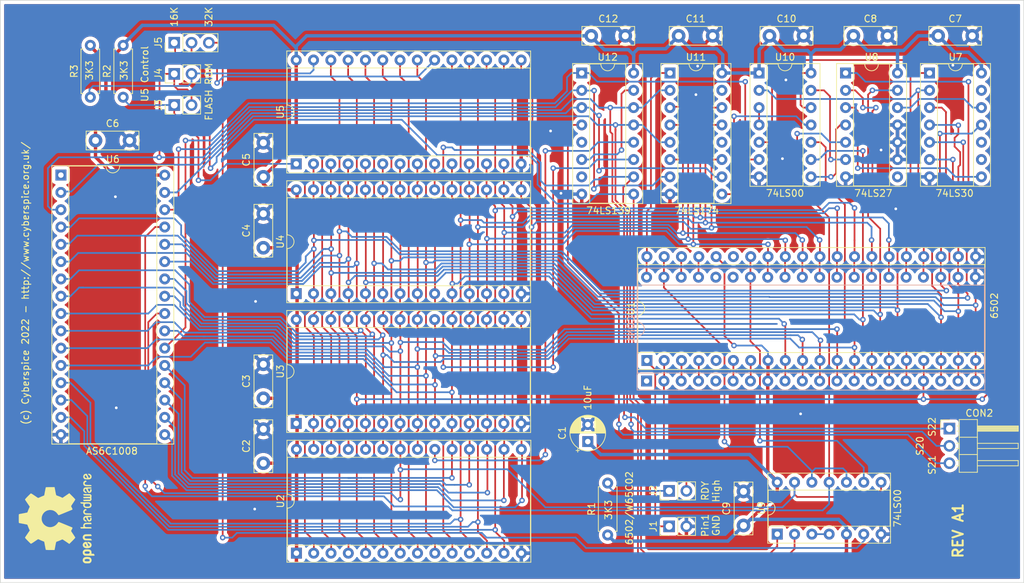
<source format=kicad_pcb>
(kicad_pcb (version 20171130) (host pcbnew "(5.1.9-0-10_14)")
  (layers (0 F.Cu signal) (31 B.Cu signal) (34 B.Paste user) (35 F.Paste user) (36 B.SilkS user) (37 F.SilkS user) (38 B.Mask user) (39 F.Mask user) (44 Edge.Cuts user))
  (net 0 "")
  (net 1 ~RES)
  (net 2 A11)
  (net 3 PHI2)
  (net 4 A10)
  (net 5 "Net-(CON1-Pad38)")
  (net 6 A9)
  (net 7 "Net-(CON1-Pad37)")
  (net 8 A8)
  (net 9 "Net-(CON1-Pad36)")
  (net 10 A7)
  (net 11 "Net-(CON1-Pad35)")
  (net 12 A6)
  (net 13 R~W)
  (net 14 A5)
  (net 15 D0)
  (net 16 A4)
  (net 17 D1)
  (net 18 A3)
  (net 19 D2)
  (net 20 A2)
  (net 21 D3)
  (net 22 A1)
  (net 23 D4)
  (net 24 A0)
  (net 25 D5)
  (net 26 +5V)
  (net 27 D6)
  (net 28 "Net-(CON1-Pad7)")
  (net 29 D7)
  (net 30 "Net-(CON1-Pad6)")
  (net 31 A15)
  (net 32 "Net-(CON1-Pad5)")
  (net 33 A14)
  (net 34 "Net-(CON1-Pad4)")
  (net 35 A13)
  (net 36 "Net-(CON1-Pad3)")
  (net 37 A12)
  (net 38 "Net-(CON1-Pad2)")
  (net 39 GND)
  (net 40 "Net-(CON1-Pad1)")
  (net 41 /AddDecode/~ROMCS_0_3)
  (net 42 ROM1)
  (net 43 ROM0)
  (net 44 "Net-(J1-Pad1)")
  (net 45 "Net-(J2-Pad1)")
  (net 46 "Net-(U1-Pad35)")
  (net 47 "Net-(U1-Pad5)")
  (net 48 ~RAMWE)
  (net 49 ~ROMOE)
  (net 50 ROM2)
  (net 51 ~ROMCS)
  (net 52 ROM3)
  (net 53 "Net-(U6-Pad1)")
  (net 54 "Net-(U7-Pad12)")
  (net 55 /AddDecode/~11111110_00xx)
  (net 56 "Net-(U10-Pad8)")
  (net 57 "Net-(U8-Pad8)")
  (net 58 /AddDecode/~FE3x)
  (net 59 "Net-(U11-Pad15)")
  (net 60 "Net-(U11-Pad12)")
  (net 61 ~ROMCS_8_11)
  (net 62 "Net-(U12-Pad7)")
  (net 63 "Net-(U12-Pad5)")
  (net 64 /EPROM/~ROMCS8)
  (net 65 /EPROM/~ROMCS9)
  (net 66 /EPROM/~ROMCS10)
  (net 67 /EPROM/~ROMCS11)
  (net 68 /AddDecode/~A14)
  (net 69 "Net-(U10-Pad13)")
  (net 70 "Net-(U9-Pad3)")
  (net 71 "Net-(J3-Pad1)")
  (net 72 "Net-(J4-Pad2)")
  (net 73 "Net-(J5-Pad3)")
  (net 74 "Net-(J5-Pad2)")
  (module "Symbols / Logos:OSHW-Logo2_14.6x12mm_SilkScreen" (layer F.Cu) (at 86.614 116.332 90)
    (fp_text reference REF** hide)
    (fp_text value OSHW-Logo2_14.6x12mm_SilkScreen hide)
  )
  (module Package_DIP:DIP-28_W15.24mm_Socket (layer F.Cu) (at 121.793 64.262 90)
    (fp_text reference U5 (at 7.62 -2.33 90) (layer F.SilkS))
    (fp_text value 27C128)
    (pad 28 thru_hole oval (at 15.24 0 90) (size 1.6 1.6) (drill 0.8) (layers *.Cu *.Mask) (net 26 +5V))
    (pad 14 thru_hole oval (at 0 33.02 90) (size 1.6 1.6) (drill 0.8) (layers *.Cu *.Mask) (net 39 GND))
    (pad 27 thru_hole oval (at 15.24 2.54 90) (size 1.6 1.6) (drill 0.8) (layers *.Cu *.Mask) (net 72 "Net-(J4-Pad2)"))
    (pad 13 thru_hole oval (at 0 30.48 90) (size 1.6 1.6) (drill 0.8) (layers *.Cu *.Mask) (net 19 D2))
    (pad 26 thru_hole oval (at 15.24 5.08 90) (size 1.6 1.6) (drill 0.8) (layers *.Cu *.Mask) (net 35 A13))
    (pad 12 thru_hole oval (at 0 27.94 90) (size 1.6 1.6) (drill 0.8) (layers *.Cu *.Mask) (net 17 D1))
    (pad 25 thru_hole oval (at 15.24 7.62 90) (size 1.6 1.6) (drill 0.8) (layers *.Cu *.Mask) (net 8 A8))
    (pad 11 thru_hole oval (at 0 25.4 90) (size 1.6 1.6) (drill 0.8) (layers *.Cu *.Mask) (net 15 D0))
    (pad 24 thru_hole oval (at 15.24 10.16 90) (size 1.6 1.6) (drill 0.8) (layers *.Cu *.Mask) (net 6 A9))
    (pad 10 thru_hole oval (at 0 22.86 90) (size 1.6 1.6) (drill 0.8) (layers *.Cu *.Mask) (net 24 A0))
    (pad 23 thru_hole oval (at 15.24 12.7 90) (size 1.6 1.6) (drill 0.8) (layers *.Cu *.Mask) (net 2 A11))
    (pad 9 thru_hole oval (at 0 20.32 90) (size 1.6 1.6) (drill 0.8) (layers *.Cu *.Mask) (net 22 A1))
    (pad 22 thru_hole oval (at 15.24 15.24 90) (size 1.6 1.6) (drill 0.8) (layers *.Cu *.Mask) (net 49 ~ROMOE))
    (pad 8 thru_hole oval (at 0 17.78 90) (size 1.6 1.6) (drill 0.8) (layers *.Cu *.Mask) (net 20 A2))
    (pad 21 thru_hole oval (at 15.24 17.78 90) (size 1.6 1.6) (drill 0.8) (layers *.Cu *.Mask) (net 4 A10))
    (pad 7 thru_hole oval (at 0 15.24 90) (size 1.6 1.6) (drill 0.8) (layers *.Cu *.Mask) (net 18 A3))
    (pad 20 thru_hole oval (at 15.24 20.32 90) (size 1.6 1.6) (drill 0.8) (layers *.Cu *.Mask) (net 74 "Net-(J5-Pad2)"))
    (pad 6 thru_hole oval (at 0 12.7 90) (size 1.6 1.6) (drill 0.8) (layers *.Cu *.Mask) (net 16 A4))
    (pad 19 thru_hole oval (at 15.24 22.86 90) (size 1.6 1.6) (drill 0.8) (layers *.Cu *.Mask) (net 29 D7))
    (pad 5 thru_hole oval (at 0 10.16 90) (size 1.6 1.6) (drill 0.8) (layers *.Cu *.Mask) (net 14 A5))
    (pad 18 thru_hole oval (at 15.24 25.4 90) (size 1.6 1.6) (drill 0.8) (layers *.Cu *.Mask) (net 27 D6))
    (pad 4 thru_hole oval (at 0 7.62 90) (size 1.6 1.6) (drill 0.8) (layers *.Cu *.Mask) (net 12 A6))
    (pad 17 thru_hole oval (at 15.24 27.94 90) (size 1.6 1.6) (drill 0.8) (layers *.Cu *.Mask) (net 25 D5))
    (pad 3 thru_hole oval (at 0 5.08 90) (size 1.6 1.6) (drill 0.8) (layers *.Cu *.Mask) (net 10 A7))
    (pad 16 thru_hole oval (at 15.24 30.48 90) (size 1.6 1.6) (drill 0.8) (layers *.Cu *.Mask) (net 23 D4))
    (pad 2 thru_hole oval (at 0 2.54 90) (size 1.6 1.6) (drill 0.8) (layers *.Cu *.Mask) (net 37 A12))
    (pad 15 thru_hole oval (at 15.24 33.02 90) (size 1.6 1.6) (drill 0.8) (layers *.Cu *.Mask) (net 21 D3))
    (pad 1 thru_hole rect (at 0 0 90) (size 1.6 1.6) (drill 0.8) (layers *.Cu *.Mask) (net 71 "Net-(J3-Pad1)"))
  )
  (module Package_DIP:DIP-28_W15.24mm_Socket (layer F.Cu) (at 121.82 121.412 90)
    (fp_text reference U2 (at 7.62 -2.33 90) (layer F.SilkS))
    (fp_text value 27C128)
    (pad 28 thru_hole oval (at 15.24 0 90) (size 1.6 1.6) (drill 0.8) (layers *.Cu *.Mask) (net 26 +5V))
    (pad 14 thru_hole oval (at 0 33.02 90) (size 1.6 1.6) (drill 0.8) (layers *.Cu *.Mask) (net 39 GND))
    (pad 27 thru_hole oval (at 15.24 2.54 90) (size 1.6 1.6) (drill 0.8) (layers *.Cu *.Mask) (net 26 +5V))
    (pad 13 thru_hole oval (at 0 30.48 90) (size 1.6 1.6) (drill 0.8) (layers *.Cu *.Mask) (net 19 D2))
    (pad 26 thru_hole oval (at 15.24 5.08 90) (size 1.6 1.6) (drill 0.8) (layers *.Cu *.Mask) (net 35 A13))
    (pad 12 thru_hole oval (at 0 27.94 90) (size 1.6 1.6) (drill 0.8) (layers *.Cu *.Mask) (net 17 D1))
    (pad 25 thru_hole oval (at 15.24 7.62 90) (size 1.6 1.6) (drill 0.8) (layers *.Cu *.Mask) (net 8 A8))
    (pad 11 thru_hole oval (at 0 25.4 90) (size 1.6 1.6) (drill 0.8) (layers *.Cu *.Mask) (net 15 D0))
    (pad 24 thru_hole oval (at 15.24 10.16 90) (size 1.6 1.6) (drill 0.8) (layers *.Cu *.Mask) (net 6 A9))
    (pad 10 thru_hole oval (at 0 22.86 90) (size 1.6 1.6) (drill 0.8) (layers *.Cu *.Mask) (net 24 A0))
    (pad 23 thru_hole oval (at 15.24 12.7 90) (size 1.6 1.6) (drill 0.8) (layers *.Cu *.Mask) (net 2 A11))
    (pad 9 thru_hole oval (at 0 20.32 90) (size 1.6 1.6) (drill 0.8) (layers *.Cu *.Mask) (net 22 A1))
    (pad 22 thru_hole oval (at 15.24 15.24 90) (size 1.6 1.6) (drill 0.8) (layers *.Cu *.Mask) (net 49 ~ROMOE))
    (pad 8 thru_hole oval (at 0 17.78 90) (size 1.6 1.6) (drill 0.8) (layers *.Cu *.Mask) (net 20 A2))
    (pad 21 thru_hole oval (at 15.24 17.78 90) (size 1.6 1.6) (drill 0.8) (layers *.Cu *.Mask) (net 4 A10))
    (pad 7 thru_hole oval (at 0 15.24 90) (size 1.6 1.6) (drill 0.8) (layers *.Cu *.Mask) (net 18 A3))
    (pad 20 thru_hole oval (at 15.24 20.32 90) (size 1.6 1.6) (drill 0.8) (layers *.Cu *.Mask) (net 64 /EPROM/~ROMCS8))
    (pad 6 thru_hole oval (at 0 12.7 90) (size 1.6 1.6) (drill 0.8) (layers *.Cu *.Mask) (net 16 A4))
    (pad 19 thru_hole oval (at 15.24 22.86 90) (size 1.6 1.6) (drill 0.8) (layers *.Cu *.Mask) (net 29 D7))
    (pad 5 thru_hole oval (at 0 10.16 90) (size 1.6 1.6) (drill 0.8) (layers *.Cu *.Mask) (net 14 A5))
    (pad 18 thru_hole oval (at 15.24 25.4 90) (size 1.6 1.6) (drill 0.8) (layers *.Cu *.Mask) (net 27 D6))
    (pad 4 thru_hole oval (at 0 7.62 90) (size 1.6 1.6) (drill 0.8) (layers *.Cu *.Mask) (net 12 A6))
    (pad 17 thru_hole oval (at 15.24 27.94 90) (size 1.6 1.6) (drill 0.8) (layers *.Cu *.Mask) (net 25 D5))
    (pad 3 thru_hole oval (at 0 5.08 90) (size 1.6 1.6) (drill 0.8) (layers *.Cu *.Mask) (net 10 A7))
    (pad 16 thru_hole oval (at 15.24 30.48 90) (size 1.6 1.6) (drill 0.8) (layers *.Cu *.Mask) (net 23 D4))
    (pad 2 thru_hole oval (at 0 2.54 90) (size 1.6 1.6) (drill 0.8) (layers *.Cu *.Mask) (net 37 A12))
    (pad 15 thru_hole oval (at 15.24 33.02 90) (size 1.6 1.6) (drill 0.8) (layers *.Cu *.Mask) (net 21 D3))
    (pad 1 thru_hole rect (at 0 0 90) (size 1.6 1.6) (drill 0.8) (layers *.Cu *.Mask) (net 26 +5V))
  )
  (module Package_DIP:DIP-14_W7.62mm_Socket (layer F.Cu) (at 192.405 118.618 90)
    (fp_text reference U9 (at 3.81 -2.33 90) (layer F.SilkS))
    (fp_text value 74LS00)
    (pad 14 thru_hole oval (at 7.62 0 90) (size 1.6 1.6) (drill 0.8) (layers *.Cu *.Mask) (net 26 +5V))
    (pad 7 thru_hole oval (at 0 15.24 90) (size 1.6 1.6) (drill 0.8) (layers *.Cu *.Mask) (net 39 GND))
    (pad 13 thru_hole oval (at 7.62 2.54 90) (size 1.6 1.6) (drill 0.8) (layers *.Cu *.Mask) (net 49 ~ROMOE))
    (pad 6 thru_hole oval (at 0 12.7 90) (size 1.6 1.6) (drill 0.8) (layers *.Cu *.Mask) (net 73 "Net-(J5-Pad3)"))
    (pad 12 thru_hole oval (at 7.62 5.08 90) (size 1.6 1.6) (drill 0.8) (layers *.Cu *.Mask) (net 3 PHI2))
    (pad 5 thru_hole oval (at 0 10.16 90) (size 1.6 1.6) (drill 0.8) (layers *.Cu *.Mask) (net 26 +5V))
    (pad 11 thru_hole oval (at 7.62 7.62 90) (size 1.6 1.6) (drill 0.8) (layers *.Cu *.Mask) (net 48 ~RAMWE))
    (pad 4 thru_hole oval (at 0 7.62 90) (size 1.6 1.6) (drill 0.8) (layers *.Cu *.Mask) (net 70 "Net-(U9-Pad3)"))
    (pad 10 thru_hole oval (at 7.62 10.16 90) (size 1.6 1.6) (drill 0.8) (layers *.Cu *.Mask) (net 3 PHI2))
    (pad 3 thru_hole oval (at 0 5.08 90) (size 1.6 1.6) (drill 0.8) (layers *.Cu *.Mask) (net 70 "Net-(U9-Pad3)"))
    (pad 9 thru_hole oval (at 7.62 12.7 90) (size 1.6 1.6) (drill 0.8) (layers *.Cu *.Mask) (net 13 R~W))
    (pad 2 thru_hole oval (at 0 2.54 90) (size 1.6 1.6) (drill 0.8) (layers *.Cu *.Mask) (net 66 /EPROM/~ROMCS10))
    (pad 8 thru_hole oval (at 7.62 15.24 90) (size 1.6 1.6) (drill 0.8) (layers *.Cu *.Mask) (net 49 ~ROMOE))
    (pad 1 thru_hole rect (at 0 0 90) (size 1.6 1.6) (drill 0.8) (layers *.Cu *.Mask) (net 67 /EPROM/~ROMCS11))
  )
  (module Connector_PinHeader_2.54mm:PinHeader_1x02_P2.54mm_Vertical (layer F.Cu) (at 176.53 112.268 90)
    (fp_text reference J2 (at 0 -2.33 90) (layer F.SilkS))
    (fp_text value Hdr)
    (pad 2 thru_hole oval (at 0 2.54 90) (size 1.7 1.7) (drill 1) (layers *.Cu *.Mask) (net 38 "Net-(CON1-Pad2)"))
    (pad 1 thru_hole rect (at 0 0 90) (size 1.7 1.7) (drill 1) (layers *.Cu *.Mask) (net 45 "Net-(J2-Pad1)"))
  )
  (module Connector_PinHeader_2.54mm:PinHeader_1x02_P2.54mm_Vertical (layer F.Cu) (at 176.53 117.475 90)
    (fp_text reference J1 (at 0 -2.33 90) (layer F.SilkS))
    (fp_text value Hdr)
    (pad 2 thru_hole oval (at 0 2.54 90) (size 1.7 1.7) (drill 1) (layers *.Cu *.Mask) (net 39 GND))
    (pad 1 thru_hole rect (at 0 0 90) (size 1.7 1.7) (drill 1) (layers *.Cu *.Mask) (net 44 "Net-(J1-Pad1)"))
  )
  (module Connector_PinHeader_2.54mm:PinHeader_1x02_P2.54mm_Vertical (layer F.Cu) (at 103.886 51.054 90)
    (fp_text reference J4 (at 0 -2.33 90) (layer F.SilkS))
    (fp_text value Hdr)
    (pad 2 thru_hole oval (at 0 2.54 90) (size 1.7 1.7) (drill 1) (layers *.Cu *.Mask) (net 72 "Net-(J4-Pad2)"))
    (pad 1 thru_hole rect (at 0 0 90) (size 1.7 1.7) (drill 1) (layers *.Cu *.Mask) (net 43 ROM0))
  )
  (module Package_DIP:DIP-28_W15.24mm_Socket (layer F.Cu) (at 121.793 102.362 90)
    (fp_text reference U3 (at 7.62 -2.33 90) (layer F.SilkS))
    (fp_text value 27C128)
    (pad 1 thru_hole rect (at 0 0 90) (size 1.6 1.6) (drill 0.8) (layers *.Cu *.Mask) (net 26 +5V))
    (pad 15 thru_hole oval (at 15.24 33.02 90) (size 1.6 1.6) (drill 0.8) (layers *.Cu *.Mask) (net 21 D3))
    (pad 2 thru_hole oval (at 0 2.54 90) (size 1.6 1.6) (drill 0.8) (layers *.Cu *.Mask) (net 37 A12))
    (pad 16 thru_hole oval (at 15.24 30.48 90) (size 1.6 1.6) (drill 0.8) (layers *.Cu *.Mask) (net 23 D4))
    (pad 3 thru_hole oval (at 0 5.08 90) (size 1.6 1.6) (drill 0.8) (layers *.Cu *.Mask) (net 10 A7))
    (pad 17 thru_hole oval (at 15.24 27.94 90) (size 1.6 1.6) (drill 0.8) (layers *.Cu *.Mask) (net 25 D5))
    (pad 4 thru_hole oval (at 0 7.62 90) (size 1.6 1.6) (drill 0.8) (layers *.Cu *.Mask) (net 12 A6))
    (pad 18 thru_hole oval (at 15.24 25.4 90) (size 1.6 1.6) (drill 0.8) (layers *.Cu *.Mask) (net 27 D6))
    (pad 5 thru_hole oval (at 0 10.16 90) (size 1.6 1.6) (drill 0.8) (layers *.Cu *.Mask) (net 14 A5))
    (pad 19 thru_hole oval (at 15.24 22.86 90) (size 1.6 1.6) (drill 0.8) (layers *.Cu *.Mask) (net 29 D7))
    (pad 6 thru_hole oval (at 0 12.7 90) (size 1.6 1.6) (drill 0.8) (layers *.Cu *.Mask) (net 16 A4))
    (pad 20 thru_hole oval (at 15.24 20.32 90) (size 1.6 1.6) (drill 0.8) (layers *.Cu *.Mask) (net 65 /EPROM/~ROMCS9))
    (pad 7 thru_hole oval (at 0 15.24 90) (size 1.6 1.6) (drill 0.8) (layers *.Cu *.Mask) (net 18 A3))
    (pad 21 thru_hole oval (at 15.24 17.78 90) (size 1.6 1.6) (drill 0.8) (layers *.Cu *.Mask) (net 4 A10))
    (pad 8 thru_hole oval (at 0 17.78 90) (size 1.6 1.6) (drill 0.8) (layers *.Cu *.Mask) (net 20 A2))
    (pad 22 thru_hole oval (at 15.24 15.24 90) (size 1.6 1.6) (drill 0.8) (layers *.Cu *.Mask) (net 49 ~ROMOE))
    (pad 9 thru_hole oval (at 0 20.32 90) (size 1.6 1.6) (drill 0.8) (layers *.Cu *.Mask) (net 22 A1))
    (pad 23 thru_hole oval (at 15.24 12.7 90) (size 1.6 1.6) (drill 0.8) (layers *.Cu *.Mask) (net 2 A11))
    (pad 10 thru_hole oval (at 0 22.86 90) (size 1.6 1.6) (drill 0.8) (layers *.Cu *.Mask) (net 24 A0))
    (pad 24 thru_hole oval (at 15.24 10.16 90) (size 1.6 1.6) (drill 0.8) (layers *.Cu *.Mask) (net 6 A9))
    (pad 11 thru_hole oval (at 0 25.4 90) (size 1.6 1.6) (drill 0.8) (layers *.Cu *.Mask) (net 15 D0))
    (pad 25 thru_hole oval (at 15.24 7.62 90) (size 1.6 1.6) (drill 0.8) (layers *.Cu *.Mask) (net 8 A8))
    (pad 12 thru_hole oval (at 0 27.94 90) (size 1.6 1.6) (drill 0.8) (layers *.Cu *.Mask) (net 17 D1))
    (pad 26 thru_hole oval (at 15.24 5.08 90) (size 1.6 1.6) (drill 0.8) (layers *.Cu *.Mask) (net 35 A13))
    (pad 13 thru_hole oval (at 0 30.48 90) (size 1.6 1.6) (drill 0.8) (layers *.Cu *.Mask) (net 19 D2))
    (pad 27 thru_hole oval (at 15.24 2.54 90) (size 1.6 1.6) (drill 0.8) (layers *.Cu *.Mask) (net 26 +5V))
    (pad 14 thru_hole oval (at 0 33.02 90) (size 1.6 1.6) (drill 0.8) (layers *.Cu *.Mask) (net 39 GND))
    (pad 28 thru_hole oval (at 15.24 0 90) (size 1.6 1.6) (drill 0.8) (layers *.Cu *.Mask) (net 26 +5V))
  )
  (module Resistor_THT:R_Axial_DIN0207_L6.3mm_D2.5mm_P7.62mm_Horizontal (layer F.Cu) (at 91.567 54.483 90)
    (fp_text reference R3 (at 3.81 -2.37 90) (layer F.SilkS))
    (fp_text value 3K3)
    (pad 2 thru_hole oval (at 7.62 0 90) (size 1.6 1.6) (drill 0.8) (layers *.Cu *.Mask) (net 26 +5V))
    (pad 1 thru_hole circle (at 0 0 90) (size 1.6 1.6) (drill 0.8) (layers *.Cu *.Mask) (net 72 "Net-(J4-Pad2)"))
  )
  (module Resistor_THT:R_Axial_DIN0207_L6.3mm_D2.5mm_P7.62mm_Horizontal (layer F.Cu) (at 96.393 54.483 90)
    (fp_text reference R2 (at 3.81 -2.37 90) (layer F.SilkS))
    (fp_text value 3K3)
    (pad 2 thru_hole oval (at 7.62 0 90) (size 1.6 1.6) (drill 0.8) (layers *.Cu *.Mask) (net 26 +5V))
    (pad 1 thru_hole circle (at 0 0 90) (size 1.6 1.6) (drill 0.8) (layers *.Cu *.Mask) (net 71 "Net-(J3-Pad1)"))
  )
  (module Connector_PinHeader_2.54mm:PinHeader_1x03_P2.54mm_Vertical (layer F.Cu) (at 103.886 46.482 90)
    (fp_text reference J5 (at 0 -2.33 90) (layer F.SilkS))
    (fp_text value Hdr)
    (pad 3 thru_hole oval (at 0 5.08 90) (size 1.7 1.7) (drill 1) (layers *.Cu *.Mask) (net 73 "Net-(J5-Pad3)"))
    (pad 2 thru_hole oval (at 0 2.54 90) (size 1.7 1.7) (drill 1) (layers *.Cu *.Mask) (net 74 "Net-(J5-Pad2)"))
    (pad 1 thru_hole rect (at 0 0 90) (size 1.7 1.7) (drill 1) (layers *.Cu *.Mask) (net 67 /EPROM/~ROMCS11))
  )
  (module Connector_PinHeader_2.54mm:PinHeader_1x02_P2.54mm_Vertical (layer F.Cu) (at 103.886 55.626 90)
    (fp_text reference J3 (at 0 -2.33 90) (layer F.SilkS))
    (fp_text value Hdr)
    (pad 2 thru_hole oval (at 0 2.54 90) (size 1.7 1.7) (drill 1) (layers *.Cu *.Mask) (net 43 ROM0))
    (pad 1 thru_hole rect (at 0 0 90) (size 1.7 1.7) (drill 1) (layers *.Cu *.Mask) (net 71 "Net-(J3-Pad1)"))
  )
  (module Package_DIP:DIP-28_W15.24mm_Socket (layer F.Cu) (at 121.793 83.312 90)
    (fp_text reference U4 (at 7.62 -2.33 90) (layer F.SilkS))
    (fp_text value 27C128)
    (pad 28 thru_hole oval (at 15.24 0 90) (size 1.6 1.6) (drill 0.8) (layers *.Cu *.Mask) (net 26 +5V))
    (pad 14 thru_hole oval (at 0 33.02 90) (size 1.6 1.6) (drill 0.8) (layers *.Cu *.Mask) (net 39 GND))
    (pad 27 thru_hole oval (at 15.24 2.54 90) (size 1.6 1.6) (drill 0.8) (layers *.Cu *.Mask) (net 26 +5V))
    (pad 13 thru_hole oval (at 0 30.48 90) (size 1.6 1.6) (drill 0.8) (layers *.Cu *.Mask) (net 19 D2))
    (pad 26 thru_hole oval (at 15.24 5.08 90) (size 1.6 1.6) (drill 0.8) (layers *.Cu *.Mask) (net 35 A13))
    (pad 12 thru_hole oval (at 0 27.94 90) (size 1.6 1.6) (drill 0.8) (layers *.Cu *.Mask) (net 17 D1))
    (pad 25 thru_hole oval (at 15.24 7.62 90) (size 1.6 1.6) (drill 0.8) (layers *.Cu *.Mask) (net 8 A8))
    (pad 11 thru_hole oval (at 0 25.4 90) (size 1.6 1.6) (drill 0.8) (layers *.Cu *.Mask) (net 15 D0))
    (pad 24 thru_hole oval (at 15.24 10.16 90) (size 1.6 1.6) (drill 0.8) (layers *.Cu *.Mask) (net 6 A9))
    (pad 10 thru_hole oval (at 0 22.86 90) (size 1.6 1.6) (drill 0.8) (layers *.Cu *.Mask) (net 24 A0))
    (pad 23 thru_hole oval (at 15.24 12.7 90) (size 1.6 1.6) (drill 0.8) (layers *.Cu *.Mask) (net 2 A11))
    (pad 9 thru_hole oval (at 0 20.32 90) (size 1.6 1.6) (drill 0.8) (layers *.Cu *.Mask) (net 22 A1))
    (pad 22 thru_hole oval (at 15.24 15.24 90) (size 1.6 1.6) (drill 0.8) (layers *.Cu *.Mask) (net 49 ~ROMOE))
    (pad 8 thru_hole oval (at 0 17.78 90) (size 1.6 1.6) (drill 0.8) (layers *.Cu *.Mask) (net 20 A2))
    (pad 21 thru_hole oval (at 15.24 17.78 90) (size 1.6 1.6) (drill 0.8) (layers *.Cu *.Mask) (net 4 A10))
    (pad 7 thru_hole oval (at 0 15.24 90) (size 1.6 1.6) (drill 0.8) (layers *.Cu *.Mask) (net 18 A3))
    (pad 20 thru_hole oval (at 15.24 20.32 90) (size 1.6 1.6) (drill 0.8) (layers *.Cu *.Mask) (net 66 /EPROM/~ROMCS10))
    (pad 6 thru_hole oval (at 0 12.7 90) (size 1.6 1.6) (drill 0.8) (layers *.Cu *.Mask) (net 16 A4))
    (pad 19 thru_hole oval (at 15.24 22.86 90) (size 1.6 1.6) (drill 0.8) (layers *.Cu *.Mask) (net 29 D7))
    (pad 5 thru_hole oval (at 0 10.16 90) (size 1.6 1.6) (drill 0.8) (layers *.Cu *.Mask) (net 14 A5))
    (pad 18 thru_hole oval (at 15.24 25.4 90) (size 1.6 1.6) (drill 0.8) (layers *.Cu *.Mask) (net 27 D6))
    (pad 4 thru_hole oval (at 0 7.62 90) (size 1.6 1.6) (drill 0.8) (layers *.Cu *.Mask) (net 12 A6))
    (pad 17 thru_hole oval (at 15.24 27.94 90) (size 1.6 1.6) (drill 0.8) (layers *.Cu *.Mask) (net 25 D5))
    (pad 3 thru_hole oval (at 0 5.08 90) (size 1.6 1.6) (drill 0.8) (layers *.Cu *.Mask) (net 10 A7))
    (pad 16 thru_hole oval (at 15.24 30.48 90) (size 1.6 1.6) (drill 0.8) (layers *.Cu *.Mask) (net 23 D4))
    (pad 2 thru_hole oval (at 0 2.54 90) (size 1.6 1.6) (drill 0.8) (layers *.Cu *.Mask) (net 37 A12))
    (pad 15 thru_hole oval (at 15.24 33.02 90) (size 1.6 1.6) (drill 0.8) (layers *.Cu *.Mask) (net 21 D3))
    (pad 1 thru_hole rect (at 0 0 90) (size 1.6 1.6) (drill 0.8) (layers *.Cu *.Mask) (net 26 +5V))
  )
  (module Capacitor_THT:C_Disc_D7.5mm_W2.5mm_P5.00mm (layer F.Cu) (at 116.967 98.679 90)
    (fp_text reference C3 (at 2.5 -2.5 90) (layer F.SilkS))
    (fp_text value 100nF)
    (pad 2 thru_hole circle (at 5 0 90) (size 2 2) (drill 1) (layers *.Cu *.Mask) (net 39 GND))
    (pad 1 thru_hole circle (at 0 0 90) (size 2 2) (drill 1) (layers *.Cu *.Mask) (net 26 +5V))
  )
  (module Capacitor_THT:C_Disc_D7.5mm_W2.5mm_P5.00mm (layer F.Cu) (at 116.967 66.167 90)
    (fp_text reference C5 (at 2.5 -2.5 90) (layer F.SilkS))
    (fp_text value 100nF)
    (pad 2 thru_hole circle (at 5 0 90) (size 2 2) (drill 1) (layers *.Cu *.Mask) (net 39 GND))
    (pad 1 thru_hole circle (at 0 0 90) (size 2 2) (drill 1) (layers *.Cu *.Mask) (net 26 +5V))
  )
  (module Capacitor_THT:C_Disc_D7.5mm_W2.5mm_P5.00mm (layer F.Cu) (at 165.1 45.466)
    (fp_text reference C12 (at 2.5 -2.5) (layer F.SilkS))
    (fp_text value 100nF)
    (pad 2 thru_hole circle (at 5 0) (size 2 2) (drill 1) (layers *.Cu *.Mask) (net 39 GND))
    (pad 1 thru_hole circle (at 0 0) (size 2 2) (drill 1) (layers *.Cu *.Mask) (net 26 +5V))
  )
  (module Package_DIP:DIP-32_W15.24mm_Socket (layer F.Cu) (at 87.249 65.913)
    (fp_text reference U6 (at 7.62 -2.33) (layer F.SilkS))
    (fp_text value AS6C1024)
    (pad 32 thru_hole oval (at 15.24 0) (size 1.6 1.6) (drill 0.8) (layers *.Cu *.Mask) (net 26 +5V))
    (pad 16 thru_hole oval (at 0 38.1) (size 1.6 1.6) (drill 0.8) (layers *.Cu *.Mask) (net 39 GND))
    (pad 31 thru_hole oval (at 15.24 2.54) (size 1.6 1.6) (drill 0.8) (layers *.Cu *.Mask) (net 42 ROM1))
    (pad 15 thru_hole oval (at 0 35.56) (size 1.6 1.6) (drill 0.8) (layers *.Cu *.Mask) (net 19 D2))
    (pad 30 thru_hole oval (at 15.24 5.08) (size 1.6 1.6) (drill 0.8) (layers *.Cu *.Mask) (net 50 ROM2))
    (pad 14 thru_hole oval (at 0 33.02) (size 1.6 1.6) (drill 0.8) (layers *.Cu *.Mask) (net 17 D1))
    (pad 29 thru_hole oval (at 15.24 7.62) (size 1.6 1.6) (drill 0.8) (layers *.Cu *.Mask) (net 48 ~RAMWE))
    (pad 13 thru_hole oval (at 0 30.48) (size 1.6 1.6) (drill 0.8) (layers *.Cu *.Mask) (net 15 D0))
    (pad 28 thru_hole oval (at 15.24 10.16) (size 1.6 1.6) (drill 0.8) (layers *.Cu *.Mask) (net 35 A13))
    (pad 12 thru_hole oval (at 0 27.94) (size 1.6 1.6) (drill 0.8) (layers *.Cu *.Mask) (net 24 A0))
    (pad 27 thru_hole oval (at 15.24 12.7) (size 1.6 1.6) (drill 0.8) (layers *.Cu *.Mask) (net 8 A8))
    (pad 11 thru_hole oval (at 0 25.4) (size 1.6 1.6) (drill 0.8) (layers *.Cu *.Mask) (net 22 A1))
    (pad 26 thru_hole oval (at 15.24 15.24) (size 1.6 1.6) (drill 0.8) (layers *.Cu *.Mask) (net 6 A9))
    (pad 10 thru_hole oval (at 0 22.86) (size 1.6 1.6) (drill 0.8) (layers *.Cu *.Mask) (net 20 A2))
    (pad 25 thru_hole oval (at 15.24 17.78) (size 1.6 1.6) (drill 0.8) (layers *.Cu *.Mask) (net 2 A11))
    (pad 9 thru_hole oval (at 0 20.32) (size 1.6 1.6) (drill 0.8) (layers *.Cu *.Mask) (net 18 A3))
    (pad 24 thru_hole oval (at 15.24 20.32) (size 1.6 1.6) (drill 0.8) (layers *.Cu *.Mask) (net 49 ~ROMOE))
    (pad 8 thru_hole oval (at 0 17.78) (size 1.6 1.6) (drill 0.8) (layers *.Cu *.Mask) (net 16 A4))
    (pad 23 thru_hole oval (at 15.24 22.86) (size 1.6 1.6) (drill 0.8) (layers *.Cu *.Mask) (net 4 A10))
    (pad 7 thru_hole oval (at 0 15.24) (size 1.6 1.6) (drill 0.8) (layers *.Cu *.Mask) (net 14 A5))
    (pad 22 thru_hole oval (at 15.24 25.4) (size 1.6 1.6) (drill 0.8) (layers *.Cu *.Mask) (net 51 ~ROMCS))
    (pad 6 thru_hole oval (at 0 12.7) (size 1.6 1.6) (drill 0.8) (layers *.Cu *.Mask) (net 12 A6))
    (pad 21 thru_hole oval (at 15.24 27.94) (size 1.6 1.6) (drill 0.8) (layers *.Cu *.Mask) (net 29 D7))
    (pad 5 thru_hole oval (at 0 10.16) (size 1.6 1.6) (drill 0.8) (layers *.Cu *.Mask) (net 10 A7))
    (pad 20 thru_hole oval (at 15.24 30.48) (size 1.6 1.6) (drill 0.8) (layers *.Cu *.Mask) (net 27 D6))
    (pad 4 thru_hole oval (at 0 7.62) (size 1.6 1.6) (drill 0.8) (layers *.Cu *.Mask) (net 37 A12))
    (pad 19 thru_hole oval (at 15.24 33.02) (size 1.6 1.6) (drill 0.8) (layers *.Cu *.Mask) (net 25 D5))
    (pad 3 thru_hole oval (at 0 5.08) (size 1.6 1.6) (drill 0.8) (layers *.Cu *.Mask) (net 43 ROM0))
    (pad 18 thru_hole oval (at 15.24 35.56) (size 1.6 1.6) (drill 0.8) (layers *.Cu *.Mask) (net 23 D4))
    (pad 2 thru_hole oval (at 0 2.54) (size 1.6 1.6) (drill 0.8) (layers *.Cu *.Mask) (net 52 ROM3))
    (pad 17 thru_hole oval (at 15.24 38.1) (size 1.6 1.6) (drill 0.8) (layers *.Cu *.Mask) (net 21 D3))
    (pad 1 thru_hole rect (at 0 0) (size 1.6 1.6) (drill 0.8) (layers *.Cu *.Mask) (net 53 "Net-(U6-Pad1)"))
  )
  (module Package_DIP:DIP-16_W7.62mm_Socket (layer F.Cu) (at 163.703 50.927)
    (fp_text reference U12 (at 3.81 -2.33) (layer F.SilkS))
    (fp_text value 74LS139)
    (pad 16 thru_hole oval (at 7.62 0) (size 1.6 1.6) (drill 0.8) (layers *.Cu *.Mask) (net 26 +5V))
    (pad 8 thru_hole oval (at 0 17.78) (size 1.6 1.6) (drill 0.8) (layers *.Cu *.Mask) (net 39 GND))
    (pad 15 thru_hole oval (at 7.62 2.54) (size 1.6 1.6) (drill 0.8) (layers *.Cu *.Mask) (net 61 ~ROMCS_8_11))
    (pad 7 thru_hole oval (at 0 15.24) (size 1.6 1.6) (drill 0.8) (layers *.Cu *.Mask) (net 62 "Net-(U12-Pad7)"))
    (pad 14 thru_hole oval (at 7.62 5.08) (size 1.6 1.6) (drill 0.8) (layers *.Cu *.Mask) (net 43 ROM0))
    (pad 6 thru_hole oval (at 0 12.7) (size 1.6 1.6) (drill 0.8) (layers *.Cu *.Mask) (net 61 ~ROMCS_8_11))
    (pad 13 thru_hole oval (at 7.62 7.62) (size 1.6 1.6) (drill 0.8) (layers *.Cu *.Mask) (net 42 ROM1))
    (pad 5 thru_hole oval (at 0 10.16) (size 1.6 1.6) (drill 0.8) (layers *.Cu *.Mask) (net 63 "Net-(U12-Pad5)"))
    (pad 12 thru_hole oval (at 7.62 10.16) (size 1.6 1.6) (drill 0.8) (layers *.Cu *.Mask) (net 64 /EPROM/~ROMCS8))
    (pad 4 thru_hole oval (at 0 7.62) (size 1.6 1.6) (drill 0.8) (layers *.Cu *.Mask) (net 41 /AddDecode/~ROMCS_0_3))
    (pad 11 thru_hole oval (at 7.62 12.7) (size 1.6 1.6) (drill 0.8) (layers *.Cu *.Mask) (net 65 /EPROM/~ROMCS9))
    (pad 3 thru_hole oval (at 0 5.08) (size 1.6 1.6) (drill 0.8) (layers *.Cu *.Mask) (net 52 ROM3))
    (pad 10 thru_hole oval (at 7.62 15.24) (size 1.6 1.6) (drill 0.8) (layers *.Cu *.Mask) (net 66 /EPROM/~ROMCS10))
    (pad 2 thru_hole oval (at 0 2.54) (size 1.6 1.6) (drill 0.8) (layers *.Cu *.Mask) (net 50 ROM2))
    (pad 9 thru_hole oval (at 7.62 17.78) (size 1.6 1.6) (drill 0.8) (layers *.Cu *.Mask) (net 67 /EPROM/~ROMCS11))
    (pad 1 thru_hole rect (at 0 0) (size 1.6 1.6) (drill 0.8) (layers *.Cu *.Mask) (net 51 ~ROMCS))
  )
  (module Capacitor_THT:CP_Radial_D5.0mm_P2.50mm (layer F.Cu) (at 164.592 105.029 90)
    (fp_text reference C1 (at 1.25 -3.75 90) (layer F.SilkS))
    (fp_text value 10uF)
    (pad 2 thru_hole circle (at 2.5 0 90) (size 1.6 1.6) (drill 0.8) (layers *.Cu *.Mask) (net 39 GND))
    (pad 1 thru_hole rect (at 0 0 90) (size 1.6 1.6) (drill 0.8) (layers *.Cu *.Mask) (net 26 +5V))
  )
  (module Capacitor_THT:C_Disc_D7.5mm_W2.5mm_P5.00mm (layer F.Cu) (at 177.927 45.466)
    (fp_text reference C11 (at 2.5 -2.5) (layer F.SilkS))
    (fp_text value 100nF)
    (pad 2 thru_hole circle (at 5 0) (size 2 2) (drill 1) (layers *.Cu *.Mask) (net 39 GND))
    (pad 1 thru_hole circle (at 0 0) (size 2 2) (drill 1) (layers *.Cu *.Mask) (net 26 +5V))
  )
  (module Package_DIP:DIP-14_W7.62mm_Socket (layer F.Cu) (at 189.738 50.927)
    (fp_text reference U10 (at 3.81 -2.33) (layer F.SilkS))
    (fp_text value 74LS00)
    (pad 14 thru_hole oval (at 7.62 0) (size 1.6 1.6) (drill 0.8) (layers *.Cu *.Mask) (net 26 +5V))
    (pad 7 thru_hole oval (at 0 15.24) (size 1.6 1.6) (drill 0.8) (layers *.Cu *.Mask) (net 39 GND))
    (pad 13 thru_hole oval (at 7.62 2.54) (size 1.6 1.6) (drill 0.8) (layers *.Cu *.Mask) (net 69 "Net-(U10-Pad13)"))
    (pad 6 thru_hole oval (at 0 12.7) (size 1.6 1.6) (drill 0.8) (layers *.Cu *.Mask) (net 51 ~ROMCS))
    (pad 12 thru_hole oval (at 7.62 5.08) (size 1.6 1.6) (drill 0.8) (layers *.Cu *.Mask) (net 26 +5V))
    (pad 5 thru_hole oval (at 0 10.16) (size 1.6 1.6) (drill 0.8) (layers *.Cu *.Mask) (net 31 A15))
    (pad 11 thru_hole oval (at 7.62 7.62) (size 1.6 1.6) (drill 0.8) (layers *.Cu *.Mask) (net 58 /AddDecode/~FE3x))
    (pad 4 thru_hole oval (at 0 7.62) (size 1.6 1.6) (drill 0.8) (layers *.Cu *.Mask) (net 68 /AddDecode/~A14))
    (pad 10 thru_hole oval (at 7.62 10.16) (size 1.6 1.6) (drill 0.8) (layers *.Cu *.Mask) (net 16 A4))
    (pad 3 thru_hole oval (at 0 5.08) (size 1.6 1.6) (drill 0.8) (layers *.Cu *.Mask) (net 68 /AddDecode/~A14))
    (pad 9 thru_hole oval (at 7.62 12.7) (size 1.6 1.6) (drill 0.8) (layers *.Cu *.Mask) (net 14 A5))
    (pad 2 thru_hole oval (at 0 2.54) (size 1.6 1.6) (drill 0.8) (layers *.Cu *.Mask) (net 33 A14))
    (pad 8 thru_hole oval (at 7.62 15.24) (size 1.6 1.6) (drill 0.8) (layers *.Cu *.Mask) (net 56 "Net-(U10-Pad8)"))
    (pad 1 thru_hole rect (at 0 0) (size 1.6 1.6) (drill 0.8) (layers *.Cu *.Mask) (net 26 +5V))
  )
  (module Package_DIP:DIP-40_W15.24mm_Socket (layer F.Cu) (at 173.228 96.139 90)
    (fp_text reference CON1 (at 7.62 -2.286 90) (layer B.SilkS) (effects (justify mirror)))
    (fp_text value Pins)
    (pad 40 thru_hole oval (at 15.24 0 90) (size 1.6 1.6) (drill 0.8) (layers *.Cu *.Mask) (net 1 ~RES))
    (pad 20 thru_hole oval (at 0 48.26 90) (size 1.6 1.6) (drill 0.8) (layers *.Cu *.Mask) (net 2 A11))
    (pad 39 thru_hole oval (at 15.24 2.54 90) (size 1.6 1.6) (drill 0.8) (layers *.Cu *.Mask) (net 3 PHI2))
    (pad 19 thru_hole oval (at 0 45.72 90) (size 1.6 1.6) (drill 0.8) (layers *.Cu *.Mask) (net 4 A10))
    (pad 38 thru_hole oval (at 15.24 5.08 90) (size 1.6 1.6) (drill 0.8) (layers *.Cu *.Mask) (net 5 "Net-(CON1-Pad38)"))
    (pad 18 thru_hole oval (at 0 43.18 90) (size 1.6 1.6) (drill 0.8) (layers *.Cu *.Mask) (net 6 A9))
    (pad 37 thru_hole oval (at 15.24 7.62 90) (size 1.6 1.6) (drill 0.8) (layers *.Cu *.Mask) (net 7 "Net-(CON1-Pad37)"))
    (pad 17 thru_hole oval (at 0 40.64 90) (size 1.6 1.6) (drill 0.8) (layers *.Cu *.Mask) (net 8 A8))
    (pad 36 thru_hole oval (at 15.24 10.16 90) (size 1.6 1.6) (drill 0.8) (layers *.Cu *.Mask) (net 9 "Net-(CON1-Pad36)"))
    (pad 16 thru_hole oval (at 0 38.1 90) (size 1.6 1.6) (drill 0.8) (layers *.Cu *.Mask) (net 10 A7))
    (pad 35 thru_hole oval (at 15.24 12.7 90) (size 1.6 1.6) (drill 0.8) (layers *.Cu *.Mask) (net 11 "Net-(CON1-Pad35)"))
    (pad 15 thru_hole oval (at 0 35.56 90) (size 1.6 1.6) (drill 0.8) (layers *.Cu *.Mask) (net 12 A6))
    (pad 34 thru_hole oval (at 15.24 15.24 90) (size 1.6 1.6) (drill 0.8) (layers *.Cu *.Mask) (net 13 R~W))
    (pad 14 thru_hole oval (at 0 33.02 90) (size 1.6 1.6) (drill 0.8) (layers *.Cu *.Mask) (net 14 A5))
    (pad 33 thru_hole oval (at 15.24 17.78 90) (size 1.6 1.6) (drill 0.8) (layers *.Cu *.Mask) (net 15 D0))
    (pad 13 thru_hole oval (at 0 30.48 90) (size 1.6 1.6) (drill 0.8) (layers *.Cu *.Mask) (net 16 A4))
    (pad 32 thru_hole oval (at 15.24 20.32 90) (size 1.6 1.6) (drill 0.8) (layers *.Cu *.Mask) (net 17 D1))
    (pad 12 thru_hole oval (at 0 27.94 90) (size 1.6 1.6) (drill 0.8) (layers *.Cu *.Mask) (net 18 A3))
    (pad 31 thru_hole oval (at 15.24 22.86 90) (size 1.6 1.6) (drill 0.8) (layers *.Cu *.Mask) (net 19 D2))
    (pad 11 thru_hole oval (at 0 25.4 90) (size 1.6 1.6) (drill 0.8) (layers *.Cu *.Mask) (net 20 A2))
    (pad 30 thru_hole oval (at 15.24 25.4 90) (size 1.6 1.6) (drill 0.8) (layers *.Cu *.Mask) (net 21 D3))
    (pad 10 thru_hole oval (at 0 22.86 90) (size 1.6 1.6) (drill 0.8) (layers *.Cu *.Mask) (net 22 A1))
    (pad 29 thru_hole oval (at 15.24 27.94 90) (size 1.6 1.6) (drill 0.8) (layers *.Cu *.Mask) (net 23 D4))
    (pad 9 thru_hole oval (at 0 20.32 90) (size 1.6 1.6) (drill 0.8) (layers *.Cu *.Mask) (net 24 A0))
    (pad 28 thru_hole oval (at 15.24 30.48 90) (size 1.6 1.6) (drill 0.8) (layers *.Cu *.Mask) (net 25 D5))
    (pad 8 thru_hole oval (at 0 17.78 90) (size 1.6 1.6) (drill 0.8) (layers *.Cu *.Mask) (net 26 +5V))
    (pad 27 thru_hole oval (at 15.24 33.02 90) (size 1.6 1.6) (drill 0.8) (layers *.Cu *.Mask) (net 27 D6))
    (pad 7 thru_hole oval (at 0 15.24 90) (size 1.6 1.6) (drill 0.8) (layers *.Cu *.Mask) (net 28 "Net-(CON1-Pad7)"))
    (pad 26 thru_hole oval (at 15.24 35.56 90) (size 1.6 1.6) (drill 0.8) (layers *.Cu *.Mask) (net 29 D7))
    (pad 6 thru_hole oval (at 0 12.7 90) (size 1.6 1.6) (drill 0.8) (layers *.Cu *.Mask) (net 30 "Net-(CON1-Pad6)"))
    (pad 25 thru_hole oval (at 15.24 38.1 90) (size 1.6 1.6) (drill 0.8) (layers *.Cu *.Mask) (net 31 A15))
    (pad 5 thru_hole oval (at 0 10.16 90) (size 1.6 1.6) (drill 0.8) (layers *.Cu *.Mask) (net 32 "Net-(CON1-Pad5)"))
    (pad 24 thru_hole oval (at 15.24 40.64 90) (size 1.6 1.6) (drill 0.8) (layers *.Cu *.Mask) (net 33 A14))
    (pad 4 thru_hole oval (at 0 7.62 90) (size 1.6 1.6) (drill 0.8) (layers *.Cu *.Mask) (net 34 "Net-(CON1-Pad4)"))
    (pad 23 thru_hole oval (at 15.24 43.18 90) (size 1.6 1.6) (drill 0.8) (layers *.Cu *.Mask) (net 35 A13))
    (pad 3 thru_hole oval (at 0 5.08 90) (size 1.6 1.6) (drill 0.8) (layers *.Cu *.Mask) (net 36 "Net-(CON1-Pad3)"))
    (pad 22 thru_hole oval (at 15.24 45.72 90) (size 1.6 1.6) (drill 0.8) (layers *.Cu *.Mask) (net 37 A12))
    (pad 2 thru_hole oval (at 0 2.54 90) (size 1.6 1.6) (drill 0.8) (layers *.Cu *.Mask) (net 38 "Net-(CON1-Pad2)"))
    (pad 21 thru_hole oval (at 15.24 48.26 90) (size 1.6 1.6) (drill 0.8) (layers *.Cu *.Mask) (net 39 GND))
    (pad 1 thru_hole rect (at 0 0 90) (size 1.6 1.6) (drill 0.8) (layers *.Cu *.Mask) (net 40 "Net-(CON1-Pad1)"))
  )
  (module Package_DIP:DIP-14_W7.62mm_Socket (layer F.Cu) (at 214.757 50.927)
    (fp_text reference U7 (at 3.81 -2.33) (layer F.SilkS))
    (fp_text value 74LS30)
    (pad 14 thru_hole oval (at 7.62 0) (size 1.6 1.6) (drill 0.8) (layers *.Cu *.Mask) (net 26 +5V))
    (pad 7 thru_hole oval (at 0 15.24) (size 1.6 1.6) (drill 0.8) (layers *.Cu *.Mask) (net 39 GND))
    (pad 13 thru_hole oval (at 7.62 2.54) (size 1.6 1.6) (drill 0.8) (layers *.Cu *.Mask))
    (pad 6 thru_hole oval (at 0 12.7) (size 1.6 1.6) (drill 0.8) (layers *.Cu *.Mask) (net 4 A10))
    (pad 12 thru_hole oval (at 7.62 5.08) (size 1.6 1.6) (drill 0.8) (layers *.Cu *.Mask) (net 54 "Net-(U7-Pad12)"))
    (pad 5 thru_hole oval (at 0 10.16) (size 1.6 1.6) (drill 0.8) (layers *.Cu *.Mask) (net 2 A11))
    (pad 11 thru_hole oval (at 7.62 7.62) (size 1.6 1.6) (drill 0.8) (layers *.Cu *.Mask) (net 6 A9))
    (pad 4 thru_hole oval (at 0 7.62) (size 1.6 1.6) (drill 0.8) (layers *.Cu *.Mask) (net 37 A12))
    (pad 10 thru_hole oval (at 7.62 10.16) (size 1.6 1.6) (drill 0.8) (layers *.Cu *.Mask))
    (pad 3 thru_hole oval (at 0 5.08) (size 1.6 1.6) (drill 0.8) (layers *.Cu *.Mask) (net 35 A13))
    (pad 9 thru_hole oval (at 7.62 12.7) (size 1.6 1.6) (drill 0.8) (layers *.Cu *.Mask))
    (pad 2 thru_hole oval (at 0 2.54) (size 1.6 1.6) (drill 0.8) (layers *.Cu *.Mask) (net 33 A14))
    (pad 8 thru_hole oval (at 7.62 15.24) (size 1.6 1.6) (drill 0.8) (layers *.Cu *.Mask) (net 55 /AddDecode/~11111110_00xx))
    (pad 1 thru_hole rect (at 0 0) (size 1.6 1.6) (drill 0.8) (layers *.Cu *.Mask) (net 31 A15))
  )
  (module Package_DIP:DIP-14_W7.62mm_Socket (layer F.Cu) (at 202.438 50.927)
    (fp_text reference U8 (at 3.81 -2.33) (layer F.SilkS))
    (fp_text value 74LS27)
    (pad 14 thru_hole oval (at 7.62 0) (size 1.6 1.6) (drill 0.8) (layers *.Cu *.Mask) (net 26 +5V))
    (pad 7 thru_hole oval (at 0 15.24) (size 1.6 1.6) (drill 0.8) (layers *.Cu *.Mask) (net 39 GND))
    (pad 13 thru_hole oval (at 7.62 2.54) (size 1.6 1.6) (drill 0.8) (layers *.Cu *.Mask) (net 12 A6))
    (pad 6 thru_hole oval (at 0 12.7) (size 1.6 1.6) (drill 0.8) (layers *.Cu *.Mask) (net 69 "Net-(U10-Pad13)"))
    (pad 12 thru_hole oval (at 7.62 5.08) (size 1.6 1.6) (drill 0.8) (layers *.Cu *.Mask) (net 54 "Net-(U7-Pad12)"))
    (pad 5 thru_hole oval (at 0 10.16) (size 1.6 1.6) (drill 0.8) (layers *.Cu *.Mask) (net 48 ~RAMWE))
    (pad 11 thru_hole oval (at 7.62 7.62) (size 1.6 1.6) (drill 0.8) (layers *.Cu *.Mask) (net 39 GND))
    (pad 4 thru_hole oval (at 0 7.62) (size 1.6 1.6) (drill 0.8) (layers *.Cu *.Mask) (net 56 "Net-(U10-Pad8)"))
    (pad 10 thru_hole oval (at 7.62 10.16) (size 1.6 1.6) (drill 0.8) (layers *.Cu *.Mask) (net 39 GND))
    (pad 3 thru_hole oval (at 0 5.08) (size 1.6 1.6) (drill 0.8) (layers *.Cu *.Mask) (net 55 /AddDecode/~11111110_00xx))
    (pad 9 thru_hole oval (at 7.62 12.7) (size 1.6 1.6) (drill 0.8) (layers *.Cu *.Mask) (net 39 GND))
    (pad 2 thru_hole oval (at 0 2.54) (size 1.6 1.6) (drill 0.8) (layers *.Cu *.Mask) (net 10 A7))
    (pad 8 thru_hole oval (at 7.62 15.24) (size 1.6 1.6) (drill 0.8) (layers *.Cu *.Mask) (net 57 "Net-(U8-Pad8)"))
    (pad 1 thru_hole rect (at 0 0) (size 1.6 1.6) (drill 0.8) (layers *.Cu *.Mask) (net 8 A8))
  )
  (module Package_DIP:DIP-40_W15.24mm_Socket (layer F.Cu) (at 173.268 93.121775 90)
    (fp_text reference U1 (at 7.62 -2.33 90) (layer F.SilkS))
    (fp_text value W65C02SxP)
    (pad 40 thru_hole oval (at 15.24 0 90) (size 1.6 1.6) (drill 0.8) (layers *.Cu *.Mask) (net 1 ~RES))
    (pad 20 thru_hole oval (at 0 48.26 90) (size 1.6 1.6) (drill 0.8) (layers *.Cu *.Mask) (net 2 A11))
    (pad 39 thru_hole oval (at 15.24 2.54 90) (size 1.6 1.6) (drill 0.8) (layers *.Cu *.Mask) (net 3 PHI2))
    (pad 19 thru_hole oval (at 0 45.72 90) (size 1.6 1.6) (drill 0.8) (layers *.Cu *.Mask) (net 4 A10))
    (pad 38 thru_hole oval (at 15.24 5.08 90) (size 1.6 1.6) (drill 0.8) (layers *.Cu *.Mask) (net 5 "Net-(CON1-Pad38)"))
    (pad 18 thru_hole oval (at 0 43.18 90) (size 1.6 1.6) (drill 0.8) (layers *.Cu *.Mask) (net 6 A9))
    (pad 37 thru_hole oval (at 15.24 7.62 90) (size 1.6 1.6) (drill 0.8) (layers *.Cu *.Mask) (net 7 "Net-(CON1-Pad37)"))
    (pad 17 thru_hole oval (at 0 40.64 90) (size 1.6 1.6) (drill 0.8) (layers *.Cu *.Mask) (net 8 A8))
    (pad 36 thru_hole oval (at 15.24 10.16 90) (size 1.6 1.6) (drill 0.8) (layers *.Cu *.Mask) (net 26 +5V))
    (pad 16 thru_hole oval (at 0 38.1 90) (size 1.6 1.6) (drill 0.8) (layers *.Cu *.Mask) (net 10 A7))
    (pad 35 thru_hole oval (at 15.24 12.7 90) (size 1.6 1.6) (drill 0.8) (layers *.Cu *.Mask) (net 46 "Net-(U1-Pad35)"))
    (pad 15 thru_hole oval (at 0 35.56 90) (size 1.6 1.6) (drill 0.8) (layers *.Cu *.Mask) (net 12 A6))
    (pad 34 thru_hole oval (at 15.24 15.24 90) (size 1.6 1.6) (drill 0.8) (layers *.Cu *.Mask) (net 13 R~W))
    (pad 14 thru_hole oval (at 0 33.02 90) (size 1.6 1.6) (drill 0.8) (layers *.Cu *.Mask) (net 14 A5))
    (pad 33 thru_hole oval (at 15.24 17.78 90) (size 1.6 1.6) (drill 0.8) (layers *.Cu *.Mask) (net 15 D0))
    (pad 13 thru_hole oval (at 0 30.48 90) (size 1.6 1.6) (drill 0.8) (layers *.Cu *.Mask) (net 16 A4))
    (pad 32 thru_hole oval (at 15.24 20.32 90) (size 1.6 1.6) (drill 0.8) (layers *.Cu *.Mask) (net 17 D1))
    (pad 12 thru_hole oval (at 0 27.94 90) (size 1.6 1.6) (drill 0.8) (layers *.Cu *.Mask) (net 18 A3))
    (pad 31 thru_hole oval (at 15.24 22.86 90) (size 1.6 1.6) (drill 0.8) (layers *.Cu *.Mask) (net 19 D2))
    (pad 11 thru_hole oval (at 0 25.4 90) (size 1.6 1.6) (drill 0.8) (layers *.Cu *.Mask) (net 20 A2))
    (pad 30 thru_hole oval (at 15.24 25.4 90) (size 1.6 1.6) (drill 0.8) (layers *.Cu *.Mask) (net 21 D3))
    (pad 10 thru_hole oval (at 0 22.86 90) (size 1.6 1.6) (drill 0.8) (layers *.Cu *.Mask) (net 22 A1))
    (pad 29 thru_hole oval (at 15.24 27.94 90) (size 1.6 1.6) (drill 0.8) (layers *.Cu *.Mask) (net 23 D4))
    (pad 9 thru_hole oval (at 0 20.32 90) (size 1.6 1.6) (drill 0.8) (layers *.Cu *.Mask) (net 24 A0))
    (pad 28 thru_hole oval (at 15.24 30.48 90) (size 1.6 1.6) (drill 0.8) (layers *.Cu *.Mask) (net 25 D5))
    (pad 8 thru_hole oval (at 0 17.78 90) (size 1.6 1.6) (drill 0.8) (layers *.Cu *.Mask) (net 26 +5V))
    (pad 27 thru_hole oval (at 15.24 33.02 90) (size 1.6 1.6) (drill 0.8) (layers *.Cu *.Mask) (net 27 D6))
    (pad 7 thru_hole oval (at 0 15.24 90) (size 1.6 1.6) (drill 0.8) (layers *.Cu *.Mask) (net 28 "Net-(CON1-Pad7)"))
    (pad 26 thru_hole oval (at 15.24 35.56 90) (size 1.6 1.6) (drill 0.8) (layers *.Cu *.Mask) (net 29 D7))
    (pad 6 thru_hole oval (at 0 12.7 90) (size 1.6 1.6) (drill 0.8) (layers *.Cu *.Mask) (net 30 "Net-(CON1-Pad6)"))
    (pad 25 thru_hole oval (at 15.24 38.1 90) (size 1.6 1.6) (drill 0.8) (layers *.Cu *.Mask) (net 31 A15))
    (pad 5 thru_hole oval (at 0 10.16 90) (size 1.6 1.6) (drill 0.8) (layers *.Cu *.Mask) (net 47 "Net-(U1-Pad5)"))
    (pad 24 thru_hole oval (at 15.24 40.64 90) (size 1.6 1.6) (drill 0.8) (layers *.Cu *.Mask) (net 33 A14))
    (pad 4 thru_hole oval (at 0 7.62 90) (size 1.6 1.6) (drill 0.8) (layers *.Cu *.Mask) (net 34 "Net-(CON1-Pad4)"))
    (pad 23 thru_hole oval (at 15.24 43.18 90) (size 1.6 1.6) (drill 0.8) (layers *.Cu *.Mask) (net 35 A13))
    (pad 3 thru_hole oval (at 0 5.08 90) (size 1.6 1.6) (drill 0.8) (layers *.Cu *.Mask) (net 36 "Net-(CON1-Pad3)"))
    (pad 22 thru_hole oval (at 15.24 45.72 90) (size 1.6 1.6) (drill 0.8) (layers *.Cu *.Mask) (net 37 A12))
    (pad 2 thru_hole oval (at 0 2.54 90) (size 1.6 1.6) (drill 0.8) (layers *.Cu *.Mask) (net 38 "Net-(CON1-Pad2)"))
    (pad 21 thru_hole oval (at 15.24 48.26 90) (size 1.6 1.6) (drill 0.8) (layers *.Cu *.Mask) (net 39 GND))
    (pad 1 thru_hole rect (at 0 0 90) (size 1.6 1.6) (drill 0.8) (layers *.Cu *.Mask) (net 44 "Net-(J1-Pad1)"))
  )
  (module Package_DIP:DIP-16_W7.62mm_Socket (layer F.Cu) (at 176.657 50.927)
    (fp_text reference U11 (at 3.81 -2.33) (layer F.SilkS))
    (fp_text value 74LS174)
    (pad 16 thru_hole oval (at 7.62 0) (size 1.6 1.6) (drill 0.8) (layers *.Cu *.Mask) (net 26 +5V))
    (pad 8 thru_hole oval (at 0 17.78) (size 1.6 1.6) (drill 0.8) (layers *.Cu *.Mask) (net 39 GND))
    (pad 15 thru_hole oval (at 7.62 2.54) (size 1.6 1.6) (drill 0.8) (layers *.Cu *.Mask) (net 59 "Net-(U11-Pad15)"))
    (pad 7 thru_hole oval (at 0 15.24) (size 1.6 1.6) (drill 0.8) (layers *.Cu *.Mask) (net 50 ROM2))
    (pad 14 thru_hole oval (at 7.62 5.08) (size 1.6 1.6) (drill 0.8) (layers *.Cu *.Mask) (net 29 D7))
    (pad 6 thru_hole oval (at 0 12.7) (size 1.6 1.6) (drill 0.8) (layers *.Cu *.Mask) (net 19 D2))
    (pad 13 thru_hole oval (at 7.62 7.62) (size 1.6 1.6) (drill 0.8) (layers *.Cu *.Mask) (net 27 D6))
    (pad 5 thru_hole oval (at 0 10.16) (size 1.6 1.6) (drill 0.8) (layers *.Cu *.Mask) (net 42 ROM1))
    (pad 12 thru_hole oval (at 7.62 10.16) (size 1.6 1.6) (drill 0.8) (layers *.Cu *.Mask) (net 60 "Net-(U11-Pad12)"))
    (pad 4 thru_hole oval (at 0 7.62) (size 1.6 1.6) (drill 0.8) (layers *.Cu *.Mask) (net 17 D1))
    (pad 11 thru_hole oval (at 7.62 12.7) (size 1.6 1.6) (drill 0.8) (layers *.Cu *.Mask) (net 21 D3))
    (pad 3 thru_hole oval (at 0 5.08) (size 1.6 1.6) (drill 0.8) (layers *.Cu *.Mask) (net 15 D0))
    (pad 10 thru_hole oval (at 7.62 15.24) (size 1.6 1.6) (drill 0.8) (layers *.Cu *.Mask) (net 52 ROM3))
    (pad 2 thru_hole oval (at 0 2.54) (size 1.6 1.6) (drill 0.8) (layers *.Cu *.Mask) (net 43 ROM0))
    (pad 9 thru_hole oval (at 7.62 17.78) (size 1.6 1.6) (drill 0.8) (layers *.Cu *.Mask) (net 58 /AddDecode/~FE3x))
    (pad 1 thru_hole rect (at 0 0) (size 1.6 1.6) (drill 0.8) (layers *.Cu *.Mask) (net 1 ~RES))
  )
  (module Resistor_THT:R_Axial_DIN0207_L6.3mm_D2.5mm_P7.62mm_Horizontal (layer F.Cu) (at 167.513 118.745 90)
    (fp_text reference R1 (at 3.81 -2.37 90) (layer F.SilkS))
    (fp_text value 3K3)
    (pad 2 thru_hole oval (at 7.62 0 90) (size 1.6 1.6) (drill 0.8) (layers *.Cu *.Mask) (net 45 "Net-(J2-Pad1)"))
    (pad 1 thru_hole circle (at 0 0 90) (size 1.6 1.6) (drill 0.8) (layers *.Cu *.Mask) (net 26 +5V))
  )
  (module Connector_PinHeader_2.54mm:PinHeader_1x03_P2.54mm_Horizontal (layer F.Cu) (at 217.678 103.124)
    (fp_text reference CON2 (at 4.385 -2.27) (layer F.SilkS))
    (fp_text value Hdr)
    (pad 3 thru_hole oval (at 0 5.08) (size 1.7 1.7) (drill 1) (layers *.Cu *.Mask) (net 41 /AddDecode/~ROMCS_0_3))
    (pad 2 thru_hole oval (at 0 2.54) (size 1.7 1.7) (drill 1) (layers *.Cu *.Mask) (net 42 ROM1))
    (pad 1 thru_hole rect (at 0 0) (size 1.7 1.7) (drill 1) (layers *.Cu *.Mask) (net 43 ROM0))
  )
  (module Capacitor_THT:C_Disc_D7.5mm_W2.5mm_P5.00mm (layer F.Cu) (at 191.262 45.466)
    (fp_text reference C10 (at 2.5 -2.5) (layer F.SilkS))
    (fp_text value 100nF)
    (pad 2 thru_hole circle (at 5 0) (size 2 2) (drill 1) (layers *.Cu *.Mask) (net 39 GND))
    (pad 1 thru_hole circle (at 0 0) (size 2 2) (drill 1) (layers *.Cu *.Mask) (net 26 +5V))
  )
  (module Capacitor_THT:C_Disc_D7.5mm_W2.5mm_P5.00mm (layer F.Cu) (at 187.452 117.348 90)
    (fp_text reference C9 (at 2.5 -2.5 90) (layer F.SilkS))
    (fp_text value 100nF)
    (pad 2 thru_hole circle (at 5 0 90) (size 2 2) (drill 1) (layers *.Cu *.Mask) (net 39 GND))
    (pad 1 thru_hole circle (at 0 0 90) (size 2 2) (drill 1) (layers *.Cu *.Mask) (net 26 +5V))
  )
  (module Capacitor_THT:C_Disc_D7.5mm_W2.5mm_P5.00mm (layer F.Cu) (at 203.581 45.466)
    (fp_text reference C8 (at 2.5 -2.5) (layer F.SilkS))
    (fp_text value 100nF)
    (pad 2 thru_hole circle (at 5 0) (size 2 2) (drill 1) (layers *.Cu *.Mask) (net 39 GND))
    (pad 1 thru_hole circle (at 0 0) (size 2 2) (drill 1) (layers *.Cu *.Mask) (net 26 +5V))
  )
  (module Capacitor_THT:C_Disc_D7.5mm_W2.5mm_P5.00mm (layer F.Cu) (at 216.027 45.466)
    (fp_text reference C7 (at 2.5 -2.5) (layer F.SilkS))
    (fp_text value 100nF)
    (pad 2 thru_hole circle (at 5 0) (size 2 2) (drill 1) (layers *.Cu *.Mask) (net 39 GND))
    (pad 1 thru_hole circle (at 0 0) (size 2 2) (drill 1) (layers *.Cu *.Mask) (net 26 +5V))
  )
  (module Capacitor_THT:C_Disc_D7.5mm_W2.5mm_P5.00mm (layer F.Cu) (at 92.329 60.833)
    (fp_text reference C6 (at 2.5 -2.5) (layer F.SilkS))
    (fp_text value 100nF)
    (pad 2 thru_hole circle (at 5 0) (size 2 2) (drill 1) (layers *.Cu *.Mask) (net 39 GND))
    (pad 1 thru_hole circle (at 0 0) (size 2 2) (drill 1) (layers *.Cu *.Mask) (net 26 +5V))
  )
  (module Capacitor_THT:C_Disc_D7.5mm_W2.5mm_P5.00mm (layer F.Cu) (at 116.967 76.581 90)
    (fp_text reference C4 (at 2.5 -2.5 90) (layer F.SilkS))
    (fp_text value 100nF)
    (pad 2 thru_hole circle (at 5 0 90) (size 2 2) (drill 1) (layers *.Cu *.Mask) (net 39 GND))
    (pad 1 thru_hole circle (at 0 0 90) (size 2 2) (drill 1) (layers *.Cu *.Mask) (net 26 +5V))
  )
  (module Capacitor_THT:C_Disc_D7.5mm_W2.5mm_P5.00mm (layer F.Cu) (at 116.967 108.204 90)
    (fp_text reference C2 (at 2.5 -2.5 90) (layer F.SilkS))
    (fp_text value 100nF)
    (pad 2 thru_hole circle (at 5 0 90) (size 2 2) (drill 1) (layers *.Cu *.Mask) (net 39 GND))
    (pad 1 thru_hole circle (at 0 0 90) (size 2 2) (drill 1) (layers *.Cu *.Mask) (net 26 +5V))
  )
  (gr_text 3K3 (at 91.44 50.546 90) (layer F.SilkS) (effects (font (size 1 1))))
  (gr_text 3K3 (at 96.52 50.546 90) (layer F.SilkS) (effects (font (size 1 1))))
  (gr_text 3K3 (at 167.64 115.062 90) (layer F.SilkS) (effects (font (size 1 1))))
  (gr_text 10uF (at 164.592 98.552 90) (layer F.SilkS) (effects (font (size 1 1))))
  (gr_text AS6C1008 (at 94.742 106.426) (layer F.SilkS) (effects (font (size 1 1))))
  (gr_text 6502 (at 224.282 85.09 90) (layer F.SilkS) (effects (font (size 1 1))))
  (gr_text 74LS00 (at 210.058 114.808 90) (layer F.SilkS) (effects (font (size 1 1))))
  (gr_text 74LS139 (at 167.64 71.12) (layer F.SilkS) (effects (font (size 1 1))))
  (gr_text "74LS174\n" (at 180.594 71.12) (layer F.SilkS) (effects (font (size 1 1))))
  (gr_text 74LS00 (at 193.548 68.58) (layer F.SilkS) (effects (font (size 1 1))))
  (gr_text 74LS27 (at 206.502 68.58) (layer F.SilkS) (effects (font (size 1 1))))
  (gr_text 74LS30 (at 218.44 68.58) (layer F.SilkS) (effects (font (size 1 1))))
  (gr_text "REV A1" (at 218.948 118.11 90) (layer F.SilkS) (effects (font (size 1.5 1.5) (thickness 0.3))))
  (gr_text "(c) Cyberspice 2022 - http://www.cyberspice.org.uk/" (at 82.042 81.788 90) (layer F.SilkS) (effects (font (size 1 1))))
  (gr_text "U5 Control" (at 99.568 51.054 90) (layer F.SilkS) (effects (font (size 1 1))))
  (gr_text FLASH (at 108.966 55.626 90) (layer F.SilkS) (effects (font (size 1 1))))
  (gr_text ROM (at 108.966 51.054 90) (layer F.SilkS) (effects (font (size 1 1))))
  (gr_text 32K (at 108.966 42.672 90) (layer F.SilkS) (effects (font (size 1 1))))
  (gr_text 16K (at 103.886 42.672 90) (layer F.SilkS) (effects (font (size 1 1))))
  (gr_text S21 (at 215.138 108.458 90) (layer F.SilkS) (effects (font (size 1 1))))
  (gr_text S20 (at 213.36 105.664 90) (layer F.SilkS) (effects (font (size 1 1))))
  (gr_text S22 (at 215.138 102.87 90) (layer F.SilkS) (effects (font (size 1 1))))
  (gr_text 6502/W65C02 (at 170.688 114.808 90) (layer F.SilkS) (effects (font (size 1 1))))
  (gr_text "RDY\nHigh" (at 182.626 112.268 90) (layer F.SilkS) (effects (font (size 1 1))))
  (gr_text "Pin1\nGND" (at 182.626 117.348 90) (layer F.SilkS) (effects (font (size 1 1))))
  (gr_line (start 78.359 40.259) (end 78.359 125.73) (layer Edge.Cuts) (width 0.1))
  (gr_line (start 228.6 40.259) (end 228.6 125.73) (layer Edge.Cuts) (width 0.1))
  (gr_line (start 78.359 125.73) (end 228.6 125.73) (layer Edge.Cuts) (width 0.1))
  (gr_line (start 228.6 40.259) (end 78.359 40.259) (layer Edge.Cuts) (width 0.1))
  (segment (start 173.228 80.899) (end 173.228 77.851) (width 0.25) (layer F.Cu) (net 1))
  (segment (start 173.268 77.881775) (end 173.268 71.207) (width 0.25) (layer F.Cu) (net 1))
  (segment (start 173.268 71.207) (end 173.863 70.612) (width 0.25) (layer F.Cu) (net 1))
  (segment (start 173.863 70.612) (end 173.863 51.689) (width 0.25) (layer F.Cu) (net 1))
  (segment (start 173.863 51.689) (end 174.625 50.927) (width 0.25) (layer F.Cu) (net 1))
  (segment (start 174.625 50.927) (end 176.657 50.927) (width 0.25) (layer F.Cu) (net 1))
  (segment (start 134.545 87.128775) (end 134.545 86.054) (width 0.25) (layer F.Cu) (net 2))
  (segment (start 221.528 93.121775) (end 221.528 96.226) (width 0.25) (layer F.Cu) (net 2))
  (segment (start 221.528 93.121775) (end 221.528 85.003) (width 0.25) (layer F.Cu) (net 2))
  (segment (start 221.528 83.352) (end 220.218 82.042) (width 0.25) (layer F.Cu) (net 2))
  (via (at 219.71 61.087) (size 0.8) (drill 0.4) (layers F.Cu B.Cu) (net 2))
  (segment (start 216.027 61.087) (end 219.71 61.087) (width 0.25) (layer B.Cu) (net 2))
  (segment (start 214.757 61.087) (end 216.027 61.087) (width 0.25) (layer B.Cu) (net 2))
  (segment (start 220.218 82.042) (end 220.218 76.2) (width 0.25) (layer F.Cu) (net 2))
  (segment (start 219.71 75.692) (end 219.71 61.087) (width 0.25) (layer F.Cu) (net 2))
  (segment (start 220.218 76.2) (end 219.71 75.692) (width 0.25) (layer F.Cu) (net 2))
  (segment (start 221.528 85.003) (end 221.528 83.352) (width 0.25) (layer F.Cu) (net 2))
  (via (at 221.528 85.003) (size 0.8) (drill 0.4) (layers F.Cu B.Cu) (net 2))
  (segment (start 135.89 78.486) (end 135.89 78.486) (width 0.25) (layer B.Cu) (net 2))
  (via (at 135.763 78.486) (size 0.8) (drill 0.4) (layers F.Cu B.Cu) (net 2))
  (segment (start 216.829 85.003) (end 221.528 85.003) (width 0.25) (layer B.Cu) (net 2))
  (segment (start 191.262 83.82) (end 215.646 83.82) (width 0.25) (layer B.Cu) (net 2))
  (segment (start 191.209519 83.767519) (end 191.262 83.82) (width 0.25) (layer B.Cu) (net 2))
  (segment (start 215.646 83.82) (end 216.829 85.003) (width 0.25) (layer B.Cu) (net 2))
  (segment (start 135.89 78.486) (end 137.033 78.486) (width 0.25) (layer B.Cu) (net 2))
  (segment (start 137.52998 77.98902) (end 160.28502 77.98902) (width 0.25) (layer B.Cu) (net 2))
  (segment (start 166.063519 83.767519) (end 191.209519 83.767519) (width 0.25) (layer B.Cu) (net 2))
  (segment (start 137.033 78.486) (end 137.52998 77.98902) (width 0.25) (layer B.Cu) (net 2))
  (segment (start 160.28502 77.98902) (end 166.063519 83.767519) (width 0.25) (layer B.Cu) (net 2))
  (segment (start 134.545 68.728775) (end 134.545 67.893) (width 0.25) (layer F.Cu) (net 2))
  (segment (start 135.763 90.551) (end 135.89 90.678) (width 0.25) (layer B.Cu) (net 2))
  (segment (start 135.763 90.551) (end 135.763 90.551) (width 0.25) (layer B.Cu) (net 2))
  (via (at 135.763 90.551) (size 0.8) (drill 0.4) (layers F.Cu B.Cu) (net 2))
  (segment (start 118.99759 88.138) (end 121.41059 90.551) (width 0.25) (layer B.Cu) (net 2))
  (segment (start 107.696 88.138) (end 118.99759 88.138) (width 0.25) (layer B.Cu) (net 2))
  (segment (start 121.41059 90.551) (end 135.763 90.551) (width 0.25) (layer B.Cu) (net 2))
  (segment (start 104.775 85.217) (end 107.696 88.138) (width 0.25) (layer B.Cu) (net 2))
  (segment (start 102.489 83.693) (end 103.886 83.693) (width 0.25) (layer B.Cu) (net 2))
  (segment (start 104.775 84.582) (end 104.775 85.217) (width 0.25) (layer B.Cu) (net 2))
  (segment (start 103.886 83.693) (end 104.775 84.582) (width 0.25) (layer B.Cu) (net 2))
  (segment (start 135.763 89.535) (end 135.763 103.505) (width 0.25) (layer F.Cu) (net 2))
  (segment (start 135.763 103.505) (end 134.545 104.723) (width 0.25) (layer F.Cu) (net 2))
  (segment (start 134.62 88.392) (end 135.763 89.535) (width 0.25) (layer F.Cu) (net 2))
  (segment (start 134.62 87.122) (end 134.62 88.392) (width 0.25) (layer F.Cu) (net 2))
  (segment (start 134.545 105.081) (end 134.545 105.612) (width 0.25) (layer F.Cu) (net 2))
  (segment (start 134.545 104.723) (end 134.545 105.081) (width 0.25) (layer F.Cu) (net 2))
  (segment (start 134.545 105.081) (end 134.545 105.528775) (width 0.25) (layer F.Cu) (net 2))
  (segment (start 134.545 105.612) (end 134.366 105.791) (width 0.25) (layer F.Cu) (net 2))
  (segment (start 134.493 49.022) (end 134.493 51.435) (width 0.25) (layer F.Cu) (net 2))
  (segment (start 135.763 78.486) (end 135.763 84.836) (width 0.25) (layer F.Cu) (net 2))
  (segment (start 135.763 84.836) (end 135.6995 84.8995) (width 0.25) (layer F.Cu) (net 2))
  (segment (start 134.545 86.054) (end 135.6995 84.8995) (width 0.25) (layer F.Cu) (net 2))
  (segment (start 135.763 78.486) (end 135.763 70.612) (width 0.25) (layer F.Cu) (net 2))
  (segment (start 135.763 70.612) (end 134.493 69.342) (width 0.25) (layer F.Cu) (net 2))
  (segment (start 134.493 69.342) (end 134.493 68.199) (width 0.25) (layer F.Cu) (net 2))
  (segment (start 134.493 66.802) (end 135.763 65.532) (width 0.25) (layer F.Cu) (net 2))
  (segment (start 135.763 65.532) (end 135.763 52.705) (width 0.25) (layer F.Cu) (net 2))
  (segment (start 134.493 68.072) (end 134.493 66.802) (width 0.25) (layer F.Cu) (net 2))
  (segment (start 134.493 51.435) (end 135.763 52.705) (width 0.25) (layer F.Cu) (net 2))
  (segment (start 175.768 80.899) (end 175.768 77.978) (width 0.25) (layer F.Cu) (net 3))
  (segment (start 197.485 110.998) (end 197.485 109.601) (width 0.25) (layer B.Cu) (net 3))
  (segment (start 197.485 109.601) (end 197.485 109.474) (width 0.25) (layer B.Cu) (net 3))
  (segment (start 197.485 109.474) (end 197.993 108.966) (width 0.25) (layer B.Cu) (net 3))
  (segment (start 197.993 108.966) (end 202.057 108.966) (width 0.25) (layer B.Cu) (net 3))
  (segment (start 202.057 108.966) (end 202.565 109.474) (width 0.25) (layer B.Cu) (net 3))
  (segment (start 202.565 109.474) (end 202.565 110.998) (width 0.25) (layer B.Cu) (net 3))
  (segment (start 197.485 109.474) (end 197.485 109.347) (width 0.25) (layer B.Cu) (net 3))
  (segment (start 197.485 109.347) (end 193.929 105.791) (width 0.25) (layer B.Cu) (net 3))
  (segment (start 193.929 105.791) (end 185.42 105.791) (width 0.25) (layer B.Cu) (net 3))
  (segment (start 185.42 105.791) (end 184.658 105.029) (width 0.25) (layer B.Cu) (net 3))
  (segment (start 184.658 105.029) (end 184.658 105.029) (width 0.25) (layer B.Cu) (net 3))
  (via (at 184.658 105.029) (size 0.8) (drill 0.4) (layers F.Cu B.Cu) (net 3))
  (segment (start 184.658 91.313) (end 184.658 97.409) (width 0.25) (layer F.Cu) (net 3))
  (segment (start 175.768 82.423) (end 184.658 91.313) (width 0.25) (layer F.Cu) (net 3))
  (segment (start 184.658 97.409) (end 184.658 105.029) (width 0.25) (layer F.Cu) (net 3))
  (segment (start 175.768 80.899) (end 175.768 82.423) (width 0.25) (layer F.Cu) (net 3))
  (segment (start 218.988 93.121775) (end 218.988 96.099) (width 0.25) (layer F.Cu) (net 4))
  (segment (start 218.988 93.121775) (end 218.988 85.892) (width 0.25) (layer F.Cu) (net 4))
  (segment (start 218.988 83.352) (end 217.678 82.042) (width 0.25) (layer F.Cu) (net 4))
  (via (at 218.186 63.627) (size 0.8) (drill 0.4) (layers F.Cu B.Cu) (net 4))
  (segment (start 215.646 63.627) (end 217.678 63.627) (width 0.25) (layer B.Cu) (net 4))
  (segment (start 214.757 63.627) (end 215.646 63.627) (width 0.25) (layer B.Cu) (net 4))
  (segment (start 215.646 63.627) (end 215.773 63.627) (width 0.25) (layer B.Cu) (net 4))
  (segment (start 217.678 76.835) (end 217.678 76.2) (width 0.25) (layer F.Cu) (net 4))
  (segment (start 217.678 82.042) (end 217.678 76.835) (width 0.25) (layer F.Cu) (net 4))
  (segment (start 218.186 75.692) (end 218.186 63.627) (width 0.25) (layer F.Cu) (net 4))
  (segment (start 217.678 76.2) (end 218.186 75.692) (width 0.25) (layer F.Cu) (net 4))
  (segment (start 217.678 63.627) (end 218.186 63.627) (width 0.25) (layer B.Cu) (net 4))
  (segment (start 218.988 85.892) (end 218.988 83.352) (width 0.25) (layer F.Cu) (net 4))
  (via (at 218.988 85.892) (size 0.8) (drill 0.4) (layers F.Cu B.Cu) (net 4))
  (segment (start 140.97 78.74) (end 140.97 78.74) (width 0.25) (layer B.Cu) (net 4))
  (via (at 140.843 78.74) (size 0.8) (drill 0.4) (layers F.Cu B.Cu) (net 4))
  (segment (start 216.956 85.892) (end 218.988 85.892) (width 0.25) (layer B.Cu) (net 4))
  (segment (start 215.392 84.328) (end 216.956 85.892) (width 0.25) (layer B.Cu) (net 4))
  (segment (start 141.859 78.74) (end 142.15997 78.43903) (width 0.25) (layer B.Cu) (net 4))
  (segment (start 165.862 84.328) (end 215.392 84.328) (width 0.25) (layer B.Cu) (net 4))
  (segment (start 159.97303 78.43903) (end 165.862 84.328) (width 0.25) (layer B.Cu) (net 4))
  (segment (start 142.15997 78.43903) (end 159.97303 78.43903) (width 0.25) (layer B.Cu) (net 4))
  (segment (start 140.97 78.74) (end 141.859 78.74) (width 0.25) (layer B.Cu) (net 4))
  (segment (start 139.625 68.728775) (end 139.625 68.02) (width 0.25) (layer F.Cu) (net 4))
  (segment (start 102.489 88.773) (end 104.394 88.773) (width 0.25) (layer B.Cu) (net 4))
  (segment (start 104.394 88.773) (end 105.21399 89.59299) (width 0.25) (layer B.Cu) (net 4))
  (segment (start 105.21399 89.59299) (end 107.1286 89.59299) (width 0.25) (layer B.Cu) (net 4))
  (segment (start 107.1286 89.59299) (end 108.14601 89.59299) (width 0.25) (layer B.Cu) (net 4))
  (segment (start 108.14601 89.59299) (end 108.458 89.59299) (width 0.25) (layer B.Cu) (net 4))
  (via (at 140.843 95.377) (size 0.8) (drill 0.4) (layers F.Cu B.Cu) (net 4))
  (segment (start 135.38059 95.377) (end 140.843 95.377) (width 0.25) (layer B.Cu) (net 4))
  (segment (start 131.96261 91.95902) (end 135.38059 95.377) (width 0.25) (layer B.Cu) (net 4))
  (segment (start 120.78661 91.95902) (end 131.96261 91.95902) (width 0.25) (layer B.Cu) (net 4))
  (segment (start 118.42058 89.59299) (end 120.78661 91.95902) (width 0.25) (layer B.Cu) (net 4))
  (segment (start 108.14601 89.59299) (end 118.42058 89.59299) (width 0.25) (layer B.Cu) (net 4))
  (segment (start 139.573 88.265) (end 139.573 87.122) (width 0.25) (layer F.Cu) (net 4))
  (segment (start 140.843 89.535) (end 139.573 88.265) (width 0.25) (layer F.Cu) (net 4))
  (segment (start 140.843 103.378) (end 140.843 89.535) (width 0.25) (layer F.Cu) (net 4))
  (segment (start 139.625 104.596) (end 140.843 103.378) (width 0.25) (layer F.Cu) (net 4))
  (segment (start 139.625 105.231) (end 139.625 105.843) (width 0.25) (layer F.Cu) (net 4))
  (segment (start 139.625 105.528775) (end 139.625 105.231) (width 0.25) (layer F.Cu) (net 4))
  (segment (start 139.625 105.231) (end 139.625 104.596) (width 0.25) (layer F.Cu) (net 4))
  (segment (start 139.573 49.022) (end 139.573 51.308) (width 0.25) (layer F.Cu) (net 4))
  (segment (start 140.7795 78.9305) (end 140.97 78.74) (width 0.25) (layer F.Cu) (net 4))
  (segment (start 139.625 86.181) (end 139.625 87.128775) (width 0.25) (layer F.Cu) (net 4))
  (segment (start 140.843 84.963) (end 139.625 86.181) (width 0.25) (layer F.Cu) (net 4))
  (segment (start 140.843 78.74) (end 140.843 84.963) (width 0.25) (layer F.Cu) (net 4))
  (segment (start 140.843 78.74) (end 140.843 70.612) (width 0.25) (layer F.Cu) (net 4))
  (segment (start 140.843 70.612) (end 139.573 69.342) (width 0.25) (layer F.Cu) (net 4))
  (segment (start 139.573 69.342) (end 139.573 68.326) (width 0.25) (layer F.Cu) (net 4))
  (segment (start 139.573 68.072) (end 139.573 66.929) (width 0.25) (layer F.Cu) (net 4))
  (segment (start 139.573 66.929) (end 140.843 65.659) (width 0.25) (layer F.Cu) (net 4))
  (segment (start 140.843 65.659) (end 140.843 52.578) (width 0.25) (layer F.Cu) (net 4))
  (segment (start 139.573 51.308) (end 140.843 52.578) (width 0.25) (layer F.Cu) (net 4))
  (segment (start 178.308 80.899) (end 178.308 77.724) (width 0.25) (layer F.Cu) (net 5))
  (segment (start 216.408 96.52) (end 216.448 96.48) (width 0.25) (layer F.Cu) (net 6))
  (segment (start 132.08 88.392) (end 132.08 87.122) (width 0.25) (layer F.Cu) (net 6))
  (segment (start 131.953 68.707) (end 131.953 68.834) (width 0.25) (layer F.Cu) (net 6))
  (segment (start 216.448 93.121775) (end 216.448 96.099) (width 0.25) (layer F.Cu) (net 6))
  (segment (start 216.448 93.121775) (end 216.448 86.781) (width 0.25) (layer F.Cu) (net 6))
  (segment (start 216.448 83.479) (end 215.138 82.169) (width 0.25) (layer F.Cu) (net 6))
  (segment (start 215.138 82.169) (end 215.138 76.454) (width 0.25) (layer F.Cu) (net 6))
  (segment (start 215.138 76.454) (end 216.281 75.311) (width 0.25) (layer F.Cu) (net 6))
  (segment (start 216.281 75.311) (end 216.281 59.817) (width 0.25) (layer F.Cu) (net 6))
  (segment (start 216.281 59.817) (end 216.281 59.817) (width 0.25) (layer F.Cu) (net 6))
  (via (at 216.281 59.817) (size 0.8) (drill 0.4) (layers F.Cu B.Cu) (net 6))
  (segment (start 216.281 59.817) (end 220.98 59.817) (width 0.25) (layer B.Cu) (net 6))
  (segment (start 220.98 59.817) (end 222.377 58.42) (width 0.25) (layer B.Cu) (net 6))
  (segment (start 222.377 58.42) (end 222.504 58.547) (width 0.25) (layer B.Cu) (net 6))
  (segment (start 216.448 86.781) (end 216.448 83.479) (width 0.25) (layer F.Cu) (net 6))
  (via (at 216.448 86.781) (size 0.8) (drill 0.4) (layers F.Cu B.Cu) (net 6))
  (via (at 133.223 78.867) (size 0.8) (drill 0.4) (layers F.Cu B.Cu) (net 6))
  (segment (start 102.51703 80.99797) (end 102.489 81.026) (width 0.25) (layer B.Cu) (net 6))
  (segment (start 214.503 84.836) (end 216.448 86.781) (width 0.25) (layer B.Cu) (net 6))
  (segment (start 159.66104 78.88904) (end 165.608 84.836) (width 0.25) (layer B.Cu) (net 6))
  (segment (start 142.24 79.756) (end 143.10696 78.88904) (width 0.25) (layer B.Cu) (net 6))
  (segment (start 143.10696 78.88904) (end 159.66104 78.88904) (width 0.25) (layer B.Cu) (net 6))
  (segment (start 165.608 84.836) (end 214.503 84.836) (width 0.25) (layer B.Cu) (net 6))
  (segment (start 132.005 68.728775) (end 132.005 67.766) (width 0.25) (layer F.Cu) (net 6))
  (segment (start 132.588 88.9) (end 132.08 88.392) (width 0.25) (layer F.Cu) (net 6))
  (segment (start 133.223 103.505) (end 132.005 104.723) (width 0.25) (layer F.Cu) (net 6))
  (segment (start 133.223 89.535) (end 133.223 103.505) (width 0.25) (layer F.Cu) (net 6))
  (segment (start 132.588 88.9) (end 133.223 89.535) (width 0.25) (layer F.Cu) (net 6))
  (segment (start 132.005 105.104) (end 132.005 106.12) (width 0.25) (layer F.Cu) (net 6))
  (segment (start 132.005 104.723) (end 132.005 105.104) (width 0.25) (layer F.Cu) (net 6))
  (segment (start 132.005 105.104) (end 132.005 105.528775) (width 0.25) (layer F.Cu) (net 6))
  (segment (start 132.005 106.12) (end 131.953 106.172) (width 0.25) (layer F.Cu) (net 6))
  (segment (start 119.370391 87.237981) (end 121.70839 89.57598) (width 0.25) (layer B.Cu) (net 6))
  (segment (start 121.70839 89.57598) (end 132.67402 89.57598) (width 0.25) (layer B.Cu) (net 6))
  (segment (start 105.67502 84.72002) (end 108.19298 87.23798) (width 0.25) (layer B.Cu) (net 6))
  (segment (start 108.19298 87.23798) (end 119.370391 87.237981) (width 0.25) (layer B.Cu) (net 6))
  (segment (start 105.67502 82.94202) (end 105.67502 84.72002) (width 0.25) (layer B.Cu) (net 6))
  (segment (start 103.886 81.153) (end 105.67502 82.94202) (width 0.25) (layer B.Cu) (net 6))
  (segment (start 102.616 81.153) (end 103.886 81.153) (width 0.25) (layer B.Cu) (net 6))
  (segment (start 132.67402 89.57598) (end 132.969 89.281) (width 0.25) (layer B.Cu) (net 6))
  (segment (start 132.969 89.281) (end 132.969 89.281) (width 0.25) (layer B.Cu) (net 6))
  (via (at 132.969 89.281) (size 0.8) (drill 0.4) (layers F.Cu B.Cu) (net 6))
  (segment (start 131.953 51.435) (end 132.3975 51.8795) (width 0.25) (layer F.Cu) (net 6))
  (segment (start 131.953 49.022) (end 131.953 51.435) (width 0.25) (layer F.Cu) (net 6))
  (segment (start 132.3975 51.8795) (end 132.08 51.562) (width 0.25) (layer F.Cu) (net 6))
  (segment (start 133.223 78.867) (end 134.366 78.867) (width 0.25) (layer B.Cu) (net 6))
  (segment (start 134.366 78.867) (end 135.255 79.756) (width 0.25) (layer B.Cu) (net 6))
  (segment (start 135.255 79.756) (end 135.636 79.756) (width 0.25) (layer B.Cu) (net 6))
  (segment (start 135.636 79.756) (end 142.24 79.756) (width 0.25) (layer B.Cu) (net 6))
  (segment (start 133.223 79.756) (end 133.223 78.867) (width 0.25) (layer F.Cu) (net 6))
  (segment (start 133.223 84.963) (end 133.223 79.756) (width 0.25) (layer F.Cu) (net 6))
  (segment (start 132.005 86.181) (end 133.223 84.963) (width 0.25) (layer F.Cu) (net 6))
  (segment (start 132.005 87.128775) (end 132.005 86.181) (width 0.25) (layer F.Cu) (net 6))
  (segment (start 133.223 78.867) (end 133.223 70.612) (width 0.25) (layer F.Cu) (net 6))
  (segment (start 133.223 70.612) (end 131.953 69.342) (width 0.25) (layer F.Cu) (net 6))
  (segment (start 131.953 69.342) (end 131.953 68.707) (width 0.25) (layer F.Cu) (net 6))
  (segment (start 133.223 52.705) (end 132.3975 51.8795) (width 0.25) (layer F.Cu) (net 6))
  (segment (start 133.223 65.532) (end 133.223 52.705) (width 0.25) (layer F.Cu) (net 6))
  (segment (start 131.953 66.802) (end 133.223 65.532) (width 0.25) (layer F.Cu) (net 6))
  (segment (start 131.953 68.072) (end 131.953 66.802) (width 0.25) (layer F.Cu) (net 6))
  (segment (start 180.848 80.899) (end 180.848 77.724) (width 0.25) (layer F.Cu) (net 7))
  (segment (start 180.848 77.724) (end 180.848 77.851) (width 0.25) (layer F.Cu) (net 7))
  (segment (start 213.868 93.218) (end 213.995 93.091) (width 0.25) (layer F.Cu) (net 8))
  (segment (start 129.465 87.128775) (end 129.465 86.308) (width 0.25) (layer F.Cu) (net 8))
  (segment (start 129.465 87.128775) (end 129.465 86.158) (width 0.25) (layer F.Cu) (net 8))
  (segment (start 213.908 93.121775) (end 213.908 96.052) (width 0.25) (layer F.Cu) (net 8))
  (segment (start 202.438 50.927) (end 203.962 50.927) (width 0.25) (layer B.Cu) (net 8))
  (segment (start 203.962 50.927) (end 204.089 50.927) (width 0.25) (layer B.Cu) (net 8))
  (segment (start 204.089 50.927) (end 205.359 52.197) (width 0.25) (layer B.Cu) (net 8))
  (segment (start 205.359 52.197) (end 220.472 52.197) (width 0.25) (layer B.Cu) (net 8))
  (segment (start 220.472 52.197) (end 220.472 52.197) (width 0.25) (layer B.Cu) (net 8))
  (via (at 220.472 52.197) (size 0.8) (drill 0.4) (layers F.Cu B.Cu) (net 8))
  (segment (start 223.393 75.946) (end 223.393 91.266) (width 0.25) (layer F.Cu) (net 8))
  (segment (start 220.472 73.025) (end 223.393 75.946) (width 0.25) (layer F.Cu) (net 8))
  (segment (start 220.472 52.197) (end 220.472 73.025) (width 0.25) (layer F.Cu) (net 8))
  (segment (start 129.465 68.728775) (end 129.465 67.766) (width 0.25) (layer F.Cu) (net 8))
  (segment (start 213.868 96.139) (end 213.868 98.806) (width 0.25) (layer F.Cu) (net 8))
  (segment (start 213.868 98.806) (end 213.868 98.806) (width 0.25) (layer F.Cu) (net 8))
  (via (at 213.868 98.806) (size 0.8) (drill 0.4) (layers F.Cu B.Cu) (net 8))
  (segment (start 223.393 91.266) (end 223.393 97.917) (width 0.25) (layer F.Cu) (net 8))
  (segment (start 223.393 97.917) (end 222.504 98.806) (width 0.25) (layer F.Cu) (net 8))
  (segment (start 222.504 98.806) (end 222.504 98.806) (width 0.25) (layer F.Cu) (net 8))
  (via (at 222.504 98.806) (size 0.8) (drill 0.4) (layers F.Cu B.Cu) (net 8))
  (segment (start 222.504 98.806) (end 213.868 98.806) (width 0.25) (layer B.Cu) (net 8))
  (segment (start 213.868 98.806) (end 130.683 98.806) (width 0.25) (layer B.Cu) (net 8))
  (segment (start 130.556 98.806) (end 130.556 98.806) (width 0.25) (layer B.Cu) (net 8))
  (segment (start 130.683 98.806) (end 130.556 98.806) (width 0.25) (layer B.Cu) (net 8))
  (via (at 130.683 98.806) (size 0.8) (drill 0.4) (layers F.Cu B.Cu) (net 8))
  (segment (start 130.683 103.505) (end 129.465 104.723) (width 0.25) (layer F.Cu) (net 8))
  (segment (start 130.683 89.535) (end 130.683 103.505) (width 0.25) (layer F.Cu) (net 8))
  (segment (start 129.413 88.265) (end 130.683 89.535) (width 0.25) (layer F.Cu) (net 8))
  (segment (start 129.413 87.122) (end 129.413 88.265) (width 0.25) (layer F.Cu) (net 8))
  (segment (start 129.465 105.231) (end 129.465 106.12) (width 0.25) (layer F.Cu) (net 8))
  (segment (start 129.465 104.723) (end 129.465 105.231) (width 0.25) (layer F.Cu) (net 8))
  (segment (start 129.465 105.231) (end 129.465 105.528775) (width 0.25) (layer F.Cu) (net 8))
  (segment (start 129.465 106.12) (end 129.413 106.172) (width 0.25) (layer F.Cu) (net 8))
  (segment (start 129.413 49.022) (end 129.413 51.435) (width 0.25) (layer F.Cu) (net 8))
  (segment (start 129.413 51.435) (end 129.9845 52.0065) (width 0.25) (layer F.Cu) (net 8))
  (segment (start 129.9845 52.0065) (end 129.54 51.562) (width 0.25) (layer F.Cu) (net 8))
  (segment (start 130.683 84.94) (end 130.608 85.015) (width 0.25) (layer F.Cu) (net 8))
  (segment (start 129.465 86.158) (end 130.608 85.015) (width 0.25) (layer F.Cu) (net 8))
  (segment (start 130.683 79.883) (end 130.683 78.867) (width 0.25) (layer F.Cu) (net 8))
  (segment (start 130.683 79.756) (end 130.683 79.883) (width 0.25) (layer F.Cu) (net 8))
  (segment (start 130.683 79.883) (end 130.683 84.94) (width 0.25) (layer F.Cu) (net 8))
  (segment (start 130.683 78.867) (end 130.683 71.12) (width 0.25) (layer F.Cu) (net 8))
  (via (at 130.683 78.867) (size 0.8) (drill 0.4) (layers F.Cu B.Cu) (net 8))
  (segment (start 109.5854 81.89799) (end 122.82601 81.89799) (width 0.25) (layer B.Cu) (net 8))
  (segment (start 125.349 79.375) (end 130.175 79.375) (width 0.25) (layer B.Cu) (net 8))
  (segment (start 122.82601 81.89799) (end 125.349 79.375) (width 0.25) (layer B.Cu) (net 8))
  (segment (start 130.175 79.375) (end 130.683 78.867) (width 0.25) (layer B.Cu) (net 8))
  (segment (start 106.30041 78.613) (end 109.5854 81.89799) (width 0.25) (layer B.Cu) (net 8))
  (segment (start 102.489 78.613) (end 106.30041 78.613) (width 0.25) (layer B.Cu) (net 8))
  (segment (start 130.683 71.12) (end 130.683 70.485) (width 0.25) (layer F.Cu) (net 8))
  (segment (start 130.683 70.485) (end 129.413 69.215) (width 0.25) (layer F.Cu) (net 8))
  (segment (start 129.413 69.215) (end 129.413 68.072) (width 0.25) (layer F.Cu) (net 8))
  (segment (start 130.683 52.705) (end 129.9845 52.0065) (width 0.25) (layer F.Cu) (net 8))
  (segment (start 130.683 65.532) (end 130.683 52.705) (width 0.25) (layer F.Cu) (net 8))
  (segment (start 129.413 66.802) (end 130.683 65.532) (width 0.25) (layer F.Cu) (net 8))
  (segment (start 129.413 68.072) (end 129.413 66.802) (width 0.25) (layer F.Cu) (net 8))
  (segment (start 126.925 120.768775) (end 126.925 119.559) (width 0.25) (layer F.Cu) (net 10))
  (segment (start 126.925 119.559) (end 125.603 118.237) (width 0.25) (layer F.Cu) (net 10))
  (segment (start 125.603 118.237) (end 125.603 104.902) (width 0.25) (layer F.Cu) (net 10))
  (segment (start 125.603 104.902) (end 127 103.505) (width 0.25) (layer F.Cu) (net 10))
  (segment (start 127 103.505) (end 127 102.362) (width 0.25) (layer F.Cu) (net 10))
  (segment (start 126.925 102.368775) (end 126.925 89.46) (width 0.25) (layer F.Cu) (net 10))
  (segment (start 126.925 89.46) (end 125.603 88.138) (width 0.25) (layer F.Cu) (net 10))
  (segment (start 125.603 88.138) (end 125.603 86.36) (width 0.25) (layer F.Cu) (net 10))
  (segment (start 125.603 86.36) (end 127 84.963) (width 0.25) (layer F.Cu) (net 10))
  (segment (start 127 84.963) (end 127 83.947) (width 0.25) (layer F.Cu) (net 10))
  (segment (start 126.925 83.968775) (end 126.925 80.824) (width 0.25) (layer F.Cu) (net 10))
  (segment (start 211.368 93.121775) (end 211.368 96.179) (width 0.25) (layer F.Cu) (net 10))
  (segment (start 211.368 93.121775) (end 211.368 90.21) (width 0.25) (layer F.Cu) (net 10))
  (segment (start 211.368 90.21) (end 210.058 88.9) (width 0.25) (layer F.Cu) (net 10))
  (segment (start 210.058 88.9) (end 210.058 85.725) (width 0.25) (layer F.Cu) (net 10))
  (segment (start 210.058 80.899) (end 210.058 72.898) (width 0.25) (layer F.Cu) (net 10))
  (segment (start 210.058 72.898) (end 206.375 69.215) (width 0.25) (layer F.Cu) (net 10))
  (segment (start 206.375 69.215) (end 206.375 65.151) (width 0.25) (layer F.Cu) (net 10))
  (segment (start 206.375 65.151) (end 206.375 65.024) (width 0.25) (layer F.Cu) (net 10))
  (segment (start 206.375 56.896) (end 206.375 56.515) (width 0.25) (layer F.Cu) (net 10))
  (segment (start 206.375 65.151) (end 206.375 56.896) (width 0.25) (layer F.Cu) (net 10))
  (segment (start 206.375 56.515) (end 206.883 56.007) (width 0.25) (layer F.Cu) (net 10))
  (segment (start 206.883 56.007) (end 206.883 56.007) (width 0.25) (layer F.Cu) (net 10))
  (via (at 206.883 56.007) (size 0.8) (drill 0.4) (layers F.Cu B.Cu) (net 10))
  (segment (start 206.883 56.007) (end 204.978 56.007) (width 0.25) (layer B.Cu) (net 10))
  (segment (start 204.978 56.007) (end 204.978 56.007) (width 0.25) (layer B.Cu) (net 10))
  (via (at 204.978 56.007) (size 0.8) (drill 0.4) (layers F.Cu B.Cu) (net 10))
  (segment (start 204.978 56.007) (end 204.978 54.61) (width 0.25) (layer F.Cu) (net 10))
  (segment (start 204.978 54.61) (end 203.835 53.467) (width 0.25) (layer F.Cu) (net 10))
  (segment (start 203.835 53.467) (end 202.438 53.467) (width 0.25) (layer F.Cu) (net 10))
  (segment (start 210.058 85.725) (end 210.058 80.899) (width 0.25) (layer F.Cu) (net 10))
  (via (at 210.058 85.725) (size 0.8) (drill 0.4) (layers F.Cu B.Cu) (net 10))
  (segment (start 209.658001 85.325001) (end 165.460591 85.325001) (width 0.25) (layer B.Cu) (net 10))
  (segment (start 210.058 85.725) (end 209.658001 85.325001) (width 0.25) (layer B.Cu) (net 10))
  (segment (start 165.460591 85.325001) (end 159.47464 79.33905) (width 0.25) (layer B.Cu) (net 10))
  (segment (start 143.29336 79.33905) (end 143.129 79.50341) (width 0.25) (layer B.Cu) (net 10))
  (segment (start 126.925 80.824) (end 126.925 76.76) (width 0.25) (layer F.Cu) (net 10))
  (via (at 126.925 80.264) (size 0.8) (drill 0.4) (layers F.Cu B.Cu) (net 10))
  (segment (start 87.376 75.946) (end 88.519 75.946) (width 0.25) (layer B.Cu) (net 10))
  (segment (start 87.249 76.073) (end 87.376 75.946) (width 0.25) (layer B.Cu) (net 10))
  (segment (start 88.519 75.946) (end 89.662 74.803) (width 0.25) (layer B.Cu) (net 10))
  (segment (start 155.66605 79.33905) (end 159.47464 79.33905) (width 0.25) (layer B.Cu) (net 10))
  (segment (start 155.91864 79.33905) (end 155.66605 79.33905) (width 0.25) (layer B.Cu) (net 10))
  (segment (start 155.66605 79.33905) (end 143.29336 79.33905) (width 0.25) (layer B.Cu) (net 10))
  (via (at 126.925 76.76) (size 0.8) (drill 0.4) (layers F.Cu B.Cu) (net 10))
  (segment (start 126.05477 76.76) (end 126.045385 76.769385) (width 0.25) (layer B.Cu) (net 10))
  (segment (start 126.925 76.76) (end 126.05477 76.76) (width 0.25) (layer B.Cu) (net 10))
  (segment (start 104.39964 74.803) (end 110.11464 80.518) (width 0.25) (layer B.Cu) (net 10))
  (segment (start 103.632 74.803) (end 104.39964 74.803) (width 0.25) (layer B.Cu) (net 10))
  (segment (start 89.662 74.803) (end 103.632 74.803) (width 0.25) (layer B.Cu) (net 10))
  (segment (start 103.632 74.803) (end 104.013 74.803) (width 0.25) (layer B.Cu) (net 10))
  (segment (start 110.11464 80.518) (end 122.047 80.518) (width 0.25) (layer B.Cu) (net 10))
  (segment (start 125.805 76.76) (end 126.05477 76.76) (width 0.25) (layer B.Cu) (net 10))
  (segment (start 122.047 80.518) (end 125.805 76.76) (width 0.25) (layer B.Cu) (net 10))
  (segment (start 142.36841 80.264) (end 142.621705 80.010705) (width 0.25) (layer B.Cu) (net 10))
  (segment (start 142.621705 80.010705) (end 142.558205 80.074205) (width 0.25) (layer B.Cu) (net 10))
  (segment (start 126.925 80.264) (end 142.36841 80.264) (width 0.25) (layer B.Cu) (net 10))
  (segment (start 143.129 79.50341) (end 142.621705 80.010705) (width 0.25) (layer B.Cu) (net 10))
  (segment (start 126.925 76.76) (end 126.925 71.299) (width 0.25) (layer F.Cu) (net 10))
  (segment (start 126.925 71.299) (end 126.925 71.172) (width 0.25) (layer F.Cu) (net 10))
  (segment (start 125.603 66.802) (end 126.873 65.532) (width 0.25) (layer F.Cu) (net 10))
  (segment (start 125.603 69.215) (end 125.603 66.802) (width 0.25) (layer F.Cu) (net 10))
  (segment (start 126.925 71.299) (end 126.925 70.537) (width 0.25) (layer F.Cu) (net 10))
  (segment (start 126.925 70.537) (end 125.603 69.215) (width 0.25) (layer F.Cu) (net 10))
  (segment (start 126.873 65.405) (end 126.873 64.516) (width 0.25) (layer F.Cu) (net 10))
  (segment (start 126.873 65.532) (end 126.873 65.405) (width 0.25) (layer F.Cu) (net 10))
  (segment (start 129.465 102.368775) (end 129.465 89.587) (width 0.25) (layer F.Cu) (net 12))
  (segment (start 129.465 89.587) (end 128.143 88.265) (width 0.25) (layer F.Cu) (net 12))
  (segment (start 128.143 88.265) (end 128.143 86.36) (width 0.25) (layer F.Cu) (net 12))
  (segment (start 128.143 86.36) (end 129.54 84.963) (width 0.25) (layer F.Cu) (net 12))
  (segment (start 129.54 84.963) (end 129.54 84.074) (width 0.25) (layer F.Cu) (net 12))
  (segment (start 208.788 90.17) (end 207.518 88.9) (width 0.25) (layer F.Cu) (net 12))
  (segment (start 129.465 83.968775) (end 129.465 81.586) (width 0.25) (layer F.Cu) (net 12))
  (segment (start 208.828 93.121775) (end 208.828 96.099) (width 0.25) (layer F.Cu) (net 12))
  (segment (start 207.518 76.2) (end 207.518 73.787) (width 0.25) (layer F.Cu) (net 12))
  (segment (start 207.518 88.9) (end 207.518 86.36) (width 0.25) (layer F.Cu) (net 12))
  (segment (start 207.518 76.2) (end 207.518 75.946) (width 0.25) (layer F.Cu) (net 12))
  (segment (start 207.518 73.787) (end 205.74 72.009) (width 0.25) (layer F.Cu) (net 12))
  (segment (start 208.788 90.17) (end 208.788 93.091) (width 0.25) (layer F.Cu) (net 12))
  (segment (start 205.74 65.151) (end 205.74 55.118) (width 0.25) (layer F.Cu) (net 12))
  (segment (start 205.74 72.009) (end 205.74 65.151) (width 0.25) (layer F.Cu) (net 12))
  (segment (start 205.74 65.151) (end 205.74 65.024) (width 0.25) (layer F.Cu) (net 12))
  (segment (start 205.74 55.118) (end 205.74 54.102) (width 0.25) (layer F.Cu) (net 12))
  (segment (start 205.74 54.102) (end 206.375 53.467) (width 0.25) (layer F.Cu) (net 12))
  (segment (start 206.375 53.467) (end 206.375 53.467) (width 0.25) (layer F.Cu) (net 12))
  (via (at 206.375 53.467) (size 0.8) (drill 0.4) (layers F.Cu B.Cu) (net 12))
  (segment (start 206.375 53.467) (end 210.185 53.467) (width 0.25) (layer B.Cu) (net 12))
  (segment (start 207.518 86.36) (end 207.518 76.2) (width 0.25) (layer F.Cu) (net 12))
  (via (at 207.518 86.36) (size 0.8) (drill 0.4) (layers F.Cu B.Cu) (net 12))
  (segment (start 129.465 81.586) (end 129.465 78.792) (width 0.25) (layer F.Cu) (net 12))
  (via (at 129.465 78.232) (size 0.8) (drill 0.4) (layers F.Cu B.Cu) (net 12))
  (segment (start 88.519 78.613) (end 87.249 78.613) (width 0.25) (layer B.Cu) (net 12))
  (segment (start 89.789 77.343) (end 88.519 78.613) (width 0.25) (layer B.Cu) (net 12))
  (segment (start 109.7718 81.44798) (end 105.66682 77.343) (width 0.25) (layer B.Cu) (net 12))
  (segment (start 105.66682 77.343) (end 89.789 77.343) (width 0.25) (layer B.Cu) (net 12))
  (segment (start 122.63961 81.44798) (end 109.7718 81.44798) (width 0.25) (layer B.Cu) (net 12))
  (segment (start 125.29559 78.792) (end 122.63961 81.44798) (width 0.25) (layer B.Cu) (net 12))
  (via (at 129.465 81.661) (size 0.8) (drill 0.4) (layers F.Cu B.Cu) (net 12))
  (segment (start 128.905 78.792) (end 128.472 78.792) (width 0.25) (layer B.Cu) (net 12))
  (segment (start 128.472 78.792) (end 125.29559 78.792) (width 0.25) (layer B.Cu) (net 12))
  (segment (start 129.465 78.232) (end 128.905 78.792) (width 0.25) (layer B.Cu) (net 12))
  (segment (start 130.411991 80.714009) (end 129.465 81.661) (width 0.25) (layer B.Cu) (net 12))
  (segment (start 159.28824 79.78906) (end 143.47976 79.78906) (width 0.25) (layer B.Cu) (net 12))
  (segment (start 165.27419 85.77501) (end 159.28824 79.78906) (width 0.25) (layer B.Cu) (net 12))
  (segment (start 206.552011 85.775011) (end 165.27419 85.77501) (width 0.25) (layer B.Cu) (net 12))
  (segment (start 142.554811 80.714009) (end 130.411991 80.714009) (width 0.25) (layer B.Cu) (net 12))
  (segment (start 143.47976 79.78906) (end 142.554811 80.714009) (width 0.25) (layer B.Cu) (net 12))
  (segment (start 207.137 86.36) (end 206.552011 85.775011) (width 0.25) (layer B.Cu) (net 12))
  (segment (start 207.518 86.36) (end 207.137 86.36) (width 0.25) (layer B.Cu) (net 12))
  (segment (start 129.465 71.322) (end 129.465 70.664) (width 0.25) (layer F.Cu) (net 12))
  (segment (start 129.465 78.792) (end 129.465 71.322) (width 0.25) (layer F.Cu) (net 12))
  (segment (start 129.465 71.322) (end 129.465 71.172) (width 0.25) (layer F.Cu) (net 12))
  (segment (start 129.465 70.41) (end 129.465 70.664) (width 0.25) (layer F.Cu) (net 12))
  (segment (start 128.397 69.342) (end 129.465 70.41) (width 0.25) (layer F.Cu) (net 12))
  (segment (start 128.27 69.215) (end 128.397 69.342) (width 0.25) (layer F.Cu) (net 12))
  (segment (start 128.143 66.802) (end 129.413 65.532) (width 0.25) (layer F.Cu) (net 12))
  (segment (start 129.413 65.532) (end 129.413 64.389) (width 0.25) (layer F.Cu) (net 12))
  (segment (start 128.143 69.088) (end 128.143 66.802) (width 0.25) (layer F.Cu) (net 12))
  (segment (start 128.397 69.342) (end 128.143 69.088) (width 0.25) (layer F.Cu) (net 12))
  (segment (start 128.143 118.26) (end 129.465 119.582) (width 0.25) (layer F.Cu) (net 12))
  (segment (start 128.143 104.902) (end 128.143 118.26) (width 0.25) (layer F.Cu) (net 12))
  (segment (start 129.413 103.632) (end 128.143 104.902) (width 0.25) (layer F.Cu) (net 12))
  (segment (start 129.465 119.582) (end 129.465 120.768775) (width 0.25) (layer F.Cu) (net 12))
  (segment (start 129.413 102.362) (end 129.413 103.632) (width 0.25) (layer F.Cu) (net 12))
  (segment (start 188.468 80.899) (end 188.468 77.724) (width 0.25) (layer F.Cu) (net 13))
  (segment (start 188.468 80.899) (end 188.468 90.297) (width 0.25) (layer F.Cu) (net 13))
  (segment (start 188.468 90.297) (end 189.865 91.694) (width 0.25) (layer F.Cu) (net 13))
  (segment (start 205.105 110.998) (end 205.105 108.839) (width 0.25) (layer B.Cu) (net 13))
  (segment (start 205.105 108.839) (end 201.168 104.902) (width 0.25) (layer B.Cu) (net 13))
  (segment (start 201.168 104.902) (end 189.865 104.902) (width 0.25) (layer B.Cu) (net 13))
  (segment (start 189.865 104.902) (end 189.865 104.902) (width 0.25) (layer B.Cu) (net 13))
  (via (at 189.865 104.902) (size 0.8) (drill 0.4) (layers F.Cu B.Cu) (net 13))
  (segment (start 189.865 99.314) (end 189.865 104.902) (width 0.25) (layer F.Cu) (net 13))
  (segment (start 189.865 91.694) (end 189.865 99.314) (width 0.25) (layer F.Cu) (net 13))
  (segment (start 189.865 99.314) (end 189.865 99.568) (width 0.25) (layer F.Cu) (net 13))
  (segment (start 132.08 84.963) (end 132.08 84.074) (width 0.25) (layer F.Cu) (net 14))
  (segment (start 130.683 86.36) (end 132.08 84.963) (width 0.25) (layer F.Cu) (net 14))
  (segment (start 130.683 88.138) (end 130.683 86.36) (width 0.25) (layer F.Cu) (net 14))
  (segment (start 132.005 89.46) (end 131.2545 88.7095) (width 0.25) (layer F.Cu) (net 14))
  (segment (start 132.005 102.368775) (end 132.005 89.46) (width 0.25) (layer F.Cu) (net 14))
  (segment (start 206.288 93.121775) (end 206.288 96.099) (width 0.25) (layer F.Cu) (net 14))
  (segment (start 204.978 88.646) (end 206.288 89.956) (width 0.25) (layer F.Cu) (net 14))
  (segment (start 204.978 69.342) (end 204.978 87.122) (width 0.25) (layer F.Cu) (net 14))
  (segment (start 206.288 89.956) (end 206.288 93.121775) (width 0.25) (layer F.Cu) (net 14))
  (segment (start 204.978 69.342) (end 204.978 62.484) (width 0.25) (layer F.Cu) (net 14))
  (segment (start 204.978 62.484) (end 204.978 62.484) (width 0.25) (layer F.Cu) (net 14))
  (via (at 204.978 62.357) (size 0.8) (drill 0.4) (layers F.Cu B.Cu) (net 14))
  (segment (start 204.978 62.357) (end 199.771 62.357) (width 0.25) (layer B.Cu) (net 14))
  (segment (start 199.771 62.357) (end 198.501 63.627) (width 0.25) (layer B.Cu) (net 14))
  (segment (start 198.501 63.627) (end 197.358 63.627) (width 0.25) (layer B.Cu) (net 14))
  (segment (start 204.978 87.122) (end 204.978 88.646) (width 0.25) (layer F.Cu) (net 14))
  (via (at 204.978 87.122) (size 0.8) (drill 0.4) (layers F.Cu B.Cu) (net 14))
  (via (at 132.005 81.661) (size 0.8) (drill 0.4) (layers F.Cu B.Cu) (net 14))
  (segment (start 204.47 87.122) (end 204.978 87.122) (width 0.25) (layer B.Cu) (net 14))
  (segment (start 165.1 86.36) (end 203.708 86.36) (width 0.25) (layer B.Cu) (net 14))
  (segment (start 158.97907 80.23907) (end 165.1 86.36) (width 0.25) (layer B.Cu) (net 14))
  (segment (start 203.708 86.36) (end 204.47 87.122) (width 0.25) (layer B.Cu) (net 14))
  (segment (start 143.766115 80.23907) (end 158.97907 80.23907) (width 0.25) (layer B.Cu) (net 14))
  (segment (start 131.2545 88.7095) (end 130.683 88.138) (width 0.25) (layer F.Cu) (net 14))
  (via (at 131.2545 88.7095) (size 0.8) (drill 0.4) (layers F.Cu B.Cu) (net 14))
  (segment (start 130.83803 89.12597) (end 131.2545 88.7095) (width 0.25) (layer B.Cu) (net 14))
  (segment (start 121.89479 89.12597) (end 130.83803 89.12597) (width 0.25) (layer B.Cu) (net 14))
  (segment (start 108.33241 86.741) (end 119.50982 86.741) (width 0.25) (layer B.Cu) (net 14))
  (segment (start 106.12503 84.53362) (end 108.33241 86.741) (width 0.25) (layer B.Cu) (net 14))
  (segment (start 106.12503 81.99503) (end 106.12503 84.53362) (width 0.25) (layer B.Cu) (net 14))
  (segment (start 119.50982 86.741) (end 121.89479 89.12597) (width 0.25) (layer B.Cu) (net 14))
  (segment (start 104.013 79.883) (end 106.12503 81.99503) (width 0.25) (layer B.Cu) (net 14))
  (segment (start 89.916 79.883) (end 104.013 79.883) (width 0.25) (layer B.Cu) (net 14))
  (segment (start 88.646 81.153) (end 89.916 79.883) (width 0.25) (layer B.Cu) (net 14))
  (segment (start 87.376 81.153) (end 88.646 81.153) (width 0.25) (layer B.Cu) (net 14))
  (segment (start 142.344184 81.661) (end 142.546092 81.459092) (width 0.25) (layer B.Cu) (net 14))
  (segment (start 132.005 81.661) (end 142.344184 81.661) (width 0.25) (layer B.Cu) (net 14))
  (segment (start 142.546092 81.459092) (end 143.766115 80.23907) (width 0.25) (layer B.Cu) (net 14))
  (segment (start 131.953 65.532) (end 131.953 64.262) (width 0.25) (layer F.Cu) (net 14))
  (segment (start 130.683 66.802) (end 131.953 65.532) (width 0.25) (layer F.Cu) (net 14))
  (segment (start 130.683 69.215) (end 130.683 66.802) (width 0.25) (layer F.Cu) (net 14))
  (segment (start 132.005 70.537) (end 130.683 69.215) (width 0.25) (layer F.Cu) (net 14))
  (segment (start 132.005 83.968775) (end 132.005 70.537) (width 0.25) (layer F.Cu) (net 14))
  (segment (start 132.005 119.582) (end 132.005 120.768775) (width 0.25) (layer F.Cu) (net 14))
  (segment (start 130.683 104.902) (end 130.683 118.26) (width 0.25) (layer F.Cu) (net 14))
  (segment (start 130.683 118.26) (end 132.005 119.582) (width 0.25) (layer F.Cu) (net 14))
  (segment (start 132.08 103.505) (end 130.683 104.902) (width 0.25) (layer F.Cu) (net 14))
  (segment (start 132.08 102.362) (end 132.08 103.505) (width 0.25) (layer F.Cu) (net 14))
  (segment (start 147.245 120.768775) (end 147.245 119.559) (width 0.25) (layer F.Cu) (net 15))
  (segment (start 147.245 119.559) (end 145.923 118.237) (width 0.25) (layer F.Cu) (net 15))
  (segment (start 145.923 118.237) (end 145.923 115.824) (width 0.25) (layer F.Cu) (net 15))
  (segment (start 145.923 104.775) (end 147.32 103.378) (width 0.25) (layer F.Cu) (net 15))
  (segment (start 147.32 103.378) (end 147.32 102.235) (width 0.25) (layer F.Cu) (net 15))
  (segment (start 145.923 115.824) (end 145.923 104.775) (width 0.25) (layer F.Cu) (net 15))
  (via (at 145.923 116.459) (size 0.8) (drill 0.4) (layers F.Cu B.Cu) (net 15))
  (segment (start 191.048 77.881775) (end 191.048 76.24) (width 0.25) (layer F.Cu) (net 15))
  (segment (start 191.048 76.24) (end 191.048 76.24) (width 0.25) (layer F.Cu) (net 15))
  (via (at 191.048 76.073) (size 0.8) (drill 0.4) (layers F.Cu B.Cu) (net 15))
  (via (at 147.193 76.073) (size 0.8) (drill 0.4) (layers F.Cu B.Cu) (net 15))
  (segment (start 190.881 76.073) (end 191.048 76.24) (width 0.25) (layer B.Cu) (net 15))
  (segment (start 191.008 80.899) (end 191.008 77.851) (width 0.25) (layer F.Cu) (net 15))
  (via (at 180.086 76.073) (size 0.8) (drill 0.4) (layers F.Cu B.Cu) (net 15))
  (segment (start 177.8 55.88) (end 176.657 55.88) (width 0.25) (layer F.Cu) (net 15))
  (segment (start 191.048 76.073) (end 179.959 76.073) (width 0.25) (layer B.Cu) (net 15))
  (segment (start 180.086 76.073) (end 180.086 57.404) (width 0.25) (layer F.Cu) (net 15))
  (segment (start 178.562 55.88) (end 177.8 55.88) (width 0.25) (layer F.Cu) (net 15))
  (segment (start 180.086 57.404) (end 178.562 55.88) (width 0.25) (layer F.Cu) (net 15))
  (segment (start 178.05118 76.073) (end 180.086 76.073) (width 0.25) (layer B.Cu) (net 15))
  (segment (start 176.09921 74.12103) (end 178.05118 76.073) (width 0.25) (layer B.Cu) (net 15))
  (segment (start 162.86097 74.12103) (end 176.09921 74.12103) (width 0.25) (layer B.Cu) (net 15))
  (segment (start 160.909 76.073) (end 162.86097 74.12103) (width 0.25) (layer B.Cu) (net 15))
  (segment (start 150.749 76.073) (end 160.909 76.073) (width 0.25) (layer B.Cu) (net 15))
  (segment (start 147.193 76.073) (end 150.749 76.073) (width 0.25) (layer B.Cu) (net 15))
  (segment (start 145.034 116.459) (end 145.923 116.459) (width 0.25) (layer B.Cu) (net 15))
  (segment (start 144.41002 117.08298) (end 145.034 116.459) (width 0.25) (layer B.Cu) (net 15))
  (segment (start 103.3698 117.08298) (end 144.41002 117.08298) (width 0.25) (layer B.Cu) (net 15))
  (segment (start 91.57802 105.2912) (end 103.3698 117.08298) (width 0.25) (layer B.Cu) (net 15))
  (segment (start 91.57802 99.32502) (end 91.57802 105.2912) (width 0.25) (layer B.Cu) (net 15))
  (segment (start 88.646 96.393) (end 91.57802 99.32502) (width 0.25) (layer B.Cu) (net 15))
  (segment (start 87.249 96.393) (end 88.646 96.393) (width 0.25) (layer B.Cu) (net 15))
  (segment (start 145.923 86.36) (end 145.923 88.138) (width 0.25) (layer F.Cu) (net 15))
  (segment (start 147.245 85.038) (end 145.923 86.36) (width 0.25) (layer F.Cu) (net 15))
  (segment (start 145.923 88.138) (end 147.32 89.535) (width 0.25) (layer F.Cu) (net 15))
  (segment (start 147.245 70.537) (end 147.245 85.038) (width 0.25) (layer F.Cu) (net 15))
  (segment (start 145.923 66.802) (end 145.923 69.215) (width 0.25) (layer F.Cu) (net 15))
  (segment (start 147.193 65.532) (end 145.923 66.802) (width 0.25) (layer F.Cu) (net 15))
  (segment (start 147.32 89.535) (end 147.32 102.362) (width 0.25) (layer F.Cu) (net 15))
  (segment (start 145.923 69.215) (end 147.245 70.537) (width 0.25) (layer F.Cu) (net 15))
  (segment (start 147.193 64.262) (end 147.193 65.532) (width 0.25) (layer F.Cu) (net 15))
  (segment (start 133.223 118.364) (end 133.223 104.775) (width 0.25) (layer F.Cu) (net 16))
  (segment (start 134.62 103.378) (end 134.62 102.362) (width 0.25) (layer F.Cu) (net 16))
  (segment (start 133.223 104.775) (end 134.62 103.378) (width 0.25) (layer F.Cu) (net 16))
  (segment (start 134.545 119.686) (end 133.223 118.364) (width 0.25) (layer F.Cu) (net 16))
  (segment (start 134.545 120.768775) (end 134.545 119.686) (width 0.25) (layer F.Cu) (net 16))
  (segment (start 134.545 102.368775) (end 134.545 93.397) (width 0.25) (layer F.Cu) (net 16))
  (segment (start 134.545 89.46) (end 134.493 89.408) (width 0.25) (layer F.Cu) (net 16))
  (segment (start 134.545 83.968775) (end 134.545 71.045) (width 0.25) (layer F.Cu) (net 16))
  (segment (start 203.748 93.121775) (end 203.748 91.226) (width 0.25) (layer F.Cu) (net 16))
  (segment (start 203.748 90.21) (end 202.311 88.773) (width 0.25) (layer F.Cu) (net 16))
  (segment (start 202.333001 78.421776) (end 202.333001 70.253001) (width 0.25) (layer F.Cu) (net 16))
  (segment (start 202.311 78.443777) (end 202.333001 78.421776) (width 0.25) (layer F.Cu) (net 16))
  (segment (start 202.311 88.773) (end 202.311 87.884) (width 0.25) (layer F.Cu) (net 16))
  (segment (start 202.333001 70.253001) (end 199.517 67.437) (width 0.25) (layer F.Cu) (net 16))
  (segment (start 199.517 67.437) (end 199.517 61.849) (width 0.25) (layer F.Cu) (net 16))
  (segment (start 199.517 61.849) (end 198.755 61.087) (width 0.25) (layer F.Cu) (net 16))
  (segment (start 198.755 61.087) (end 197.358 61.087) (width 0.25) (layer F.Cu) (net 16))
  (segment (start 203.748 93.121775) (end 203.748 96.179) (width 0.25) (layer F.Cu) (net 16))
  (segment (start 203.748 96.179) (end 203.835 96.266) (width 0.25) (layer F.Cu) (net 16))
  (segment (start 202.311 87.884) (end 202.311 78.443777) (width 0.25) (layer F.Cu) (net 16))
  (segment (start 203.748 91.226) (end 203.748 90.21) (width 0.25) (layer F.Cu) (net 16))
  (via (at 203.748 91.226) (size 0.8) (drill 0.4) (layers F.Cu B.Cu) (net 16))
  (segment (start 158.8094 92.90601) (end 143.44099 92.90601) (width 0.25) (layer B.Cu) (net 16))
  (segment (start 161.79941 89.916) (end 158.8094 92.90601) (width 0.25) (layer B.Cu) (net 16))
  (segment (start 195.62 91.226) (end 194.31 89.916) (width 0.25) (layer B.Cu) (net 16))
  (segment (start 194.31 89.916) (end 161.79941 89.916) (width 0.25) (layer B.Cu) (net 16))
  (segment (start 203.748 91.226) (end 195.62 91.226) (width 0.25) (layer B.Cu) (net 16))
  (segment (start 143.44099 92.90601) (end 143.002 93.345) (width 0.25) (layer B.Cu) (net 16))
  (segment (start 134.545 93.397) (end 134.545 89.46) (width 0.25) (layer F.Cu) (net 16))
  (via (at 134.545 92.329) (size 0.8) (drill 0.4) (layers F.Cu B.Cu) (net 16))
  (segment (start 143.002 93.345) (end 136.525 93.345) (width 0.25) (layer B.Cu) (net 16))
  (segment (start 136.525 93.345) (end 136.144 93.345) (width 0.25) (layer B.Cu) (net 16))
  (segment (start 135.128 92.329) (end 134.545 92.329) (width 0.25) (layer B.Cu) (net 16))
  (segment (start 136.144 93.345) (end 135.128 92.329) (width 0.25) (layer B.Cu) (net 16))
  (via (at 134.493 89.408) (size 0.8) (drill 0.4) (layers F.Cu B.Cu) (net 16))
  (segment (start 87.249 83.693) (end 88.646 83.693) (width 0.25) (layer B.Cu) (net 16))
  (segment (start 88.646 83.693) (end 89.916 82.423) (width 0.25) (layer B.Cu) (net 16))
  (segment (start 89.916 82.423) (end 90.551 82.423) (width 0.25) (layer B.Cu) (net 16))
  (segment (start 90.551 82.423) (end 90.17 82.423) (width 0.25) (layer B.Cu) (net 16))
  (segment (start 133.87501 90.02599) (end 134.493 89.408) (width 0.25) (layer B.Cu) (net 16))
  (segment (start 121.52199 90.02599) (end 133.87501 90.02599) (width 0.25) (layer B.Cu) (net 16))
  (segment (start 105.22501 85.0306) (end 107.8824 87.68799) (width 0.25) (layer B.Cu) (net 16))
  (segment (start 90.551 82.423) (end 103.886 82.423) (width 0.25) (layer B.Cu) (net 16))
  (segment (start 103.886 82.423) (end 105.22501 83.76201) (width 0.25) (layer B.Cu) (net 16))
  (segment (start 107.8824 87.68799) (end 119.18399 87.68799) (width 0.25) (layer B.Cu) (net 16))
  (segment (start 119.18399 87.68799) (end 121.52199 90.02599) (width 0.25) (layer B.Cu) (net 16))
  (segment (start 105.22501 83.76201) (end 105.22501 85.0306) (width 0.25) (layer B.Cu) (net 16))
  (segment (start 133.5405 88.4555) (end 134.493 89.408) (width 0.25) (layer F.Cu) (net 16))
  (segment (start 133.223 88.138) (end 133.5405 88.4555) (width 0.25) (layer F.Cu) (net 16))
  (segment (start 133.223 86.36) (end 133.223 88.138) (width 0.25) (layer F.Cu) (net 16))
  (segment (start 134.62 84.963) (end 133.223 86.36) (width 0.25) (layer F.Cu) (net 16))
  (segment (start 134.62 83.947) (end 134.62 84.963) (width 0.25) (layer F.Cu) (net 16))
  (segment (start 134.545 71.045) (end 134.545 70.664) (width 0.25) (layer F.Cu) (net 16))
  (segment (start 134.545 70.664) (end 133.223 69.342) (width 0.25) (layer F.Cu) (net 16))
  (segment (start 133.223 69.342) (end 133.223 66.802) (width 0.25) (layer F.Cu) (net 16))
  (segment (start 133.223 66.802) (end 134.493 65.532) (width 0.25) (layer F.Cu) (net 16))
  (segment (start 134.493 65.532) (end 134.493 64.262) (width 0.25) (layer F.Cu) (net 16))
  (segment (start 149.785 120.768775) (end 149.785 119.582) (width 0.25) (layer F.Cu) (net 17))
  (segment (start 149.785 119.582) (end 148.463 118.26) (width 0.25) (layer F.Cu) (net 17))
  (segment (start 148.463 118.26) (end 148.463 116.967) (width 0.25) (layer F.Cu) (net 17))
  (segment (start 148.463 104.902) (end 149.86 103.505) (width 0.25) (layer F.Cu) (net 17))
  (segment (start 149.86 103.505) (end 149.86 102.362) (width 0.25) (layer F.Cu) (net 17))
  (segment (start 149.785 85.038) (end 149.785 83.968775) (width 0.25) (layer F.Cu) (net 17))
  (segment (start 148.463 88.392) (end 148.463 86.36) (width 0.25) (layer F.Cu) (net 17))
  (segment (start 149.86 89.789) (end 148.463 88.392) (width 0.25) (layer F.Cu) (net 17))
  (segment (start 149.785 102.414) (end 149.86 102.489) (width 0.25) (layer F.Cu) (net 17))
  (segment (start 148.463 86.36) (end 149.785 85.038) (width 0.25) (layer F.Cu) (net 17))
  (segment (start 149.86 102.489) (end 149.86 89.789) (width 0.25) (layer F.Cu) (net 17))
  (segment (start 149.785 102.368775) (end 149.785 102.414) (width 0.25) (layer F.Cu) (net 17))
  (segment (start 148.463 116.967) (end 148.463 104.902) (width 0.25) (layer F.Cu) (net 17))
  (via (at 148.463 116.84) (size 0.8) (drill 0.4) (layers F.Cu B.Cu) (net 17))
  (segment (start 88.773 98.933) (end 87.249 98.933) (width 0.25) (layer B.Cu) (net 17))
  (segment (start 193.588 77.881775) (end 193.588 75.732) (width 0.25) (layer F.Cu) (net 17))
  (segment (start 193.588 75.732) (end 193.588 75.478) (width 0.25) (layer F.Cu) (net 17))
  (segment (start 193.588 75.478) (end 193.588 75.478) (width 0.25) (layer F.Cu) (net 17))
  (via (at 193.588 75.478) (size 0.8) (drill 0.4) (layers F.Cu B.Cu) (net 17))
  (segment (start 149.785 83.968775) (end 149.785 75.236) (width 0.25) (layer F.Cu) (net 17))
  (segment (start 148.336 116.84) (end 148.463 116.967) (width 0.25) (layer B.Cu) (net 17))
  (segment (start 193.334 75.478) (end 193.588 75.478) (width 0.25) (layer B.Cu) (net 17))
  (segment (start 193.548 80.899) (end 193.548 77.851) (width 0.25) (layer F.Cu) (net 17))
  (segment (start 193.588 75.478) (end 193.421 75.311) (width 0.25) (layer B.Cu) (net 17))
  (segment (start 193.421 75.311) (end 179.578 75.311) (width 0.25) (layer B.Cu) (net 17))
  (segment (start 179.578 75.311) (end 179.578 75.311) (width 0.25) (layer B.Cu) (net 17))
  (via (at 179.324 75.311) (size 0.8) (drill 0.4) (layers F.Cu B.Cu) (net 17))
  (segment (start 179.324 75.311) (end 179.324 59.817) (width 0.25) (layer F.Cu) (net 17))
  (segment (start 179.324 59.817) (end 178.054 58.547) (width 0.25) (layer F.Cu) (net 17))
  (segment (start 178.054 58.547) (end 176.784 58.547) (width 0.25) (layer F.Cu) (net 17))
  (segment (start 149.86 75.311) (end 149.785 75.236) (width 0.25) (layer B.Cu) (net 17))
  (segment (start 149.785 75.236) (end 149.733 75.184) (width 0.25) (layer B.Cu) (net 17))
  (via (at 149.785 75.236) (size 0.8) (drill 0.4) (layers F.Cu B.Cu) (net 17))
  (segment (start 177.927 75.311) (end 179.324 75.311) (width 0.25) (layer B.Cu) (net 17))
  (segment (start 177.48801 74.87201) (end 177.927 75.311) (width 0.25) (layer B.Cu) (net 17))
  (segment (start 177.486599 74.872009) (end 177.48801 74.87201) (width 0.25) (layer B.Cu) (net 17))
  (segment (start 176.28561 73.67102) (end 177.486599 74.872009) (width 0.25) (layer B.Cu) (net 17))
  (segment (start 149.785 75.236) (end 160.984 75.236) (width 0.25) (layer B.Cu) (net 17))
  (segment (start 162.54898 73.67102) (end 176.28561 73.67102) (width 0.25) (layer B.Cu) (net 17))
  (segment (start 160.984 75.236) (end 162.54898 73.67102) (width 0.25) (layer B.Cu) (net 17))
  (segment (start 148.463 116.84) (end 147.701 116.84) (width 0.25) (layer B.Cu) (net 17))
  (segment (start 147.701 116.84) (end 147.00801 117.53299) (width 0.25) (layer B.Cu) (net 17))
  (segment (start 147.00801 117.53299) (end 103.1834 117.53299) (width 0.25) (layer B.Cu) (net 17))
  (segment (start 91.12801 105.4776) (end 91.12801 101.28801) (width 0.25) (layer B.Cu) (net 17))
  (segment (start 90.678 100.838) (end 88.773 98.933) (width 0.25) (layer B.Cu) (net 17))
  (segment (start 91.12801 101.28801) (end 90.678 100.838) (width 0.25) (layer B.Cu) (net 17))
  (segment (start 103.1834 117.53299) (end 91.12801 105.4776) (width 0.25) (layer B.Cu) (net 17))
  (segment (start 148.463 69.215) (end 149.785 70.537) (width 0.25) (layer F.Cu) (net 17))
  (segment (start 148.463 66.802) (end 148.463 69.215) (width 0.25) (layer F.Cu) (net 17))
  (segment (start 149.733 65.532) (end 148.463 66.802) (width 0.25) (layer F.Cu) (net 17))
  (segment (start 149.785 75.236) (end 149.785 71.172) (width 0.25) (layer F.Cu) (net 17))
  (segment (start 149.785 71.172) (end 149.785 70.918) (width 0.25) (layer F.Cu) (net 17))
  (segment (start 149.785 70.537) (end 149.785 71.172) (width 0.25) (layer F.Cu) (net 17))
  (segment (start 149.733 64.262) (end 149.733 65.532) (width 0.25) (layer F.Cu) (net 17))
  (segment (start 137.085 120.768775) (end 137.085 119.559) (width 0.25) (layer F.Cu) (net 18))
  (segment (start 137.085 119.559) (end 135.763 118.237) (width 0.25) (layer F.Cu) (net 18))
  (segment (start 135.763 118.237) (end 135.763 104.775) (width 0.25) (layer F.Cu) (net 18))
  (segment (start 135.763 104.775) (end 137.033 103.505) (width 0.25) (layer F.Cu) (net 18))
  (segment (start 137.033 103.505) (end 137.16 103.378) (width 0.25) (layer F.Cu) (net 18))
  (segment (start 137.16 103.378) (end 137.16 102.362) (width 0.25) (layer F.Cu) (net 18))
  (segment (start 137.085 102.368775) (end 137.085 91.746) (width 0.25) (layer F.Cu) (net 18))
  (segment (start 137.085 89.587) (end 135.959999 88.461999) (width 0.25) (layer F.Cu) (net 18))
  (segment (start 135.959999 88.461999) (end 135.763 88.265) (width 0.25) (layer F.Cu) (net 18))
  (segment (start 135.763 88.265) (end 135.763 86.36) (width 0.25) (layer F.Cu) (net 18))
  (segment (start 135.763 86.36) (end 137.033 85.09) (width 0.25) (layer F.Cu) (net 18))
  (segment (start 137.033 85.09) (end 137.033 83.947) (width 0.25) (layer F.Cu) (net 18))
  (segment (start 137.085 83.968775) (end 137.085 71.299) (width 0.25) (layer F.Cu) (net 18))
  (segment (start 201.208 93.121775) (end 201.208 96.226) (width 0.25) (layer F.Cu) (net 18))
  (segment (start 87.249 86.233) (end 100.076 86.233) (width 0.25) (layer B.Cu) (net 18))
  (segment (start 100.076 86.233) (end 101.201001 85.107999) (width 0.25) (layer B.Cu) (net 18))
  (segment (start 101.201001 85.107999) (end 101.346 84.963) (width 0.25) (layer B.Cu) (net 18))
  (segment (start 201.208 89.067) (end 201.208 89.067) (width 0.25) (layer F.Cu) (net 18))
  (segment (start 201.208 88.559) (end 201.168 88.519) (width 0.25) (layer F.Cu) (net 18))
  (segment (start 201.208 93.121775) (end 201.208 89.194) (width 0.25) (layer F.Cu) (net 18))
  (segment (start 201.208 89.194) (end 201.208 88.559) (width 0.25) (layer F.Cu) (net 18))
  (segment (start 201.208 89.194) (end 201.208 89.067) (width 0.25) (layer F.Cu) (net 18))
  (segment (start 161.163 88.519) (end 158.12602 91.55598) (width 0.25) (layer B.Cu) (net 18))
  (segment (start 164.846 88.519) (end 161.163 88.519) (width 0.25) (layer B.Cu) (net 18))
  (segment (start 201.168 88.519) (end 164.846 88.519) (width 0.25) (layer B.Cu) (net 18))
  (segment (start 164.846 88.519) (end 164.719 88.519) (width 0.25) (layer B.Cu) (net 18))
  (segment (start 158.12602 91.55598) (end 156.718 91.55598) (width 0.25) (layer B.Cu) (net 18))
  (segment (start 144.38939 91.55598) (end 143.25741 90.424) (width 0.25) (layer B.Cu) (net 18))
  (segment (start 156.718 91.55598) (end 144.38939 91.55598) (width 0.25) (layer B.Cu) (net 18))
  (segment (start 143.25741 90.424) (end 137.16 90.424) (width 0.25) (layer B.Cu) (net 18))
  (segment (start 137.085 90.476) (end 137.085 89.587) (width 0.25) (layer F.Cu) (net 18))
  (via (at 137.085 90.476) (size 0.8) (drill 0.4) (layers F.Cu B.Cu) (net 18))
  (via (at 201.168 88.519) (size 0.8) (drill 0.4) (layers F.Cu B.Cu) (net 18))
  (segment (start 103.632 84.963) (end 103.88459 84.963) (width 0.25) (layer B.Cu) (net 18))
  (segment (start 101.346 84.963) (end 103.632 84.963) (width 0.25) (layer B.Cu) (net 18))
  (segment (start 103.632 84.963) (end 103.886 84.963) (width 0.25) (layer B.Cu) (net 18))
  (segment (start 107.5096 88.58801) (end 107.76219 88.58801) (width 0.25) (layer B.Cu) (net 18))
  (segment (start 103.88459 84.963) (end 107.5096 88.58801) (width 0.25) (layer B.Cu) (net 18))
  (segment (start 118.81119 88.58801) (end 121.28218 91.059) (width 0.25) (layer B.Cu) (net 18))
  (segment (start 107.76219 88.58801) (end 118.81119 88.58801) (width 0.25) (layer B.Cu) (net 18))
  (segment (start 121.28218 91.059) (end 124.206 91.059) (width 0.25) (layer B.Cu) (net 18))
  (segment (start 124.206 91.059) (end 132.207 91.059) (width 0.25) (layer B.Cu) (net 18))
  (segment (start 132.207 91.059) (end 134.747 91.059) (width 0.25) (layer B.Cu) (net 18))
  (segment (start 134.747 91.059) (end 135.509 91.821) (width 0.25) (layer B.Cu) (net 18))
  (segment (start 135.509 91.821) (end 137.033 91.821) (width 0.25) (layer B.Cu) (net 18))
  (segment (start 137.085 91.746) (end 137.085 90.476) (width 0.25) (layer F.Cu) (net 18))
  (via (at 137.085 91.746) (size 0.8) (drill 0.4) (layers F.Cu B.Cu) (net 18))
  (segment (start 137.085 71.299) (end 137.085 70.664) (width 0.25) (layer F.Cu) (net 18))
  (segment (start 137.085 70.664) (end 135.763 69.342) (width 0.25) (layer F.Cu) (net 18))
  (segment (start 135.763 69.342) (end 135.763 66.802) (width 0.25) (layer F.Cu) (net 18))
  (segment (start 135.763 66.802) (end 137.033 65.532) (width 0.25) (layer F.Cu) (net 18))
  (segment (start 137.033 65.532) (end 137.033 64.77) (width 0.25) (layer F.Cu) (net 18))
  (segment (start 152.325 119.582) (end 151.13 118.387) (width 0.25) (layer F.Cu) (net 19))
  (segment (start 151.13 118.387) (end 151.13 118.11) (width 0.25) (layer F.Cu) (net 19))
  (segment (start 152.4 103.378) (end 152.4 102.362) (width 0.25) (layer F.Cu) (net 19))
  (segment (start 152.325 83.968775) (end 152.325 85.015) (width 0.25) (layer F.Cu) (net 19))
  (segment (start 152.325 85.015) (end 151.003 86.337) (width 0.25) (layer F.Cu) (net 19))
  (segment (start 151.003 86.337) (end 151.003 88.265) (width 0.25) (layer F.Cu) (net 19))
  (segment (start 151.003 88.265) (end 152.4 89.662) (width 0.25) (layer F.Cu) (net 19))
  (segment (start 152.4 89.662) (end 152.4 102.108) (width 0.25) (layer F.Cu) (net 19))
  (via (at 151.003 117.983) (size 0.8) (drill 0.4) (layers F.Cu B.Cu) (net 19))
  (via (at 196.088 75.438) (size 0.8) (drill 0.4) (layers F.Cu B.Cu) (net 19))
  (segment (start 152.325 83.968775) (end 152.325 74.601) (width 0.25) (layer F.Cu) (net 19))
  (segment (start 152.325 74.601) (end 152.325 74.347) (width 0.25) (layer F.Cu) (net 19))
  (segment (start 90.678 105.664) (end 102.997 117.983) (width 0.25) (layer B.Cu) (net 19))
  (segment (start 151.003 117.983) (end 151.13 118.11) (width 0.25) (layer B.Cu) (net 19))
  (segment (start 87.376 101.473) (end 88.646 101.473) (width 0.25) (layer B.Cu) (net 19))
  (segment (start 90.678 103.505) (end 90.678 105.664) (width 0.25) (layer B.Cu) (net 19))
  (segment (start 88.646 101.473) (end 90.678 103.505) (width 0.25) (layer B.Cu) (net 19))
  (segment (start 196.088 80.899) (end 196.088 77.851) (width 0.25) (layer F.Cu) (net 19))
  (segment (start 196.128 75.478) (end 196.088 75.438) (width 0.25) (layer F.Cu) (net 19))
  (segment (start 196.128 77.881775) (end 196.128 75.478) (width 0.25) (layer F.Cu) (net 19))
  (segment (start 196.088 75.438) (end 195.199 74.549) (width 0.25) (layer B.Cu) (net 19))
  (segment (start 195.199 74.549) (end 195.072 74.422) (width 0.25) (layer B.Cu) (net 19))
  (segment (start 195.072 74.422) (end 180.34 74.422) (width 0.25) (layer B.Cu) (net 19))
  (segment (start 180.34 74.422) (end 180.34 74.422) (width 0.25) (layer B.Cu) (net 19))
  (segment (start 180.34 74.422) (end 178.562 74.422) (width 0.25) (layer B.Cu) (net 19))
  (segment (start 178.562 74.422) (end 178.562 74.422) (width 0.25) (layer B.Cu) (net 19))
  (via (at 178.562 74.422) (size 0.8) (drill 0.4) (layers F.Cu B.Cu) (net 19))
  (segment (start 178.562 74.422) (end 178.562 64.135) (width 0.25) (layer F.Cu) (net 19))
  (segment (start 178.562 64.135) (end 178.054 63.627) (width 0.25) (layer F.Cu) (net 19))
  (segment (start 178.054 63.627) (end 176.657 63.627) (width 0.25) (layer F.Cu) (net 19))
  (via (at 152.325 74.347) (size 0.8) (drill 0.4) (layers F.Cu B.Cu) (net 19))
  (segment (start 177.8 74.422) (end 178.562 74.422) (width 0.25) (layer B.Cu) (net 19))
  (segment (start 161.23659 74.347) (end 162.36258 73.22101) (width 0.25) (layer B.Cu) (net 19))
  (segment (start 176.47201 73.22101) (end 177.673 74.422) (width 0.25) (layer B.Cu) (net 19))
  (segment (start 162.36258 73.22101) (end 176.47201 73.22101) (width 0.25) (layer B.Cu) (net 19))
  (segment (start 177.673 74.422) (end 177.8 74.422) (width 0.25) (layer B.Cu) (net 19))
  (segment (start 152.325 74.347) (end 156.516 74.347) (width 0.25) (layer B.Cu) (net 19))
  (segment (start 156.516 74.347) (end 161.23659 74.347) (width 0.25) (layer B.Cu) (net 19))
  (segment (start 155.881 74.347) (end 156.516 74.347) (width 0.25) (layer B.Cu) (net 19))
  (segment (start 102.997 117.983) (end 151.13 117.983) (width 0.25) (layer B.Cu) (net 19))
  (segment (start 152.325 120.09) (end 152.325 121.36) (width 0.25) (layer F.Cu) (net 19))
  (segment (start 152.325 120.768775) (end 152.325 120.09) (width 0.25) (layer F.Cu) (net 19))
  (segment (start 152.325 120.09) (end 152.325 119.582) (width 0.25) (layer F.Cu) (net 19))
  (segment (start 152.325 121.36) (end 152.273 121.412) (width 0.25) (layer F.Cu) (net 19))
  (segment (start 152.273 121.412) (end 152.273 121.539) (width 0.25) (layer F.Cu) (net 19))
  (segment (start 151.257 104.521) (end 151.003 104.775) (width 0.25) (layer F.Cu) (net 19))
  (segment (start 151.13 104.648) (end 151.257 104.521) (width 0.25) (layer F.Cu) (net 19))
  (segment (start 151.257 104.521) (end 152.4 103.378) (width 0.25) (layer F.Cu) (net 19))
  (segment (start 151.003 104.775) (end 151.003 117.983) (width 0.25) (layer F.Cu) (net 19))
  (segment (start 152.325 70.537) (end 152.325 71.172) (width 0.25) (layer F.Cu) (net 19))
  (segment (start 151.003 69.215) (end 152.325 70.537) (width 0.25) (layer F.Cu) (net 19))
  (segment (start 152.325 71.172) (end 152.325 74.347) (width 0.25) (layer F.Cu) (net 19))
  (segment (start 151.003 66.929) (end 151.003 69.215) (width 0.25) (layer F.Cu) (net 19))
  (segment (start 152.273 65.659) (end 151.003 66.929) (width 0.25) (layer F.Cu) (net 19))
  (segment (start 152.273 64.262) (end 152.273 65.659) (width 0.25) (layer F.Cu) (net 19))
  (segment (start 139.625 120.768775) (end 139.625 119.559) (width 0.25) (layer F.Cu) (net 20))
  (segment (start 139.625 119.559) (end 138.303 118.237) (width 0.25) (layer F.Cu) (net 20))
  (segment (start 138.303 118.237) (end 138.303 104.775) (width 0.25) (layer F.Cu) (net 20))
  (segment (start 138.303 104.775) (end 139.7 103.378) (width 0.25) (layer F.Cu) (net 20))
  (segment (start 139.7 103.378) (end 139.7 102.362) (width 0.25) (layer F.Cu) (net 20))
  (segment (start 198.668 93.121775) (end 198.668 96.099) (width 0.25) (layer F.Cu) (net 20))
  (segment (start 198.668 93.121775) (end 198.668 90.257) (width 0.25) (layer F.Cu) (net 20))
  (segment (start 198.668 90.257) (end 198.755 90.17) (width 0.25) (layer F.Cu) (net 20))
  (segment (start 198.755 90.17) (end 198.755 90.17) (width 0.25) (layer F.Cu) (net 20))
  (via (at 198.755 90.17) (size 0.8) (drill 0.4) (layers F.Cu B.Cu) (net 20))
  (segment (start 198.755 90.17) (end 197.55401 88.96901) (width 0.25) (layer B.Cu) (net 20))
  (segment (start 197.55401 88.96901) (end 164.846 88.96901) (width 0.25) (layer B.Cu) (net 20))
  (segment (start 161.473579 88.969011) (end 159.51059 90.932) (width 0.25) (layer B.Cu) (net 20))
  (segment (start 164.846 88.96901) (end 161.473579 88.969011) (width 0.25) (layer B.Cu) (net 20))
  (segment (start 159.51059 90.932) (end 158.4366 92.00599) (width 0.25) (layer B.Cu) (net 20))
  (segment (start 156.91401 92.00599) (end 144.20299 92.00599) (width 0.25) (layer B.Cu) (net 20))
  (segment (start 158.4366 92.00599) (end 156.91401 92.00599) (width 0.25) (layer B.Cu) (net 20))
  (segment (start 156.91401 92.00599) (end 156.591 92.00599) (width 0.25) (layer B.Cu) (net 20))
  (segment (start 144.20299 92.00599) (end 143.637 91.44) (width 0.25) (layer B.Cu) (net 20))
  (segment (start 143.637 91.44) (end 139.573 91.44) (width 0.25) (layer B.Cu) (net 20))
  (segment (start 139.573 91.44) (end 139.573 91.44) (width 0.25) (layer B.Cu) (net 20))
  (via (at 139.573 91.44) (size 0.8) (drill 0.4) (layers F.Cu B.Cu) (net 20))
  (segment (start 124.78301 91.50901) (end 132.14901 91.50901) (width 0.25) (layer B.Cu) (net 20))
  (segment (start 124.78301 91.50901) (end 125.03701 91.50901) (width 0.25) (layer B.Cu) (net 20))
  (segment (start 132.14901 91.50901) (end 134.747 94.107) (width 0.25) (layer B.Cu) (net 20))
  (segment (start 134.747 94.107) (end 139.573 94.107) (width 0.25) (layer B.Cu) (net 20))
  (segment (start 139.573 94.107) (end 139.573 94.107) (width 0.25) (layer B.Cu) (net 20))
  (via (at 139.573 94.107) (size 0.8) (drill 0.4) (layers F.Cu B.Cu) (net 20))
  (segment (start 101.219 87.503) (end 99.949 88.773) (width 0.25) (layer B.Cu) (net 20))
  (segment (start 103.886 87.503) (end 101.219 87.503) (width 0.25) (layer B.Cu) (net 20))
  (segment (start 105.42102 89.03802) (end 103.886 87.503) (width 0.25) (layer B.Cu) (net 20))
  (segment (start 120.97301 91.50901) (end 118.50202 89.03802) (width 0.25) (layer B.Cu) (net 20))
  (segment (start 118.50202 89.03802) (end 105.42102 89.03802) (width 0.25) (layer B.Cu) (net 20))
  (segment (start 99.949 88.773) (end 87.249 88.773) (width 0.25) (layer B.Cu) (net 20))
  (segment (start 124.78301 91.50901) (end 120.97301 91.50901) (width 0.25) (layer B.Cu) (net 20))
  (segment (start 139.625 89.587) (end 139.625 90.88) (width 0.25) (layer F.Cu) (net 20))
  (segment (start 138.303 88.265) (end 139.625 89.587) (width 0.25) (layer F.Cu) (net 20))
  (segment (start 139.625 90.88) (end 139.625 102.368775) (width 0.25) (layer F.Cu) (net 20))
  (segment (start 138.303 86.36) (end 138.303 88.265) (width 0.25) (layer F.Cu) (net 20))
  (segment (start 138.303 69.215) (end 139.625 70.537) (width 0.25) (layer F.Cu) (net 20))
  (segment (start 139.625 70.537) (end 139.625 85.038) (width 0.25) (layer F.Cu) (net 20))
  (segment (start 139.625 85.038) (end 138.303 86.36) (width 0.25) (layer F.Cu) (net 20))
  (segment (start 139.573 65.532) (end 138.303 66.802) (width 0.25) (layer F.Cu) (net 20))
  (segment (start 138.303 66.802) (end 138.303 69.215) (width 0.25) (layer F.Cu) (net 20))
  (segment (start 139.573 64.262) (end 139.573 65.532) (width 0.25) (layer F.Cu) (net 20))
  (via (at 154.94 113.665) (size 0.8) (drill 0.4) (layers F.Cu B.Cu) (net 21))
  (via (at 198.628 75.438) (size 0.8) (drill 0.4) (layers F.Cu B.Cu) (net 21))
  (segment (start 154.865 87.128775) (end 154.865 86.054) (width 0.25) (layer F.Cu) (net 21))
  (segment (start 154.865 86.054) (end 156.337 84.582) (width 0.25) (layer F.Cu) (net 21))
  (segment (start 156.337 84.582) (end 156.337 74.295) (width 0.25) (layer F.Cu) (net 21))
  (segment (start 156.337 73.787) (end 156.337 73.533) (width 0.25) (layer F.Cu) (net 21))
  (segment (start 156.337 74.295) (end 156.337 73.787) (width 0.25) (layer F.Cu) (net 21))
  (segment (start 154.865 68.728775) (end 154.865 67.639) (width 0.25) (layer F.Cu) (net 21))
  (segment (start 198.628 80.899) (end 198.628 77.978) (width 0.25) (layer F.Cu) (net 21))
  (segment (start 198.668 75.478) (end 198.628 75.438) (width 0.25) (layer F.Cu) (net 21))
  (segment (start 198.668 77.881775) (end 198.668 75.478) (width 0.25) (layer F.Cu) (net 21))
  (segment (start 198.628 75.438) (end 196.723 73.533) (width 0.25) (layer B.Cu) (net 21))
  (via (at 182.753 73.66) (size 0.8) (drill 0.4) (layers F.Cu B.Cu) (net 21))
  (segment (start 196.723 73.533) (end 182.753 73.533) (width 0.25) (layer B.Cu) (net 21))
  (segment (start 182.753 73.533) (end 182.753 63.881) (width 0.25) (layer F.Cu) (net 21))
  (segment (start 182.753 63.881) (end 183.007 63.627) (width 0.25) (layer F.Cu) (net 21))
  (segment (start 183.007 63.627) (end 184.277 63.627) (width 0.25) (layer F.Cu) (net 21))
  (via (at 156.337 73.533) (size 0.8) (drill 0.4) (layers F.Cu B.Cu) (net 21))
  (segment (start 182.499 73.787) (end 182.753 73.533) (width 0.25) (layer B.Cu) (net 21))
  (segment (start 179.705 73.787) (end 182.499 73.787) (width 0.25) (layer B.Cu) (net 21))
  (segment (start 178.689 72.771) (end 179.705 73.787) (width 0.25) (layer B.Cu) (net 21))
  (segment (start 156.337 73.533) (end 157.099 72.771) (width 0.25) (layer B.Cu) (net 21))
  (segment (start 157.099 72.771) (end 160.909 72.771) (width 0.25) (layer B.Cu) (net 21))
  (segment (start 160.909 72.771) (end 178.689 72.771) (width 0.25) (layer B.Cu) (net 21))
  (segment (start 160.655 72.771) (end 160.909 72.771) (width 0.25) (layer B.Cu) (net 21))
  (segment (start 154.865 104.723) (end 154.865 105.528775) (width 0.25) (layer F.Cu) (net 21))
  (segment (start 156.337 89.789) (end 156.337 103.251) (width 0.25) (layer F.Cu) (net 21))
  (segment (start 156.337 103.251) (end 154.865 104.723) (width 0.25) (layer F.Cu) (net 21))
  (segment (start 154.813 88.265) (end 156.337 89.789) (width 0.25) (layer F.Cu) (net 21))
  (segment (start 154.813 87.122) (end 154.813 88.265) (width 0.25) (layer F.Cu) (net 21))
  (segment (start 154.84 105.553775) (end 154.865 105.528775) (width 0.25) (layer F.Cu) (net 21))
  (segment (start 154.84 106.172) (end 154.84 105.553775) (width 0.25) (layer F.Cu) (net 21))
  (segment (start 154.813 51.435) (end 156.464 53.086) (width 0.25) (layer F.Cu) (net 21))
  (segment (start 154.813 49.022) (end 154.813 51.435) (width 0.25) (layer F.Cu) (net 21))
  (segment (start 156.337 70.739) (end 156.337 71.247) (width 0.25) (layer F.Cu) (net 21))
  (segment (start 154.813 69.215) (end 156.337 70.739) (width 0.25) (layer F.Cu) (net 21))
  (segment (start 156.337 71.247) (end 156.337 73.533) (width 0.25) (layer F.Cu) (net 21))
  (segment (start 154.813 68.072) (end 154.813 69.215) (width 0.25) (layer F.Cu) (net 21))
  (segment (start 144.907 114.681) (end 153.924 114.681) (width 0.25) (layer B.Cu) (net 21))
  (segment (start 143.51 113.239145) (end 143.51 113.284) (width 0.25) (layer B.Cu) (net 21))
  (segment (start 105.68322 112.163038) (end 142.433894 112.163039) (width 0.25) (layer B.Cu) (net 21))
  (segment (start 142.433894 112.163039) (end 143.51 113.239145) (width 0.25) (layer B.Cu) (net 21))
  (segment (start 103.56299 110.04281) (end 105.68322 112.163038) (width 0.25) (layer B.Cu) (net 21))
  (segment (start 143.51 113.284) (end 144.907 114.681) (width 0.25) (layer B.Cu) (net 21))
  (segment (start 103.56299 104.95999) (end 103.56299 110.04281) (width 0.25) (layer B.Cu) (net 21))
  (segment (start 153.924 114.681) (end 154.94 113.665) (width 0.25) (layer B.Cu) (net 21))
  (segment (start 102.616 104.013) (end 103.56299 104.95999) (width 0.25) (layer B.Cu) (net 21))
  (segment (start 154.94 113.665) (end 154.94 106.426) (width 0.25) (layer F.Cu) (net 21))
  (segment (start 154.813 68.072) (end 154.813 66.929) (width 0.25) (layer F.Cu) (net 21))
  (segment (start 156.464 65.278) (end 156.464 64.897) (width 0.25) (layer F.Cu) (net 21))
  (segment (start 154.813 66.929) (end 156.464 65.278) (width 0.25) (layer F.Cu) (net 21))
  (segment (start 156.464 53.086) (end 156.464 64.897) (width 0.25) (layer F.Cu) (net 21))
  (segment (start 142.165 102.368775) (end 142.165 96.699) (width 0.25) (layer F.Cu) (net 22))
  (segment (start 142.165 83.968775) (end 142.165 85.038) (width 0.25) (layer F.Cu) (net 22))
  (segment (start 142.165 85.038) (end 140.843 86.36) (width 0.25) (layer F.Cu) (net 22))
  (segment (start 140.843 86.36) (end 140.843 88.265) (width 0.25) (layer F.Cu) (net 22))
  (segment (start 142.165 89.587) (end 142.165 90.603) (width 0.25) (layer F.Cu) (net 22))
  (segment (start 140.843 88.265) (end 142.165 89.587) (width 0.25) (layer F.Cu) (net 22))
  (segment (start 196.128 93.121775) (end 196.128 96.226) (width 0.25) (layer F.Cu) (net 22))
  (segment (start 87.249 91.313) (end 99.949 91.313) (width 0.25) (layer B.Cu) (net 22))
  (segment (start 99.949 91.313) (end 101.219 90.043) (width 0.25) (layer B.Cu) (net 22))
  (segment (start 196.128 93.121775) (end 196.128 91.099) (width 0.25) (layer F.Cu) (net 22))
  (segment (start 196.128 91.099) (end 196.128 91.146) (width 0.25) (layer F.Cu) (net 22))
  (segment (start 196.128 91.099) (end 196.128 91.099) (width 0.25) (layer F.Cu) (net 22))
  (via (at 196.088 90.043) (size 0.8) (drill 0.4) (layers F.Cu B.Cu) (net 22))
  (segment (start 164.973 89.41902) (end 161.65998 89.41902) (width 0.25) (layer B.Cu) (net 22))
  (segment (start 161.65998 89.41902) (end 158.623 92.456) (width 0.25) (layer B.Cu) (net 22))
  (segment (start 158.623 92.456) (end 156.464 92.456) (width 0.25) (layer B.Cu) (net 22))
  (segment (start 156.464 92.456) (end 142.24 92.456) (width 0.25) (layer B.Cu) (net 22))
  (segment (start 142.24 92.456) (end 142.24 92.456) (width 0.25) (layer B.Cu) (net 22))
  (via (at 142.24 92.456) (size 0.8) (drill 0.4) (layers F.Cu B.Cu) (net 22))
  (segment (start 195.46402 89.41902) (end 196.088 90.043) (width 0.25) (layer B.Cu) (net 22))
  (segment (start 194.32102 89.41902) (end 195.46402 89.41902) (width 0.25) (layer B.Cu) (net 22))
  (segment (start 194.44802 89.41902) (end 194.32102 89.41902) (width 0.25) (layer B.Cu) (net 22))
  (segment (start 194.32102 89.41902) (end 164.973 89.41902) (width 0.25) (layer B.Cu) (net 22))
  (segment (start 196.128 90.083) (end 196.088 90.043) (width 0.25) (layer F.Cu) (net 22))
  (segment (start 196.128 91.099) (end 196.128 90.083) (width 0.25) (layer F.Cu) (net 22))
  (segment (start 101.219 90.043) (end 107.315 90.043) (width 0.25) (layer B.Cu) (net 22))
  (segment (start 107.315 90.043) (end 108.712 90.043) (width 0.25) (layer B.Cu) (net 22))
  (segment (start 108.712 90.043) (end 118.23418 90.043) (width 0.25) (layer B.Cu) (net 22))
  (segment (start 118.23418 90.043) (end 120.64718 92.456) (width 0.25) (layer B.Cu) (net 22))
  (segment (start 120.64718 92.456) (end 131.82318 92.456) (width 0.25) (layer B.Cu) (net 22))
  (segment (start 131.82318 92.456) (end 136.01418 96.647) (width 0.25) (layer B.Cu) (net 22))
  (segment (start 136.01418 96.647) (end 142.113 96.647) (width 0.25) (layer B.Cu) (net 22))
  (segment (start 142.165 96.699) (end 142.165 90.603) (width 0.25) (layer F.Cu) (net 22))
  (via (at 142.165 96.699) (size 0.8) (drill 0.4) (layers F.Cu B.Cu) (net 22))
  (segment (start 142.165 119.559) (end 142.165 120.768775) (width 0.25) (layer F.Cu) (net 22))
  (segment (start 140.843 118.237) (end 142.165 119.559) (width 0.25) (layer F.Cu) (net 22))
  (segment (start 140.843 104.775) (end 140.843 118.237) (width 0.25) (layer F.Cu) (net 22))
  (segment (start 142.113 103.505) (end 140.843 104.775) (width 0.25) (layer F.Cu) (net 22))
  (segment (start 142.113 102.362) (end 142.113 103.505) (width 0.25) (layer F.Cu) (net 22))
  (segment (start 142.165 71.299) (end 142.165 71.172) (width 0.25) (layer F.Cu) (net 22))
  (segment (start 142.165 83.968775) (end 142.165 71.299) (width 0.25) (layer F.Cu) (net 22))
  (segment (start 142.113 65.532) (end 142.113 64.262) (width 0.25) (layer F.Cu) (net 22))
  (segment (start 140.843 69.215) (end 140.843 66.802) (width 0.25) (layer F.Cu) (net 22))
  (segment (start 142.165 70.537) (end 140.843 69.215) (width 0.25) (layer F.Cu) (net 22))
  (segment (start 140.843 66.802) (end 142.113 65.532) (width 0.25) (layer F.Cu) (net 22))
  (segment (start 142.165 71.299) (end 142.165 70.537) (width 0.25) (layer F.Cu) (net 22))
  (segment (start 152.273 113.792) (end 152.273 113.792) (width 0.25) (layer B.Cu) (net 23))
  (via (at 152.273 113.665) (size 0.8) (drill 0.4) (layers F.Cu B.Cu) (net 23))
  (segment (start 152.273 113.792) (end 152.273 105.41) (width 0.25) (layer F.Cu) (net 23))
  (via (at 153.543 72.009) (size 0.8) (drill 0.4) (layers F.Cu B.Cu) (net 23))
  (segment (start 152.146 113.665) (end 152.273 113.792) (width 0.25) (layer B.Cu) (net 23))
  (segment (start 152.325 68.728775) (end 152.325 67.766) (width 0.25) (layer F.Cu) (net 23))
  (segment (start 201.168 80.899) (end 201.168 77.851) (width 0.25) (layer F.Cu) (net 23))
  (segment (start 201.208 77.881775) (end 201.208 75.478) (width 0.25) (layer F.Cu) (net 23))
  (segment (start 201.208 75.478) (end 201.208 71.414) (width 0.25) (layer F.Cu) (net 23))
  (segment (start 201.208 71.414) (end 201.208 70.779) (width 0.25) (layer F.Cu) (net 23))
  (segment (start 201.208 70.779) (end 201.208 70.779) (width 0.25) (layer F.Cu) (net 23))
  (via (at 201.208 70.779) (size 0.8) (drill 0.4) (layers F.Cu B.Cu) (net 23))
  (segment (start 201.208 70.779) (end 199.985 70.779) (width 0.25) (layer B.Cu) (net 23))
  (segment (start 199.985 70.779) (end 199.263 71.501) (width 0.25) (layer B.Cu) (net 23))
  (segment (start 199.263 71.501) (end 182.499 71.501) (width 0.25) (layer B.Cu) (net 23))
  (segment (start 182.499 71.501) (end 182.245 71.247) (width 0.25) (layer B.Cu) (net 23))
  (segment (start 182.245 71.247) (end 180.917998 71.247) (width 0.25) (layer B.Cu) (net 23))
  (segment (start 180.917998 71.247) (end 168.275 71.247) (width 0.25) (layer B.Cu) (net 23))
  (segment (start 168.275 71.247) (end 168.021 71.247) (width 0.25) (layer B.Cu) (net 23))
  (segment (start 166.116 71.247) (end 168.275 71.247) (width 0.25) (layer B.Cu) (net 23))
  (segment (start 154.305 71.247) (end 166.116 71.247) (width 0.25) (layer B.Cu) (net 23))
  (segment (start 153.543 72.009) (end 154.305 71.247) (width 0.25) (layer B.Cu) (net 23))
  (segment (start 104.013 109.85641) (end 104.013 102.997) (width 0.25) (layer B.Cu) (net 23))
  (segment (start 105.869619 111.713029) (end 104.013 109.85641) (width 0.25) (layer B.Cu) (net 23))
  (segment (start 142.620295 111.71303) (end 105.869619 111.713029) (width 0.25) (layer B.Cu) (net 23))
  (segment (start 144.572265 113.665) (end 142.620295 111.71303) (width 0.25) (layer B.Cu) (net 23))
  (segment (start 104.013 102.997) (end 102.489 101.473) (width 0.25) (layer B.Cu) (net 23))
  (segment (start 152.273 113.665) (end 144.572265 113.665) (width 0.25) (layer B.Cu) (net 23))
  (segment (start 152.4 87.122) (end 152.4 88.519) (width 0.25) (layer F.Cu) (net 23))
  (segment (start 152.3 105.36) (end 152.325 105.335) (width 0.25) (layer F.Cu) (net 23))
  (segment (start 152.3 106.172) (end 152.3 105.36) (width 0.25) (layer F.Cu) (net 23))
  (segment (start 152.325 105.335) (end 152.325 105.528775) (width 0.25) (layer F.Cu) (net 23))
  (segment (start 152.325 104.723) (end 152.325 105.335) (width 0.25) (layer F.Cu) (net 23))
  (segment (start 152.325 104.723) (end 153.543 103.505) (width 0.25) (layer F.Cu) (net 23))
  (segment (start 153.543 103.505) (end 153.543 102.616) (width 0.25) (layer F.Cu) (net 23))
  (segment (start 153.543 102.616) (end 153.543 89.662) (width 0.25) (layer F.Cu) (net 23))
  (segment (start 152.4 88.519) (end 153.543 89.662) (width 0.25) (layer F.Cu) (net 23))
  (segment (start 152.273 51.435) (end 152.273 49.022) (width 0.25) (layer F.Cu) (net 23))
  (segment (start 153.543 52.705) (end 152.273 51.435) (width 0.25) (layer F.Cu) (net 23))
  (segment (start 153.543 65.532) (end 153.543 52.705) (width 0.25) (layer F.Cu) (net 23))
  (segment (start 152.273 66.802) (end 153.543 65.532) (width 0.25) (layer F.Cu) (net 23))
  (segment (start 152.273 68.072) (end 152.273 66.802) (width 0.25) (layer F.Cu) (net 23))
  (segment (start 152.325 86.054) (end 152.325 87.128775) (width 0.25) (layer F.Cu) (net 23))
  (segment (start 153.543 84.836) (end 152.325 86.054) (width 0.25) (layer F.Cu) (net 23))
  (segment (start 153.543 70.485) (end 153.543 84.836) (width 0.25) (layer F.Cu) (net 23))
  (segment (start 152.273 69.215) (end 153.543 70.485) (width 0.25) (layer F.Cu) (net 23))
  (segment (start 152.273 68.453) (end 152.273 69.215) (width 0.25) (layer F.Cu) (net 23))
  (segment (start 144.705 83.968775) (end 144.705 85.038) (width 0.25) (layer F.Cu) (net 24))
  (segment (start 144.705 85.038) (end 143.383 86.36) (width 0.25) (layer F.Cu) (net 24))
  (segment (start 143.383 86.36) (end 143.383 88.265) (width 0.25) (layer F.Cu) (net 24))
  (segment (start 143.383 88.265) (end 144.653 89.535) (width 0.25) (layer F.Cu) (net 24))
  (segment (start 144.653 89.535) (end 144.653 94.107) (width 0.25) (layer F.Cu) (net 24))
  (segment (start 144.705 83.968775) (end 144.705 81.84) (width 0.25) (layer F.Cu) (net 24))
  (segment (start 193.588 93.121775) (end 193.588 96.099) (width 0.25) (layer F.Cu) (net 24))
  (via (at 144.705 81.84) (size 0.8) (drill 0.4) (layers F.Cu B.Cu) (net 24))
  (segment (start 193.421 87.757) (end 193.421 87.757) (width 0.25) (layer B.Cu) (net 24))
  (via (at 193.421 87.757) (size 0.8) (drill 0.4) (layers F.Cu B.Cu) (net 24))
  (segment (start 193.588 87.924) (end 193.421 87.757) (width 0.25) (layer F.Cu) (net 24))
  (segment (start 193.588 93.121775) (end 193.588 87.924) (width 0.25) (layer F.Cu) (net 24))
  (segment (start 192.659 86.995) (end 193.421 87.757) (width 0.25) (layer B.Cu) (net 24))
  (segment (start 165.09859 86.995) (end 192.659 86.995) (width 0.25) (layer B.Cu) (net 24))
  (segment (start 158.87559 80.772) (end 165.09859 86.995) (width 0.25) (layer B.Cu) (net 24))
  (segment (start 146.558 80.772) (end 158.87559 80.772) (width 0.25) (layer B.Cu) (net 24))
  (segment (start 145.49 81.84) (end 146.558 80.772) (width 0.25) (layer B.Cu) (net 24))
  (segment (start 144.705 81.84) (end 145.49 81.84) (width 0.25) (layer B.Cu) (net 24))
  (segment (start 144.653 94.107) (end 144.653 102.362) (width 0.25) (layer F.Cu) (net 24))
  (segment (start 144.653 97.79) (end 144.653 97.79) (width 0.25) (layer B.Cu) (net 24))
  (via (at 144.653 97.79) (size 0.8) (drill 0.4) (layers F.Cu B.Cu) (net 24))
  (segment (start 136.52077 97.79) (end 144.653 97.79) (width 0.25) (layer B.Cu) (net 24))
  (segment (start 118.04778 90.49301) (end 120.46078 92.90601) (width 0.25) (layer B.Cu) (net 24))
  (segment (start 108.40001 90.49301) (end 118.04778 90.49301) (width 0.25) (layer B.Cu) (net 24))
  (segment (start 101.346 92.583) (end 106.31002 92.583) (width 0.25) (layer B.Cu) (net 24))
  (segment (start 131.63678 92.90601) (end 136.52077 97.79) (width 0.25) (layer B.Cu) (net 24))
  (segment (start 120.46078 92.90601) (end 131.63678 92.90601) (width 0.25) (layer B.Cu) (net 24))
  (segment (start 100.076 93.853) (end 101.346 92.583) (width 0.25) (layer B.Cu) (net 24))
  (segment (start 106.31002 92.583) (end 108.40001 90.49301) (width 0.25) (layer B.Cu) (net 24))
  (segment (start 87.249 93.853) (end 100.076 93.853) (width 0.25) (layer B.Cu) (net 24))
  (segment (start 144.705 119.432) (end 144.705 120.768775) (width 0.25) (layer F.Cu) (net 24))
  (segment (start 143.383 118.11) (end 144.705 119.432) (width 0.25) (layer F.Cu) (net 24))
  (segment (start 143.383 104.775) (end 143.383 118.11) (width 0.25) (layer F.Cu) (net 24))
  (segment (start 144.653 103.505) (end 143.383 104.775) (width 0.25) (layer F.Cu) (net 24))
  (segment (start 144.653 102.362) (end 144.653 103.505) (width 0.25) (layer F.Cu) (net 24))
  (segment (start 144.705 71.299) (end 144.705 81.84) (width 0.25) (layer F.Cu) (net 24))
  (segment (start 143.383 69.215) (end 144.705 70.537) (width 0.25) (layer F.Cu) (net 24))
  (segment (start 144.705 70.537) (end 144.705 71.299) (width 0.25) (layer F.Cu) (net 24))
  (segment (start 143.383 66.802) (end 143.383 69.215) (width 0.25) (layer F.Cu) (net 24))
  (segment (start 144.653 65.532) (end 143.383 66.802) (width 0.25) (layer F.Cu) (net 24))
  (segment (start 144.653 64.262) (end 144.653 65.532) (width 0.25) (layer F.Cu) (net 24))
  (segment (start 149.86 112.649) (end 149.86 112.649) (width 0.25) (layer B.Cu) (net 25))
  (via (at 149.86 112.522) (size 0.8) (drill 0.4) (layers F.Cu B.Cu) (net 25))
  (segment (start 149.86 112.649) (end 149.86 105.664) (width 0.25) (layer F.Cu) (net 25))
  (segment (start 149.86 105.664) (end 149.733 105.537) (width 0.25) (layer F.Cu) (net 25))
  (segment (start 149.785 87.128775) (end 149.785 86.308) (width 0.25) (layer F.Cu) (net 25))
  (segment (start 149.785 86.308) (end 151.003 85.09) (width 0.25) (layer F.Cu) (net 25))
  (segment (start 151.003 85.09) (end 151.003 73.279) (width 0.25) (layer F.Cu) (net 25))
  (segment (start 151.003 73.279) (end 151.003 70.993) (width 0.25) (layer F.Cu) (net 25))
  (via (at 151.003 71.12) (size 0.8) (drill 0.4) (layers F.Cu B.Cu) (net 25))
  (segment (start 149.733 112.522) (end 149.86 112.649) (width 0.25) (layer B.Cu) (net 25))
  (segment (start 149.785 68.728775) (end 149.785 67.766) (width 0.25) (layer F.Cu) (net 25))
  (segment (start 203.708 80.899) (end 203.708 77.724) (width 0.25) (layer F.Cu) (net 25))
  (segment (start 203.748 77.881775) (end 203.748 75.478) (width 0.25) (layer F.Cu) (net 25))
  (segment (start 203.748 75.478) (end 203.748 70.652) (width 0.25) (layer F.Cu) (net 25))
  (segment (start 203.748 70.652) (end 203.748 70.652) (width 0.25) (layer F.Cu) (net 25))
  (via (at 203.748 70.739) (size 0.8) (drill 0.4) (layers F.Cu B.Cu) (net 25))
  (segment (start 203.748 70.739) (end 202.986 69.977) (width 0.25) (layer B.Cu) (net 25))
  (segment (start 202.986 69.977) (end 200.025 69.977) (width 0.25) (layer B.Cu) (net 25))
  (segment (start 200.025 69.977) (end 198.95101 71.05099) (width 0.25) (layer B.Cu) (net 25))
  (segment (start 182.4314 70.79699) (end 181.104398 70.79699) (width 0.25) (layer B.Cu) (net 25))
  (segment (start 182.6854 71.05099) (end 182.4314 70.79699) (width 0.25) (layer B.Cu) (net 25))
  (segment (start 198.95101 71.05099) (end 182.6854 71.05099) (width 0.25) (layer B.Cu) (net 25))
  (segment (start 151.32601 70.79699) (end 151.003 71.12) (width 0.25) (layer B.Cu) (net 25))
  (segment (start 181.104398 70.79699) (end 168.47101 70.79699) (width 0.25) (layer B.Cu) (net 25))
  (segment (start 168.47101 70.79699) (end 168.148 70.79699) (width 0.25) (layer B.Cu) (net 25))
  (segment (start 151.32601 70.79699) (end 155.12499 70.79699) (width 0.25) (layer B.Cu) (net 25))
  (segment (start 155.12499 70.79699) (end 154.88201 70.79699) (width 0.25) (layer B.Cu) (net 25))
  (segment (start 168.47101 70.79699) (end 155.12499 70.79699) (width 0.25) (layer B.Cu) (net 25))
  (segment (start 145.288 112.522) (end 149.733 112.522) (width 0.25) (layer B.Cu) (net 25))
  (segment (start 144.145 112.522) (end 145.288 112.522) (width 0.25) (layer B.Cu) (net 25))
  (segment (start 142.88602 111.26302) (end 144.145 112.522) (width 0.25) (layer B.Cu) (net 25))
  (segment (start 102.489 98.933) (end 104.521 100.965) (width 0.25) (layer B.Cu) (net 25))
  (segment (start 104.521 109.728) (end 106.05602 111.26302) (width 0.25) (layer B.Cu) (net 25))
  (segment (start 104.521 100.965) (end 104.521 109.728) (width 0.25) (layer B.Cu) (net 25))
  (segment (start 106.05602 111.26302) (end 142.88602 111.26302) (width 0.25) (layer B.Cu) (net 25))
  (segment (start 151.003 103.355) (end 149.785 104.573) (width 0.25) (layer F.Cu) (net 25))
  (segment (start 151.003 89.535) (end 151.003 103.355) (width 0.25) (layer F.Cu) (net 25))
  (segment (start 149.733 88.265) (end 151.003 89.535) (width 0.25) (layer F.Cu) (net 25))
  (segment (start 149.733 87.122) (end 149.733 88.265) (width 0.25) (layer F.Cu) (net 25))
  (segment (start 149.785 105.231) (end 149.785 106.12) (width 0.25) (layer F.Cu) (net 25))
  (segment (start 149.785 104.573) (end 149.785 105.231) (width 0.25) (layer F.Cu) (net 25))
  (segment (start 149.785 105.231) (end 149.785 105.528775) (width 0.25) (layer F.Cu) (net 25))
  (segment (start 149.733 51.435) (end 149.9235 51.6255) (width 0.25) (layer F.Cu) (net 25))
  (segment (start 149.733 49.022) (end 149.733 51.435) (width 0.25) (layer F.Cu) (net 25))
  (segment (start 149.9235 51.6255) (end 149.86 51.562) (width 0.25) (layer F.Cu) (net 25))
  (segment (start 149.733 68.072) (end 149.733 66.802) (width 0.25) (layer F.Cu) (net 25))
  (segment (start 149.733 66.802) (end 151.003 65.532) (width 0.25) (layer F.Cu) (net 25))
  (segment (start 151.003 65.532) (end 151.003 64.516) (width 0.25) (layer F.Cu) (net 25))
  (segment (start 151.003 64.516) (end 151.003 52.705) (width 0.25) (layer F.Cu) (net 25))
  (segment (start 151.003 52.705) (end 149.9235 51.6255) (width 0.25) (layer F.Cu) (net 25))
  (segment (start 151.003 71.12) (end 151.003 70.866) (width 0.25) (layer F.Cu) (net 25))
  (segment (start 151.003 70.485) (end 151.003 71.12) (width 0.25) (layer F.Cu) (net 25))
  (segment (start 149.733 69.215) (end 151.003 70.485) (width 0.25) (layer F.Cu) (net 25))
  (segment (start 149.733 68.072) (end 149.733 69.215) (width 0.25) (layer F.Cu) (net 25))
  (segment (start 189.738 51.054) (end 189.738 50.927) (width 0.25) (layer F.Cu) (net 26))
  (segment (start 184.404 49.784) (end 184.404 50.927) (width 0.5) (layer B.Cu) (net 26))
  (segment (start 184.404 50.927) (end 189.738 50.927) (width 0.5) (layer B.Cu) (net 26))
  (segment (start 189.738 50.927) (end 189.738 47.498) (width 0.5) (layer B.Cu) (net 26))
  (segment (start 189.738 47.498) (end 191.262 45.974) (width 0.5) (layer B.Cu) (net 26))
  (segment (start 191.262 45.974) (end 191.262 45.466) (width 0.5) (layer B.Cu) (net 26))
  (segment (start 216.027 45.466) (end 218.44 47.879) (width 0.5) (layer B.Cu) (net 26))
  (segment (start 218.44 47.879) (end 220.472 47.879) (width 0.5) (layer B.Cu) (net 26))
  (segment (start 220.472 47.879) (end 222.377 49.784) (width 0.5) (layer B.Cu) (net 26))
  (segment (start 222.377 49.784) (end 222.377 50.927) (width 0.5) (layer B.Cu) (net 26))
  (segment (start 216.027 45.466) (end 213.106 45.466) (width 0.5) (layer B.Cu) (net 26))
  (segment (start 213.106 45.466) (end 210.947 47.625) (width 0.5) (layer B.Cu) (net 26))
  (segment (start 205.613 47.625) (end 203.581 45.593) (width 0.5) (layer B.Cu) (net 26))
  (segment (start 210.058 47.752) (end 210.185 47.625) (width 0.5) (layer B.Cu) (net 26))
  (segment (start 210.058 50.927) (end 210.058 47.752) (width 0.5) (layer B.Cu) (net 26))
  (segment (start 210.185 47.625) (end 205.613 47.625) (width 0.5) (layer B.Cu) (net 26))
  (segment (start 210.947 47.625) (end 210.185 47.625) (width 0.5) (layer B.Cu) (net 26))
  (segment (start 197.358 50.927) (end 197.358 48.133) (width 0.5) (layer B.Cu) (net 26))
  (segment (start 196.85 47.625) (end 197.358 48.133) (width 0.5) (layer B.Cu) (net 26))
  (segment (start 193.421 47.625) (end 196.85 47.625) (width 0.5) (layer B.Cu) (net 26))
  (segment (start 191.262 45.466) (end 193.421 47.625) (width 0.5) (layer B.Cu) (net 26))
  (segment (start 203.454 45.72) (end 203.454 45.593) (width 0.5) (layer B.Cu) (net 26))
  (segment (start 201.676 47.498) (end 203.454 45.72) (width 0.5) (layer B.Cu) (net 26))
  (segment (start 197.993 47.498) (end 201.676 47.498) (width 0.5) (layer B.Cu) (net 26))
  (segment (start 197.358 48.133) (end 197.993 47.498) (width 0.5) (layer B.Cu) (net 26))
  (segment (start 195.834 51.181) (end 195.834 55.626) (width 0.25) (layer F.Cu) (net 26))
  (segment (start 196.215 56.007) (end 197.358 56.007) (width 0.25) (layer F.Cu) (net 26))
  (segment (start 196.088 50.927) (end 195.834 51.181) (width 0.25) (layer F.Cu) (net 26))
  (segment (start 195.834 55.626) (end 196.215 56.007) (width 0.25) (layer F.Cu) (net 26))
  (segment (start 197.358 50.927) (end 196.088 50.927) (width 0.25) (layer F.Cu) (net 26))
  (segment (start 183.428 77.881775) (end 184.658 79.111775) (width 0.25) (layer F.Cu) (net 26))
  (segment (start 184.658 79.111775) (end 184.658 82.296) (width 0.25) (layer F.Cu) (net 26))
  (via (at 186.055 90.932) (size 0.8) (drill 0.4) (layers F.Cu B.Cu) (net 26))
  (segment (start 191.048 93.121775) (end 191.048 96.226) (width 0.5) (layer F.Cu) (net 26))
  (segment (start 191.048 96.226) (end 191.008 96.266) (width 0.5) (layer F.Cu) (net 26))
  (segment (start 191.008 96.139) (end 191.008 98.933) (width 0.5) (layer F.Cu) (net 26))
  (segment (start 184.404 49.784) (end 184.404 48.26) (width 0.5) (layer B.Cu) (net 26))
  (segment (start 184.404 48.26) (end 183.515 47.371) (width 0.5) (layer B.Cu) (net 26))
  (segment (start 183.515 47.371) (end 179.705 47.371) (width 0.5) (layer B.Cu) (net 26))
  (segment (start 179.705 47.371) (end 177.927 45.593) (width 0.5) (layer B.Cu) (net 26))
  (segment (start 171.323 49.657) (end 171.323 50.927) (width 0.5) (layer B.Cu) (net 26))
  (segment (start 176.022 47.371) (end 171.958 47.371) (width 0.5) (layer B.Cu) (net 26))
  (segment (start 171.958 47.371) (end 171.323 48.006) (width 0.5) (layer B.Cu) (net 26))
  (segment (start 177.927 45.466) (end 176.022 47.371) (width 0.5) (layer B.Cu) (net 26))
  (segment (start 171.323 48.387) (end 171.323 48.26) (width 0.5) (layer B.Cu) (net 26))
  (segment (start 171.323 48.006) (end 171.323 48.387) (width 0.5) (layer B.Cu) (net 26))
  (segment (start 171.323 48.387) (end 171.323 49.657) (width 0.5) (layer B.Cu) (net 26))
  (segment (start 171.323 48.26) (end 170.561 47.498) (width 0.5) (layer B.Cu) (net 26))
  (segment (start 170.561 47.498) (end 167.005 47.498) (width 0.5) (layer B.Cu) (net 26))
  (segment (start 167.005 47.498) (end 165.1 45.593) (width 0.5) (layer B.Cu) (net 26))
  (segment (start 121.845 105.485) (end 121.92 105.41) (width 0.5) (layer F.Cu) (net 26))
  (segment (start 121.92 86.995) (end 121.92 83.947) (width 0.5) (layer F.Cu) (net 26))
  (segment (start 121.92 73.406) (end 121.92 72.644) (width 0.5) (layer F.Cu) (net 26))
  (segment (start 121.92 72.644) (end 121.92 68.707) (width 0.5) (layer F.Cu) (net 26))
  (segment (start 121.92 97.409) (end 121.92 86.995) (width 0.5) (layer F.Cu) (net 26))
  (segment (start 124.385 68.728775) (end 124.385 67.893) (width 0.25) (layer F.Cu) (net 26))
  (segment (start 124.385 86.308) (end 124.385 87.128775) (width 0.25) (layer F.Cu) (net 26))
  (segment (start 125.603 85.09) (end 124.385 86.308) (width 0.25) (layer F.Cu) (net 26))
  (segment (start 125.603 70.612) (end 125.603 85.09) (width 0.25) (layer F.Cu) (net 26))
  (segment (start 124.333 69.342) (end 125.603 70.612) (width 0.25) (layer F.Cu) (net 26))
  (segment (start 124.333 68.072) (end 124.333 69.342) (width 0.25) (layer F.Cu) (net 26))
  (segment (start 184.658 89.535) (end 186.055 90.932) (width 0.25) (layer F.Cu) (net 26))
  (segment (start 184.658 82.296) (end 184.658 89.535) (width 0.25) (layer F.Cu) (net 26))
  (segment (start 191.048 91.861) (end 191.048 93.121775) (width 0.25) (layer B.Cu) (net 26))
  (segment (start 190.119 90.932) (end 191.048 91.861) (width 0.25) (layer B.Cu) (net 26))
  (segment (start 189.865 90.932) (end 190.119 90.932) (width 0.25) (layer B.Cu) (net 26))
  (segment (start 186.055 90.932) (end 189.865 90.932) (width 0.25) (layer B.Cu) (net 26))
  (segment (start 189.865 90.932) (end 189.992 90.932) (width 0.25) (layer B.Cu) (net 26))
  (segment (start 125.603 89.535) (end 124.333 88.265) (width 0.25) (layer F.Cu) (net 26))
  (segment (start 125.603 103.505) (end 125.603 89.535) (width 0.25) (layer F.Cu) (net 26))
  (segment (start 124.36 104.748) (end 125.603 103.505) (width 0.25) (layer F.Cu) (net 26))
  (segment (start 124.333 88.265) (end 124.333 87.122) (width 0.25) (layer F.Cu) (net 26))
  (segment (start 124.36 106.172) (end 124.36 104.748) (width 0.25) (layer F.Cu) (net 26))
  (segment (start 121.793 108.204) (end 121.845 108.256) (width 0.5) (layer F.Cu) (net 26))
  (segment (start 116.967 108.204) (end 121.793 108.204) (width 0.5) (layer F.Cu) (net 26))
  (segment (start 121.845 108.256) (end 121.845 105.485) (width 0.5) (layer F.Cu) (net 26))
  (segment (start 121.845 120.768775) (end 121.845 108.256) (width 0.5) (layer F.Cu) (net 26))
  (segment (start 116.967 98.679) (end 121.92 98.679) (width 0.5) (layer F.Cu) (net 26))
  (segment (start 121.92 98.679) (end 121.92 97.409) (width 0.5) (layer F.Cu) (net 26))
  (segment (start 121.92 105.41) (end 121.92 98.679) (width 0.5) (layer F.Cu) (net 26))
  (segment (start 121.92 76.581) (end 121.92 72.644) (width 0.5) (layer F.Cu) (net 26))
  (segment (start 121.92 83.947) (end 121.92 76.581) (width 0.5) (layer F.Cu) (net 26))
  (segment (start 116.967 76.581) (end 118.491 76.581) (width 0.5) (layer F.Cu) (net 26))
  (segment (start 118.491 76.581) (end 121.92 76.581) (width 0.5) (layer F.Cu) (net 26))
  (segment (start 118.491 76.581) (end 118.745 76.581) (width 0.5) (layer F.Cu) (net 26))
  (segment (start 165.1 45.466) (end 123.317 45.466) (width 0.5) (layer B.Cu) (net 26))
  (segment (start 123.317 45.466) (end 121.793 46.99) (width 0.5) (layer B.Cu) (net 26))
  (segment (start 125.603 65.532) (end 124.333 66.802) (width 0.25) (layer F.Cu) (net 26))
  (segment (start 124.333 66.802) (end 124.333 68.072) (width 0.25) (layer F.Cu) (net 26))
  (segment (start 125.603 62.611) (end 125.603 65.532) (width 0.25) (layer F.Cu) (net 26))
  (segment (start 121.793 58.801) (end 125.603 62.611) (width 0.25) (layer F.Cu) (net 26))
  (segment (start 116.967 66.167) (end 116.967 67.183) (width 0.5) (layer F.Cu) (net 26))
  (segment (start 116.967 67.183) (end 117.856 68.072) (width 0.5) (layer F.Cu) (net 26))
  (segment (start 117.856 68.072) (end 121.92 68.072) (width 0.5) (layer F.Cu) (net 26))
  (segment (start 116.967 66.167) (end 119.38 63.754) (width 0.5) (layer F.Cu) (net 26))
  (segment (start 119.38 61.214) (end 121.793 58.801) (width 0.5) (layer F.Cu) (net 26))
  (segment (start 119.38 63.754) (end 119.38 61.214) (width 0.5) (layer F.Cu) (net 26))
  (segment (start 121.793 58.801) (end 121.793 49.149) (width 0.5) (layer F.Cu) (net 26))
  (segment (start 102.489 65.913) (end 94.996 65.913) (width 0.5) (layer F.Cu) (net 26))
  (segment (start 94.996 65.913) (end 92.329 63.246) (width 0.5) (layer F.Cu) (net 26))
  (segment (start 92.329 63.246) (end 92.329 60.833) (width 0.5) (layer F.Cu) (net 26))
  (segment (start 92.329 60.833) (end 92.329 58.547) (width 0.5) (layer F.Cu) (net 26))
  (segment (start 92.329 58.547) (end 93.853 57.023) (width 0.5) (layer F.Cu) (net 26))
  (segment (start 93.853 49.276) (end 91.567 46.99) (width 0.5) (layer F.Cu) (net 26))
  (segment (start 93.853 49.657) (end 93.853 49.53) (width 0.5) (layer F.Cu) (net 26))
  (segment (start 93.853 57.023) (end 93.853 49.657) (width 0.5) (layer F.Cu) (net 26))
  (segment (start 93.853 49.657) (end 93.853 49.276) (width 0.5) (layer F.Cu) (net 26))
  (segment (start 93.853 49.53) (end 96.393 46.99) (width 0.5) (layer F.Cu) (net 26))
  (segment (start 121.793 46.99) (end 121.793 47.244) (width 0.5) (layer B.Cu) (net 26))
  (segment (start 121.793 47.244) (end 118.872 44.323) (width 0.5) (layer B.Cu) (net 26))
  (segment (start 121.793 47.244) (end 121.793 49.276) (width 0.5) (layer B.Cu) (net 26))
  (segment (start 118.872 44.323) (end 118.491 43.942) (width 0.5) (layer B.Cu) (net 26))
  (segment (start 118.491 43.942) (end 99.187 43.942) (width 0.5) (layer B.Cu) (net 26))
  (segment (start 99.187 43.942) (end 96.266 46.863) (width 0.5) (layer B.Cu) (net 26))
  (segment (start 191.008 98.933) (end 191.008 109.474) (width 0.5) (layer F.Cu) (net 26))
  (segment (start 191.008 109.474) (end 192.532 110.998) (width 0.5) (layer F.Cu) (net 26))
  (segment (start 187.452 117.348) (end 188.214 117.348) (width 0.5) (layer B.Cu) (net 26))
  (segment (start 201.422 116.459) (end 202.565 117.602) (width 0.5) (layer B.Cu) (net 26))
  (segment (start 202.565 117.602) (end 202.565 118.618) (width 0.5) (layer B.Cu) (net 26))
  (segment (start 190.119 116.459) (end 188.468 116.459) (width 0.5) (layer B.Cu) (net 26))
  (segment (start 189.103 116.459) (end 190.119 116.459) (width 0.5) (layer B.Cu) (net 26))
  (segment (start 190.119 116.459) (end 201.422 116.459) (width 0.5) (layer B.Cu) (net 26))
  (segment (start 188.468 116.459) (end 187.833 117.094) (width 0.5) (layer B.Cu) (net 26))
  (segment (start 187.833 117.094) (end 187.833 117.221) (width 0.5) (layer B.Cu) (net 26))
  (segment (start 192.405 110.998) (end 188.341 106.934) (width 0.5) (layer B.Cu) (net 26))
  (segment (start 188.341 106.934) (end 166.497 106.934) (width 0.5) (layer B.Cu) (net 26))
  (segment (start 166.497 106.934) (end 164.592 105.029) (width 0.5) (layer B.Cu) (net 26))
  (segment (start 121.82 121.412) (end 121.82 122.709) (width 0.5) (layer F.Cu) (net 26))
  (segment (start 121.82 122.709) (end 122.555 123.444) (width 0.5) (layer F.Cu) (net 26))
  (segment (start 122.555 123.444) (end 180.34 123.444) (width 0.5) (layer F.Cu) (net 26))
  (segment (start 180.34 123.444) (end 200.406 123.444) (width 0.5) (layer F.Cu) (net 26))
  (segment (start 200.406 123.444) (end 202.565 121.285) (width 0.5) (layer F.Cu) (net 26))
  (segment (start 202.565 121.285) (end 202.565 118.491) (width 0.5) (layer F.Cu) (net 26))
  (segment (start 192.405 110.998) (end 192.405 112.522) (width 0.5) (layer F.Cu) (net 26))
  (segment (start 192.405 112.522) (end 187.452 117.475) (width 0.5) (layer F.Cu) (net 26))
  (segment (start 185.166 119.634) (end 185.674 119.126) (width 0.5) (layer B.Cu) (net 26))
  (segment (start 168.402 119.634) (end 185.166 119.634) (width 0.5) (layer B.Cu) (net 26))
  (segment (start 185.674 119.126) (end 187.452 117.348) (width 0.5) (layer B.Cu) (net 26))
  (segment (start 167.64 118.872) (end 168.402 119.634) (width 0.5) (layer B.Cu) (net 26))
  (segment (start 104.97101 98.87501) (end 104.0765 97.9805) (width 0.25) (layer B.Cu) (net 27))
  (segment (start 104.97101 109.5416) (end 104.97101 98.87501) (width 0.25) (layer B.Cu) (net 27))
  (segment (start 104.0765 97.9805) (end 102.489 96.393) (width 0.25) (layer B.Cu) (net 27))
  (segment (start 147.193 111.506) (end 147.193 111.506) (width 0.25) (layer B.Cu) (net 27))
  (via (at 147.193 111.379) (size 0.8) (drill 0.4) (layers F.Cu B.Cu) (net 27))
  (segment (start 147.193 111.506) (end 147.193 105.537) (width 0.25) (layer F.Cu) (net 27))
  (segment (start 147.193 105.537) (end 147.32 105.41) (width 0.25) (layer F.Cu) (net 27))
  (via (at 206.248 75.438) (size 0.8) (drill 0.4) (layers F.Cu B.Cu) (net 27))
  (via (at 148.463 73.533) (size 0.8) (drill 0.4) (layers F.Cu B.Cu) (net 27))
  (segment (start 147.066 111.379) (end 147.193 111.506) (width 0.25) (layer B.Cu) (net 27))
  (segment (start 147.245 68.728775) (end 147.245 67.766) (width 0.25) (layer F.Cu) (net 27))
  (segment (start 206.248 80.899) (end 206.248 77.851) (width 0.25) (layer F.Cu) (net 27))
  (segment (start 206.288 75.478) (end 206.248 75.438) (width 0.25) (layer F.Cu) (net 27))
  (segment (start 206.288 77.881775) (end 206.288 75.478) (width 0.25) (layer F.Cu) (net 27))
  (via (at 181.864 72.898) (size 0.8) (drill 0.4) (layers F.Cu B.Cu) (net 27))
  (segment (start 205.613 72.898) (end 206.248 73.533) (width 0.25) (layer B.Cu) (net 27))
  (segment (start 206.248 73.533) (end 206.248 75.438) (width 0.25) (layer B.Cu) (net 27))
  (segment (start 182.118 72.898) (end 205.613 72.898) (width 0.25) (layer B.Cu) (net 27))
  (segment (start 181.864 72.898) (end 181.864 64.13359) (width 0.25) (layer F.Cu) (net 27))
  (segment (start 181.864 64.13359) (end 181.864 59.055) (width 0.25) (layer F.Cu) (net 27))
  (segment (start 181.864 59.055) (end 182.372 58.547) (width 0.25) (layer F.Cu) (net 27))
  (segment (start 182.372 58.547) (end 184.277 58.547) (width 0.25) (layer F.Cu) (net 27))
  (segment (start 181.864 72.898) (end 179.959 72.898) (width 0.25) (layer B.Cu) (net 27))
  (segment (start 179.959 72.898) (end 179.324 72.263) (width 0.25) (layer B.Cu) (net 27))
  (segment (start 179.324 72.263) (end 168.402 72.263) (width 0.25) (layer B.Cu) (net 27))
  (segment (start 168.402 72.263) (end 168.275 72.263) (width 0.25) (layer B.Cu) (net 27))
  (segment (start 156.337 72.263) (end 160.401 72.263) (width 0.25) (layer B.Cu) (net 27))
  (segment (start 155.067 73.533) (end 156.337 72.263) (width 0.25) (layer B.Cu) (net 27))
  (segment (start 160.401 72.263) (end 159.893 72.263) (width 0.25) (layer B.Cu) (net 27))
  (segment (start 148.59 73.533) (end 155.067 73.533) (width 0.25) (layer B.Cu) (net 27))
  (segment (start 168.402 72.263) (end 160.401 72.263) (width 0.25) (layer B.Cu) (net 27))
  (segment (start 145.034 111.379) (end 143.764 111.379) (width 0.25) (layer B.Cu) (net 27))
  (segment (start 143.764 111.379) (end 143.19801 110.81301) (width 0.25) (layer B.Cu) (net 27))
  (segment (start 145.034 111.379) (end 147.066 111.379) (width 0.25) (layer B.Cu) (net 27))
  (segment (start 143.19801 110.81301) (end 106.24242 110.81301) (width 0.25) (layer B.Cu) (net 27))
  (segment (start 105.982205 110.552795) (end 104.97101 109.5416) (width 0.25) (layer B.Cu) (net 27))
  (segment (start 106.24242 110.81301) (end 105.982205 110.552795) (width 0.25) (layer B.Cu) (net 27))
  (segment (start 148.463 103.355) (end 147.245 104.573) (width 0.25) (layer F.Cu) (net 27))
  (segment (start 148.463 89.535) (end 148.463 103.355) (width 0.25) (layer F.Cu) (net 27))
  (segment (start 147.245 104.573) (end 147.245 105.528775) (width 0.25) (layer F.Cu) (net 27))
  (segment (start 147.193 88.265) (end 148.463 89.535) (width 0.25) (layer F.Cu) (net 27))
  (segment (start 147.193 87.122) (end 147.193 88.265) (width 0.25) (layer F.Cu) (net 27))
  (segment (start 147.32 105.41) (end 147.32 106.172) (width 0.25) (layer F.Cu) (net 27))
  (segment (start 147.193 51.308) (end 147.447 51.562) (width 0.25) (layer F.Cu) (net 27))
  (segment (start 147.193 49.022) (end 147.193 51.308) (width 0.25) (layer F.Cu) (net 27))
  (segment (start 147.447 51.562) (end 147.32 51.435) (width 0.25) (layer F.Cu) (net 27))
  (segment (start 148.463 52.578) (end 147.447 51.562) (width 0.25) (layer F.Cu) (net 27))
  (segment (start 148.463 65.532) (end 148.463 52.578) (width 0.25) (layer F.Cu) (net 27))
  (segment (start 147.193 66.802) (end 148.463 65.532) (width 0.25) (layer F.Cu) (net 27))
  (segment (start 147.193 68.072) (end 147.193 66.802) (width 0.25) (layer F.Cu) (net 27))
  (segment (start 147.245 86.181) (end 147.245 87.128775) (width 0.25) (layer F.Cu) (net 27))
  (segment (start 147.199775 87.128775) (end 147.193 87.122) (width 0.25) (layer F.Cu) (net 27))
  (segment (start 148.463 84.963) (end 147.245 86.181) (width 0.25) (layer F.Cu) (net 27))
  (segment (start 147.245 87.128775) (end 147.199775 87.128775) (width 0.25) (layer F.Cu) (net 27))
  (segment (start 147.193 68.072) (end 147.193 69.215) (width 0.25) (layer F.Cu) (net 27))
  (segment (start 148.463 70.485) (end 148.463 84.963) (width 0.25) (layer F.Cu) (net 27))
  (segment (start 147.193 69.215) (end 148.463 70.485) (width 0.25) (layer F.Cu) (net 27))
  (segment (start 188.508 93.121775) (end 188.508 96.099) (width 0.25) (layer F.Cu) (net 28))
  (segment (start 188.508 96.099) (end 188.468 96.139) (width 0.25) (layer F.Cu) (net 28))
  (segment (start 103.6955 95.0595) (end 102.489 93.853) (width 0.25) (layer B.Cu) (net 29))
  (segment (start 105.42102 96.78502) (end 103.6955 95.0595) (width 0.25) (layer B.Cu) (net 29))
  (segment (start 105.42102 109.23102) (end 105.42102 96.78502) (width 0.25) (layer B.Cu) (net 29))
  (segment (start 106.553 110.363) (end 105.42102 109.23102) (width 0.25) (layer B.Cu) (net 29))
  (segment (start 144.526 110.49) (end 144.526 110.49) (width 0.25) (layer B.Cu) (net 29))
  (segment (start 144.526 110.49) (end 144.653 110.617) (width 0.25) (layer B.Cu) (net 29))
  (via (at 144.653 110.363) (size 0.8) (drill 0.4) (layers F.Cu B.Cu) (net 29))
  (segment (start 144.653 110.49) (end 144.653 105.664) (width 0.25) (layer F.Cu) (net 29))
  (segment (start 144.705 87.128775) (end 144.705 86.181) (width 0.25) (layer F.Cu) (net 29))
  (segment (start 144.705 86.181) (end 145.923 84.963) (width 0.25) (layer F.Cu) (net 29))
  (segment (start 145.923 72.136) (end 145.923 71.12) (width 0.25) (layer F.Cu) (net 29))
  (via (at 145.923 72.517) (size 0.8) (drill 0.4) (layers F.Cu B.Cu) (net 29))
  (segment (start 144.526 110.363) (end 144.653 110.49) (width 0.25) (layer B.Cu) (net 29))
  (segment (start 129.413 110.363) (end 129.794 110.363) (width 0.25) (layer B.Cu) (net 29))
  (segment (start 144.705 68.728775) (end 144.705 67.766) (width 0.25) (layer F.Cu) (net 29))
  (segment (start 208.788 80.899) (end 208.788 77.851) (width 0.25) (layer F.Cu) (net 29))
  (via (at 208.788 75.438) (size 0.8) (drill 0.4) (layers F.Cu B.Cu) (net 29))
  (segment (start 208.828 75.478) (end 208.788 75.438) (width 0.25) (layer F.Cu) (net 29))
  (segment (start 208.828 77.881775) (end 208.828 75.478) (width 0.25) (layer F.Cu) (net 29))
  (segment (start 207.899 72.136) (end 208.788 73.025) (width 0.25) (layer B.Cu) (net 29))
  (segment (start 208.788 75.438) (end 208.788 73.025) (width 0.25) (layer B.Cu) (net 29))
  (segment (start 207.899 72.136) (end 181.991 72.136) (width 0.25) (layer B.Cu) (net 29))
  (segment (start 181.991 72.136) (end 181.102 72.136) (width 0.25) (layer B.Cu) (net 29))
  (segment (start 181.102 72.136) (end 181.102 72.136) (width 0.25) (layer B.Cu) (net 29))
  (via (at 181.102 72.136) (size 0.8) (drill 0.4) (layers F.Cu B.Cu) (net 29))
  (segment (start 181.102 72.136) (end 181.102 56.769) (width 0.25) (layer F.Cu) (net 29))
  (segment (start 181.102 56.769) (end 181.864 56.007) (width 0.25) (layer F.Cu) (net 29))
  (segment (start 181.864 56.007) (end 184.277 56.007) (width 0.25) (layer F.Cu) (net 29))
  (segment (start 181.102 72.136) (end 180.34 72.136) (width 0.25) (layer B.Cu) (net 29))
  (segment (start 180.34 72.136) (end 179.959 71.755) (width 0.25) (layer B.Cu) (net 29))
  (segment (start 159.766 71.755) (end 159.893 71.755) (width 0.25) (layer B.Cu) (net 29))
  (segment (start 156.20859 71.755) (end 159.766 71.755) (width 0.25) (layer B.Cu) (net 29))
  (segment (start 179.959 71.755) (end 159.893 71.755) (width 0.25) (layer B.Cu) (net 29))
  (segment (start 149.352 72.898) (end 155.06559 72.898) (width 0.25) (layer B.Cu) (net 29))
  (segment (start 155.06559 72.898) (end 156.20859 71.755) (width 0.25) (layer B.Cu) (net 29))
  (segment (start 145.923 72.517) (end 148.971 72.517) (width 0.25) (layer B.Cu) (net 29))
  (segment (start 159.893 71.755) (end 159.76459 71.755) (width 0.25) (layer B.Cu) (net 29))
  (segment (start 148.971 72.517) (end 149.352 72.898) (width 0.25) (layer B.Cu) (net 29))
  (segment (start 109.093 110.363) (end 130.556 110.363) (width 0.25) (layer B.Cu) (net 29))
  (segment (start 109.601 110.363) (end 109.093 110.363) (width 0.25) (layer B.Cu) (net 29))
  (segment (start 109.093 110.363) (end 106.553 110.363) (width 0.25) (layer B.Cu) (net 29))
  (segment (start 131.318 110.363) (end 144.526 110.363) (width 0.25) (layer B.Cu) (net 29))
  (segment (start 129.413 110.363) (end 131.318 110.363) (width 0.25) (layer B.Cu) (net 29))
  (segment (start 145.923 103.355) (end 144.705 104.573) (width 0.25) (layer F.Cu) (net 29))
  (segment (start 145.923 89.408) (end 145.923 103.355) (width 0.25) (layer F.Cu) (net 29))
  (segment (start 144.78 88.265) (end 145.923 89.408) (width 0.25) (layer F.Cu) (net 29))
  (segment (start 144.78 87.122) (end 144.78 88.265) (width 0.25) (layer F.Cu) (net 29))
  (segment (start 144.705 105.231) (end 144.705 105.993) (width 0.25) (layer F.Cu) (net 29))
  (segment (start 144.705 104.573) (end 144.705 105.231) (width 0.25) (layer F.Cu) (net 29))
  (segment (start 144.705 105.231) (end 144.705 105.528775) (width 0.25) (layer F.Cu) (net 29))
  (segment (start 144.653 49.022) (end 144.653 51.435) (width 0.25) (layer F.Cu) (net 29))
  (segment (start 145.923 84.963) (end 145.923 72.517) (width 0.25) (layer F.Cu) (net 29))
  (segment (start 144.653 68.072) (end 144.653 66.802) (width 0.25) (layer F.Cu) (net 29))
  (segment (start 144.653 51.435) (end 145.8595 52.6415) (width 0.25) (layer F.Cu) (net 29))
  (segment (start 145.923 52.705) (end 145.8595 52.6415) (width 0.25) (layer F.Cu) (net 29))
  (segment (start 145.923 65.532) (end 145.923 52.705) (width 0.25) (layer F.Cu) (net 29))
  (segment (start 144.653 66.802) (end 145.923 65.532) (width 0.25) (layer F.Cu) (net 29))
  (segment (start 144.653 68.072) (end 144.653 69.215) (width 0.25) (layer F.Cu) (net 29))
  (segment (start 144.653 69.215) (end 145.923 70.485) (width 0.25) (layer F.Cu) (net 29))
  (segment (start 145.923 70.485) (end 145.923 71.12) (width 0.25) (layer F.Cu) (net 29))
  (segment (start 185.968 93.121775) (end 185.968 96.226) (width 0.25) (layer F.Cu) (net 30))
  (segment (start 211.328 80.899) (end 211.328 77.978) (width 0.25) (layer F.Cu) (net 31))
  (segment (start 211.368 77.881775) (end 211.368 68.54) (width 0.25) (layer F.Cu) (net 31))
  (segment (start 211.368 68.54) (end 211.963 67.945) (width 0.25) (layer F.Cu) (net 31))
  (segment (start 191.643 60.706) (end 191.262 61.087) (width 0.25) (layer F.Cu) (net 31))
  (segment (start 191.262 61.087) (end 189.865 61.087) (width 0.25) (layer F.Cu) (net 31))
  (segment (start 191.643 49.784) (end 192.532 48.895) (width 0.25) (layer F.Cu) (net 31))
  (segment (start 191.643 49.784) (end 191.643 60.706) (width 0.25) (layer F.Cu) (net 31))
  (segment (start 192.532 48.895) (end 192.659 49.022) (width 0.25) (layer F.Cu) (net 31))
  (segment (start 211.074 49.022) (end 211.963 49.911) (width 0.25) (layer F.Cu) (net 31))
  (segment (start 192.659 49.022) (end 211.074 49.022) (width 0.25) (layer F.Cu) (net 31))
  (segment (start 211.963 50.927) (end 214.503 50.927) (width 0.25) (layer F.Cu) (net 31))
  (segment (start 211.963 67.945) (end 211.963 50.927) (width 0.25) (layer F.Cu) (net 31))
  (segment (start 211.963 50.927) (end 211.963 49.911) (width 0.25) (layer F.Cu) (net 31))
  (segment (start 214.503 50.927) (end 214.757 50.927) (width 0.25) (layer F.Cu) (net 31))
  (segment (start 213.868 80.899) (end 213.868 77.851) (width 0.25) (layer F.Cu) (net 33))
  (segment (start 213.908 77.881775) (end 213.908 69.001) (width 0.25) (layer F.Cu) (net 33))
  (segment (start 213.908 69.001) (end 213.106 68.199) (width 0.25) (layer F.Cu) (net 33))
  (segment (start 213.106 68.199) (end 213.106 53.594) (width 0.25) (layer F.Cu) (net 33))
  (segment (start 214.757 53.467) (end 213.106 53.467) (width 0.25) (layer B.Cu) (net 33))
  (segment (start 213.106 53.467) (end 212.979 53.467) (width 0.25) (layer B.Cu) (net 33))
  (via (at 213.106 53.467) (size 0.8) (drill 0.4) (layers F.Cu B.Cu) (net 33))
  (segment (start 189.738 53.467) (end 191.008 53.467) (width 0.25) (layer B.Cu) (net 33))
  (segment (start 191.008 53.467) (end 192.278 54.737) (width 0.25) (layer B.Cu) (net 33))
  (segment (start 213.106 53.467) (end 211.836 54.737) (width 0.25) (layer B.Cu) (net 33))
  (segment (start 192.278 54.737) (end 211.836 54.737) (width 0.25) (layer B.Cu) (net 33))
  (segment (start 180.888 93.121775) (end 180.888 96.099) (width 0.25) (layer F.Cu) (net 34))
  (segment (start 180.888 96.099) (end 180.848 96.139) (width 0.25) (layer F.Cu) (net 34))
  (segment (start 126.925 87.128775) (end 126.925 86.181) (width 0.25) (layer F.Cu) (net 35))
  (segment (start 216.408 80.899) (end 216.408 77.851) (width 0.25) (layer F.Cu) (net 35))
  (segment (start 216.448 77.881775) (end 216.448 76.16) (width 0.25) (layer F.Cu) (net 35))
  (segment (start 216.448 76.16) (end 217.17 75.438) (width 0.25) (layer F.Cu) (net 35))
  (segment (start 217.17 56.769) (end 217.17 56.642) (width 0.25) (layer F.Cu) (net 35))
  (segment (start 217.17 75.438) (end 217.17 56.769) (width 0.25) (layer F.Cu) (net 35))
  (segment (start 217.17 56.642) (end 216.535 56.007) (width 0.25) (layer F.Cu) (net 35))
  (segment (start 216.535 56.007) (end 214.884 56.007) (width 0.25) (layer F.Cu) (net 35))
  (segment (start 216.408 80.899) (end 216.408 82.042) (width 0.25) (layer F.Cu) (net 35))
  (segment (start 216.408 82.042) (end 217.2335 82.8675) (width 0.25) (layer F.Cu) (net 35))
  (segment (start 217.2335 82.8675) (end 217.297 82.931) (width 0.25) (layer F.Cu) (net 35))
  (via (at 217.2335 82.8675) (size 0.8) (drill 0.4) (layers F.Cu B.Cu) (net 35))
  (segment (start 166.5605 82.8675) (end 217.2335 82.8675) (width 0.25) (layer B.Cu) (net 35))
  (segment (start 160.782 77.089) (end 166.5605 82.8675) (width 0.25) (layer B.Cu) (net 35))
  (segment (start 126.925 68.728775) (end 126.925 67.766) (width 0.25) (layer F.Cu) (net 35))
  (segment (start 102.489 76.073) (end 105.03323 76.073) (width 0.25) (layer B.Cu) (net 35))
  (segment (start 105.03323 76.073) (end 105.853221 76.892991) (width 0.25) (layer B.Cu) (net 35))
  (segment (start 105.853221 76.892991) (end 109.9582 80.99797) (width 0.25) (layer B.Cu) (net 35))
  (segment (start 109.9582 80.99797) (end 122.45321 80.99797) (width 0.25) (layer B.Cu) (net 35))
  (segment (start 125.109189 78.341991) (end 125.112009 78.341991) (width 0.25) (layer B.Cu) (net 35))
  (segment (start 122.45321 80.99797) (end 125.109189 78.341991) (width 0.25) (layer B.Cu) (net 35))
  (segment (start 125.112009 78.341991) (end 125.73 77.724) (width 0.25) (layer B.Cu) (net 35))
  (segment (start 125.73 77.724) (end 128.27 77.724) (width 0.25) (layer B.Cu) (net 35))
  (segment (start 128.27 77.724) (end 128.27 77.724) (width 0.25) (layer B.Cu) (net 35))
  (via (at 128.143 77.724) (size 0.8) (drill 0.4) (layers F.Cu B.Cu) (net 35))
  (segment (start 137.16141 77.089) (end 135.0604 74.98799) (width 0.25) (layer B.Cu) (net 35))
  (segment (start 160.782 77.089) (end 137.16141 77.089) (width 0.25) (layer B.Cu) (net 35))
  (segment (start 135.0604 74.98799) (end 129.97899 74.98799) (width 0.25) (layer B.Cu) (net 35))
  (segment (start 129.97899 74.98799) (end 129.159 74.168) (width 0.25) (layer B.Cu) (net 35))
  (segment (start 129.159 74.168) (end 128.27 74.168) (width 0.25) (layer B.Cu) (net 35))
  (via (at 128.143 74.168) (size 0.8) (drill 0.4) (layers F.Cu B.Cu) (net 35))
  (segment (start 128.143 89.535) (end 128.143 103.505) (width 0.25) (layer F.Cu) (net 35))
  (segment (start 126.873 88.265) (end 128.143 89.535) (width 0.25) (layer F.Cu) (net 35))
  (segment (start 128.143 103.505) (end 126.925 104.723) (width 0.25) (layer F.Cu) (net 35))
  (segment (start 126.873 87.122) (end 126.873 88.265) (width 0.25) (layer F.Cu) (net 35))
  (segment (start 126.9 105.383) (end 126.925 105.358) (width 0.25) (layer F.Cu) (net 35))
  (segment (start 126.9 106.172) (end 126.9 105.383) (width 0.25) (layer F.Cu) (net 35))
  (segment (start 126.925 105.358) (end 126.925 105.528775) (width 0.25) (layer F.Cu) (net 35))
  (segment (start 126.925 104.723) (end 126.925 105.358) (width 0.25) (layer F.Cu) (net 35))
  (segment (start 128.143 84.963) (end 128.0795 85.0265) (width 0.25) (layer F.Cu) (net 35))
  (segment (start 128.143 77.724) (end 128.143 84.963) (width 0.25) (layer F.Cu) (net 35))
  (segment (start 126.925 86.181) (end 128.0795 85.0265) (width 0.25) (layer F.Cu) (net 35))
  (segment (start 128.143 77.724) (end 128.143 74.168) (width 0.25) (layer F.Cu) (net 35))
  (segment (start 128.143 70.612) (end 128.143 74.168) (width 0.25) (layer F.Cu) (net 35))
  (segment (start 126.873 69.342) (end 128.143 70.612) (width 0.25) (layer F.Cu) (net 35))
  (segment (start 126.873 68.072) (end 126.873 69.342) (width 0.25) (layer F.Cu) (net 35))
  (segment (start 126.873 51.435) (end 126.873 49.022) (width 0.25) (layer F.Cu) (net 35))
  (segment (start 128.143 52.705) (end 126.873 51.435) (width 0.25) (layer F.Cu) (net 35))
  (segment (start 128.143 65.532) (end 128.143 52.705) (width 0.25) (layer F.Cu) (net 35))
  (segment (start 126.873 66.802) (end 128.143 65.532) (width 0.25) (layer F.Cu) (net 35))
  (segment (start 126.873 68.072) (end 126.873 66.802) (width 0.25) (layer F.Cu) (net 35))
  (segment (start 178.348 93.121775) (end 178.348 96.099) (width 0.25) (layer F.Cu) (net 36))
  (segment (start 178.348 96.099) (end 178.308 96.139) (width 0.25) (layer F.Cu) (net 36))
  (segment (start 124.333 103.632) (end 123.063 104.902) (width 0.25) (layer F.Cu) (net 37))
  (segment (start 124.333 102.362) (end 124.333 103.632) (width 0.25) (layer F.Cu) (net 37))
  (segment (start 124.385 119.559) (end 123.063 118.237) (width 0.25) (layer F.Cu) (net 37))
  (segment (start 124.385 120.768775) (end 124.385 119.559) (width 0.25) (layer F.Cu) (net 37))
  (segment (start 123.063 104.902) (end 123.063 118.237) (width 0.25) (layer F.Cu) (net 37))
  (segment (start 124.385 102.368775) (end 124.385 89.46) (width 0.25) (layer F.Cu) (net 37))
  (segment (start 124.385 89.46) (end 123.063 88.138) (width 0.25) (layer F.Cu) (net 37))
  (segment (start 123.063 88.138) (end 123.063 86.487) (width 0.25) (layer F.Cu) (net 37))
  (segment (start 123.063 86.487) (end 124.46 85.09) (width 0.25) (layer F.Cu) (net 37))
  (segment (start 124.46 85.09) (end 124.46 83.947) (width 0.25) (layer F.Cu) (net 37))
  (segment (start 124.385 83.968775) (end 124.385 77.903) (width 0.25) (layer F.Cu) (net 37))
  (segment (start 218.948 80.899) (end 218.948 77.978) (width 0.25) (layer F.Cu) (net 37))
  (segment (start 218.988 58.587) (end 218.988 58.587) (width 0.25) (layer F.Cu) (net 37))
  (via (at 218.988 58.587) (size 0.8) (drill 0.4) (layers F.Cu B.Cu) (net 37))
  (segment (start 218.948 58.547) (end 218.988 58.587) (width 0.25) (layer B.Cu) (net 37))
  (segment (start 214.757 58.547) (end 218.948 58.547) (width 0.25) (layer B.Cu) (net 37))
  (segment (start 218.948 80.899) (end 218.948 81.915) (width 0.25) (layer F.Cu) (net 37))
  (segment (start 218.948 81.915) (end 220.345 83.312) (width 0.25) (layer F.Cu) (net 37))
  (segment (start 220.345 83.312) (end 220.345 83.947) (width 0.25) (layer F.Cu) (net 37))
  (segment (start 220.345 83.947) (end 220.345 83.947) (width 0.25) (layer F.Cu) (net 37))
  (via (at 220.345 83.947) (size 0.8) (drill 0.4) (layers F.Cu B.Cu) (net 37))
  (segment (start 124.385 77.903) (end 124.385 76.76) (width 0.25) (layer F.Cu) (net 37))
  (segment (start 218.44 60.452) (end 218.988 59.904) (width 0.25) (layer F.Cu) (net 37))
  (segment (start 218.988 59.904) (end 218.988 58.587) (width 0.25) (layer F.Cu) (net 37))
  (segment (start 218.44 61.722) (end 218.44 60.452) (width 0.25) (layer F.Cu) (net 37))
  (segment (start 219.25999 62.54199) (end 218.44 61.722) (width 0.25) (layer F.Cu) (net 37))
  (segment (start 219.25999 64.41101) (end 219.25999 62.54199) (width 0.25) (layer F.Cu) (net 37))
  (segment (start 218.988 64.683) (end 219.25999 64.41101) (width 0.25) (layer F.Cu) (net 37))
  (segment (start 218.988 77.881775) (end 218.988 64.683) (width 0.25) (layer F.Cu) (net 37))
  (segment (start 216.662 83.947) (end 220.345 83.947) (width 0.25) (layer B.Cu) (net 37))
  (segment (start 216.03251 83.31751) (end 216.662 83.947) (width 0.25) (layer B.Cu) (net 37))
  (segment (start 156.77599 77.53901) (end 156.464 77.53901) (width 0.25) (layer B.Cu) (net 37))
  (segment (start 166.374099 83.317509) (end 216.03251 83.31751) (width 0.25) (layer B.Cu) (net 37))
  (segment (start 160.5956 77.53901) (end 166.374099 83.317509) (width 0.25) (layer B.Cu) (net 37))
  (segment (start 156.77599 77.53901) (end 160.5956 77.53901) (width 0.25) (layer B.Cu) (net 37))
  (segment (start 157.0396 77.53901) (end 156.77599 77.53901) (width 0.25) (layer B.Cu) (net 37))
  (segment (start 87.249 73.533) (end 88.519 73.533) (width 0.25) (layer B.Cu) (net 37))
  (segment (start 88.519 73.533) (end 88.646 73.533) (width 0.25) (layer B.Cu) (net 37))
  (segment (start 88.646 73.533) (end 89.916 72.263) (width 0.25) (layer B.Cu) (net 37))
  (segment (start 89.916 72.263) (end 103.886 72.263) (width 0.25) (layer B.Cu) (net 37))
  (segment (start 124.385 76.76) (end 124.385 75.49) (width 0.25) (layer F.Cu) (net 37))
  (via (at 124.385 76.76) (size 0.8) (drill 0.4) (layers F.Cu B.Cu) (net 37))
  (segment (start 104.902 74.66895) (end 104.902 73.279) (width 0.25) (layer B.Cu) (net 37))
  (segment (start 104.902 73.279) (end 104.775 73.152) (width 0.25) (layer B.Cu) (net 37))
  (segment (start 110.24305 80.01) (end 104.902 74.66895) (width 0.25) (layer B.Cu) (net 37))
  (segment (start 104.775 73.152) (end 103.886 72.263) (width 0.25) (layer B.Cu) (net 37))
  (segment (start 123.19 77.851) (end 123.19 78.73859) (width 0.25) (layer B.Cu) (net 37))
  (segment (start 121.91859 80.01) (end 110.24305 80.01) (width 0.25) (layer B.Cu) (net 37))
  (segment (start 123.19 78.73859) (end 121.91859 80.01) (width 0.25) (layer B.Cu) (net 37))
  (segment (start 124.333 76.708) (end 123.19 77.851) (width 0.25) (layer B.Cu) (net 37))
  (segment (start 156.464 77.53901) (end 136.97501 77.53901) (width 0.25) (layer B.Cu) (net 37))
  (segment (start 136.97501 77.53901) (end 134.874 75.438) (width 0.25) (layer B.Cu) (net 37))
  (segment (start 134.874 75.438) (end 124.333 75.438) (width 0.25) (layer B.Cu) (net 37))
  (via (at 124.385 75.49) (size 0.8) (drill 0.4) (layers F.Cu B.Cu) (net 37))
  (segment (start 124.385 71.322) (end 124.385 70.791) (width 0.25) (layer F.Cu) (net 37))
  (segment (start 124.385 75.49) (end 124.385 71.322) (width 0.25) (layer F.Cu) (net 37))
  (segment (start 124.385 71.322) (end 124.385 71.172) (width 0.25) (layer F.Cu) (net 37))
  (segment (start 124.385 70.791) (end 123.063 69.469) (width 0.25) (layer F.Cu) (net 37))
  (segment (start 123.063 69.469) (end 123.063 66.802) (width 0.25) (layer F.Cu) (net 37))
  (segment (start 123.063 66.802) (end 124.333 65.532) (width 0.25) (layer F.Cu) (net 37))
  (segment (start 124.333 65.532) (end 124.333 64.262) (width 0.25) (layer F.Cu) (net 37))
  (segment (start 175.808 93.121775) (end 175.808 96.226) (width 0.25) (layer F.Cu) (net 38))
  (segment (start 175.808 96.226) (end 175.768 96.266) (width 0.25) (layer F.Cu) (net 38))
  (segment (start 175.768 97.663) (end 175.768 96.266) (width 0.25) (layer F.Cu) (net 38))
  (segment (start 175.768 97.663) (end 175.768 108.204) (width 0.25) (layer F.Cu) (net 38))
  (segment (start 175.768 108.204) (end 177.165 109.601) (width 0.25) (layer F.Cu) (net 38))
  (segment (start 177.165 109.601) (end 178.054 109.601) (width 0.25) (layer F.Cu) (net 38))
  (segment (start 178.054 109.601) (end 179.07 110.617) (width 0.25) (layer F.Cu) (net 38))
  (segment (start 179.07 110.617) (end 179.07 112.268) (width 0.25) (layer F.Cu) (net 38))
  (via (at 193.167 63.5) (size 0.8) (drill 0.4) (layers F.Cu B.Cu) (net 39))
  (via (at 209.804 70.866) (size 0.8) (drill 0.4) (layers F.Cu B.Cu) (net 39))
  (via (at 193.675 51.943) (size 0.8) (drill 0.4) (layers F.Cu B.Cu) (net 39))
  (via (at 207.645 62.23) (size 0.8) (drill 0.4) (layers F.Cu B.Cu) (net 39))
  (via (at 160.655 68.58) (size 0.8) (drill 0.4) (layers F.Cu B.Cu) (net 39))
  (via (at 115.824 84.455) (size 0.8) (drill 0.4) (layers F.Cu B.Cu) (net 39))
  (via (at 195.834 100.965) (size 0.8) (drill 0.4) (layers F.Cu B.Cu) (net 39))
  (via (at 159.131 59.436) (size 0.8) (drill 0.4) (layers F.Cu B.Cu) (net 39))
  (via (at 115.697 114.935) (size 0.8) (drill 0.4) (layers F.Cu B.Cu) (net 39))
  (via (at 95.377 100.076) (size 0.8) (drill 0.4) (layers F.Cu B.Cu) (net 39))
  (via (at 95.25 69.088) (size 0.8) (drill 0.4) (layers F.Cu B.Cu) (net 39))
  (via (at 180.721 49.911) (size 0.8) (drill 0.4) (layers F.Cu B.Cu) (net 39))
  (via (at 218.186 49.784) (size 0.8) (drill 0.4) (layers F.Cu B.Cu) (net 39))
  (via (at 180.467 54.102) (size 0.8) (drill 0.4) (layers F.Cu B.Cu) (net 39))
  (segment (start 163.703 58.547) (end 162.433 58.547) (width 0.25) (layer F.Cu) (net 41))
  (segment (start 162.433 58.547) (end 161.671 59.309) (width 0.25) (layer F.Cu) (net 41))
  (segment (start 161.671 59.309) (end 161.671 76.581) (width 0.25) (layer F.Cu) (net 41))
  (segment (start 161.671 76.581) (end 161.671 76.835) (width 0.25) (layer F.Cu) (net 41))
  (segment (start 169.164 102.235) (end 169.164 102.235) (width 0.25) (layer B.Cu) (net 41))
  (via (at 169.164 102.489) (size 0.8) (drill 0.4) (layers F.Cu B.Cu) (net 41))
  (segment (start 211.59302 104.02402) (end 215.773 108.204) (width 0.25) (layer B.Cu) (net 41))
  (segment (start 215.773 108.204) (end 217.678 108.204) (width 0.25) (layer B.Cu) (net 41))
  (segment (start 169.81002 104.02402) (end 211.59302 104.02402) (width 0.25) (layer B.Cu) (net 41))
  (segment (start 169.164 103.378) (end 169.81002 104.02402) (width 0.25) (layer B.Cu) (net 41))
  (segment (start 169.164 102.489) (end 169.164 103.378) (width 0.25) (layer B.Cu) (net 41))
  (segment (start 169.164 99.568) (end 169.164 102.489) (width 0.25) (layer F.Cu) (net 41))
  (segment (start 169.164 86.233) (end 169.164 99.568) (width 0.25) (layer F.Cu) (net 41))
  (segment (start 161.671 78.74) (end 169.164 86.233) (width 0.25) (layer F.Cu) (net 41))
  (segment (start 161.671 76.581) (end 161.671 78.74) (width 0.25) (layer F.Cu) (net 41))
  (segment (start 171.323 58.547) (end 168.656 58.547) (width 0.25) (layer B.Cu) (net 42))
  (segment (start 171.323 58.547) (end 172.593 58.547) (width 0.25) (layer B.Cu) (net 42))
  (segment (start 172.593 58.547) (end 175.133 61.087) (width 0.25) (layer B.Cu) (net 42))
  (segment (start 175.133 61.087) (end 176.657 61.087) (width 0.25) (layer B.Cu) (net 42))
  (via (at 168.656 58.547) (size 0.8) (drill 0.4) (layers F.Cu B.Cu) (net 42))
  (segment (start 164.719 57.277) (end 165.989 58.547) (width 0.25) (layer B.Cu) (net 42))
  (segment (start 165.989 58.547) (end 168.656 58.547) (width 0.25) (layer B.Cu) (net 42))
  (segment (start 102.489 68.453) (end 104.267 68.453) (width 0.25) (layer B.Cu) (net 42))
  (segment (start 162.179 57.277) (end 162.306 57.277) (width 0.25) (layer B.Cu) (net 42))
  (segment (start 162.306 57.277) (end 164.719 57.277) (width 0.25) (layer B.Cu) (net 42))
  (segment (start 115.443 57.277) (end 115.3795 57.3405) (width 0.25) (layer B.Cu) (net 42))
  (segment (start 162.306 57.277) (end 115.443 57.277) (width 0.25) (layer B.Cu) (net 42))
  (segment (start 104.267 68.453) (end 115.3795 57.3405) (width 0.25) (layer B.Cu) (net 42))
  (segment (start 168.656 59.436) (end 168.656 59.182) (width 0.25) (layer F.Cu) (net 42))
  (segment (start 168.656 59.182) (end 168.656 58.547) (width 0.25) (layer F.Cu) (net 42))
  (segment (start 217.678 105.664) (end 215.773 105.664) (width 0.25) (layer B.Cu) (net 42))
  (segment (start 215.773 105.664) (end 213.68301 103.57401) (width 0.25) (layer B.Cu) (net 42))
  (segment (start 213.68301 103.57401) (end 171.51901 103.57401) (width 0.25) (layer B.Cu) (net 42))
  (via (at 170.942 102.489) (size 0.8) (drill 0.4) (layers F.Cu B.Cu) (net 42))
  (segment (start 170.942 102.489) (end 170.942 103.13502) (width 0.25) (layer B.Cu) (net 42))
  (segment (start 171.51901 103.57401) (end 171.38099 103.57401) (width 0.25) (layer B.Cu) (net 42))
  (segment (start 170.942 103.13502) (end 171.38099 103.57401) (width 0.25) (layer B.Cu) (net 42))
  (segment (start 170.942 100.457) (end 170.942 102.489) (width 0.25) (layer F.Cu) (net 42))
  (segment (start 170.36499 71.3064) (end 170.36499 99.87858) (width 0.25) (layer F.Cu) (net 42))
  (segment (start 170.50301 100.01801) (end 170.942 100.457) (width 0.25) (layer F.Cu) (net 42))
  (segment (start 170.50301 100.0166) (end 170.50301 100.01801) (width 0.25) (layer F.Cu) (net 42))
  (segment (start 168.656 69.59741) (end 170.36499 71.3064) (width 0.25) (layer F.Cu) (net 42))
  (segment (start 170.36499 99.87858) (end 170.50301 100.0166) (width 0.25) (layer F.Cu) (net 42))
  (segment (start 168.656 59.182) (end 168.656 69.59741) (width 0.25) (layer F.Cu) (net 42))
  (segment (start 171.323 56.007) (end 169.926 56.007) (width 0.25) (layer B.Cu) (net 43))
  (segment (start 169.926 56.007) (end 167.894 56.007) (width 0.25) (layer B.Cu) (net 43))
  (segment (start 171.323 56.007) (end 172.593 56.007) (width 0.25) (layer B.Cu) (net 43))
  (segment (start 172.593 56.007) (end 175.133 53.467) (width 0.25) (layer B.Cu) (net 43))
  (segment (start 175.133 53.467) (end 176.657 53.467) (width 0.25) (layer B.Cu) (net 43))
  (via (at 167.894 56.007) (size 0.8) (drill 0.4) (layers F.Cu B.Cu) (net 43))
  (segment (start 162.306 54.737) (end 160.66602 56.37698) (width 0.25) (layer B.Cu) (net 43))
  (segment (start 160.41202 56.37698) (end 155.321 56.37698) (width 0.25) (layer B.Cu) (net 43))
  (segment (start 160.66602 56.37698) (end 160.41202 56.37698) (width 0.25) (layer B.Cu) (net 43))
  (segment (start 164.973 54.737) (end 162.306 54.737) (width 0.25) (layer B.Cu) (net 43))
  (segment (start 166.243 56.007) (end 164.973 54.737) (width 0.25) (layer B.Cu) (net 43))
  (segment (start 167.894 56.007) (end 166.243 56.007) (width 0.25) (layer B.Cu) (net 43))
  (segment (start 115.0702 56.37698) (end 109.97918 61.468) (width 0.25) (layer B.Cu) (net 43))
  (segment (start 155.321 56.37698) (end 118.24802 56.37698) (width 0.25) (layer B.Cu) (net 43))
  (segment (start 118.24802 56.37698) (end 115.0702 56.37698) (width 0.25) (layer B.Cu) (net 43))
  (segment (start 118.24802 56.37698) (end 118.12102 56.37698) (width 0.25) (layer B.Cu) (net 43))
  (segment (start 109.97918 61.468) (end 108.52009 62.92709) (width 0.25) (layer B.Cu) (net 43))
  (segment (start 108.52009 62.92709) (end 108.14319 63.30399) (width 0.25) (layer B.Cu) (net 43))
  (segment (start 108.14319 63.30399) (end 104.521 63.30399) (width 0.25) (layer B.Cu) (net 43))
  (segment (start 104.521 63.30399) (end 103.44701 63.30399) (width 0.25) (layer B.Cu) (net 43))
  (segment (start 86.93701 63.30399) (end 85.344 64.897) (width 0.25) (layer B.Cu) (net 43))
  (segment (start 85.344 64.897) (end 85.344 70.485) (width 0.25) (layer B.Cu) (net 43))
  (segment (start 85.344 70.485) (end 85.852 70.993) (width 0.25) (layer B.Cu) (net 43))
  (segment (start 85.852 70.993) (end 87.249 70.993) (width 0.25) (layer B.Cu) (net 43))
  (segment (start 103.44701 63.30399) (end 101.66901 63.30399) (width 0.25) (layer B.Cu) (net 43))
  (segment (start 103.886 51.054) (end 102.489 51.054) (width 0.25) (layer F.Cu) (net 43))
  (segment (start 102.489 51.054) (end 101.727 51.816) (width 0.25) (layer F.Cu) (net 43))
  (segment (start 101.727 51.816) (end 101.727 63.246) (width 0.25) (layer F.Cu) (net 43))
  (segment (start 101.66901 63.30399) (end 86.93701 63.30399) (width 0.25) (layer B.Cu) (net 43))
  (via (at 101.66901 63.30399) (size 0.8) (drill 0.4) (layers F.Cu B.Cu) (net 43))
  (segment (start 217.678 103.124) (end 213.86941 103.124) (width 0.25) (layer B.Cu) (net 43))
  (segment (start 213.86941 103.124) (end 197.993 103.124) (width 0.25) (layer B.Cu) (net 43))
  (segment (start 170.053 101.473) (end 170.053 101.473) (width 0.25) (layer B.Cu) (net 43))
  (via (at 170.053 101.473) (size 0.8) (drill 0.4) (layers F.Cu B.Cu) (net 43))
  (segment (start 170.053 101.473) (end 171.45 101.473) (width 0.25) (layer B.Cu) (net 43))
  (segment (start 173.101 103.124) (end 173.228 103.124) (width 0.25) (layer B.Cu) (net 43))
  (segment (start 171.45 101.473) (end 173.101 103.124) (width 0.25) (layer B.Cu) (net 43))
  (segment (start 197.993 103.124) (end 173.228 103.124) (width 0.25) (layer B.Cu) (net 43))
  (segment (start 167.894 59.563) (end 167.894 56.007) (width 0.25) (layer F.Cu) (net 43))
  (segment (start 168.205991 69.783811) (end 168.20599 59.87499) (width 0.25) (layer F.Cu) (net 43))
  (segment (start 169.91498 71.4928) (end 168.205991 69.783811) (width 0.25) (layer F.Cu) (net 43))
  (segment (start 168.20599 59.87499) (end 167.894 59.563) (width 0.25) (layer F.Cu) (net 43))
  (segment (start 169.91498 101.33498) (end 169.91498 71.4928) (width 0.25) (layer F.Cu) (net 43))
  (segment (start 170.053 101.473) (end 169.91498 101.33498) (width 0.25) (layer F.Cu) (net 43))
  (segment (start 103.886 51.054) (end 103.886 52.705) (width 0.25) (layer F.Cu) (net 43))
  (segment (start 103.886 52.705) (end 103.886 52.832) (width 0.25) (layer F.Cu) (net 43))
  (segment (start 103.886 52.832) (end 104.394 53.34) (width 0.25) (layer F.Cu) (net 43))
  (segment (start 104.394 53.34) (end 105.791 53.34) (width 0.25) (layer F.Cu) (net 43))
  (segment (start 105.791 53.34) (end 106.426 53.975) (width 0.25) (layer F.Cu) (net 43))
  (segment (start 106.426 53.975) (end 106.426 55.626) (width 0.25) (layer F.Cu) (net 43))
  (segment (start 173.268 93.121775) (end 173.268 93.258) (width 0.25) (layer F.Cu) (net 44))
  (segment (start 173.268 93.258) (end 174.498 94.488) (width 0.25) (layer F.Cu) (net 44))
  (segment (start 174.498 99.949) (end 174.498 116.967) (width 0.25) (layer F.Cu) (net 44))
  (segment (start 174.498 94.488) (end 174.498 99.949) (width 0.25) (layer F.Cu) (net 44))
  (segment (start 174.498 99.949) (end 174.498 100.203) (width 0.25) (layer F.Cu) (net 44))
  (segment (start 174.498 116.967) (end 175.006 117.475) (width 0.25) (layer F.Cu) (net 44))
  (segment (start 175.006 117.475) (end 176.657 117.475) (width 0.25) (layer F.Cu) (net 44))
  (segment (start 175.768 112.268) (end 168.275 112.268) (width 0.25) (layer B.Cu) (net 45))
  (segment (start 168.275 112.268) (end 167.513 111.506) (width 0.25) (layer B.Cu) (net 45))
  (segment (start 167.513 111.506) (end 167.513 111.125) (width 0.25) (layer B.Cu) (net 45))
  (segment (start 202.438 61.087) (end 200.914 61.087) (width 0.25) (layer B.Cu) (net 48))
  (segment (start 200.914 61.087) (end 200.533 61.087) (width 0.25) (layer B.Cu) (net 48))
  (segment (start 200.533 61.087) (end 200.152 61.087) (width 0.25) (layer B.Cu) (net 48))
  (segment (start 200.152 61.087) (end 200.152 61.087) (width 0.25) (layer B.Cu) (net 48))
  (segment (start 199.009 59.944) (end 198.882 59.817) (width 0.25) (layer B.Cu) (net 48))
  (segment (start 198.882 59.817) (end 197.358 59.817) (width 0.25) (layer B.Cu) (net 48))
  (segment (start 197.358 59.817) (end 195.326 59.817) (width 0.25) (layer B.Cu) (net 48))
  (segment (start 200.152 61.087) (end 199.009 59.944) (width 0.25) (layer B.Cu) (net 48))
  (via (at 195.326 59.817) (size 0.8) (drill 0.4) (layers F.Cu B.Cu) (net 48))
  (segment (start 195.326 59.817) (end 195.326 67.437) (width 0.25) (layer F.Cu) (net 48))
  (segment (start 195.326 67.437) (end 200.025 72.136) (width 0.25) (layer F.Cu) (net 48))
  (segment (start 200.025 72.136) (end 200.025 89.535) (width 0.25) (layer F.Cu) (net 48))
  (segment (start 200.025 99.695) (end 200.025 110.998) (width 0.25) (layer F.Cu) (net 48))
  (segment (start 200.025 110.998) (end 200.152 111.125) (width 0.25) (layer F.Cu) (net 48))
  (segment (start 200.025 89.535) (end 200.025 99.695) (width 0.25) (layer F.Cu) (net 48))
  (segment (start 102.489 73.533) (end 101.346 73.533) (width 0.25) (layer F.Cu) (net 48))
  (segment (start 102.489 73.533) (end 101.092 73.533) (width 0.25) (layer F.Cu) (net 48))
  (segment (start 101.092 73.533) (end 99.62599 74.99901) (width 0.25) (layer F.Cu) (net 48))
  (segment (start 99.62599 74.99901) (end 99.62599 110.30501) (width 0.25) (layer F.Cu) (net 48))
  (segment (start 99.62599 110.30501) (end 99.62599 111.57501) (width 0.25) (layer F.Cu) (net 48))
  (segment (start 99.62599 111.57501) (end 99.62599 111.57501) (width 0.25) (layer F.Cu) (net 48))
  (via (at 99.62599 111.57501) (size 0.8) (drill 0.4) (layers F.Cu B.Cu) (net 48))
  (segment (start 199.771 114.427) (end 199.898 114.3) (width 0.25) (layer B.Cu) (net 48))
  (segment (start 199.898 114.3) (end 200.025 114.173) (width 0.25) (layer B.Cu) (net 48))
  (segment (start 200.025 114.173) (end 200.025 111.379) (width 0.25) (layer B.Cu) (net 48))
  (segment (start 144.14359 114.554) (end 144.7206 115.13101) (width 0.25) (layer B.Cu) (net 48))
  (segment (start 134.653058 113.063058) (end 136.144 114.554) (width 0.25) (layer B.Cu) (net 48))
  (segment (start 144.7206 115.13101) (end 199.06699 115.13101) (width 0.25) (layer B.Cu) (net 48))
  (segment (start 100.617058 113.063058) (end 134.653058 113.063058) (width 0.25) (layer B.Cu) (net 48))
  (segment (start 199.3265 114.8715) (end 199.771 114.427) (width 0.25) (layer B.Cu) (net 48))
  (segment (start 99.62599 112.07199) (end 100.617058 113.063058) (width 0.25) (layer B.Cu) (net 48))
  (segment (start 136.144 114.554) (end 144.14359 114.554) (width 0.25) (layer B.Cu) (net 48))
  (segment (start 99.62599 111.57501) (end 99.62599 112.07199) (width 0.25) (layer B.Cu) (net 48))
  (segment (start 199.06699 115.13101) (end 199.3265 114.8715) (width 0.25) (layer B.Cu) (net 48))
  (via (at 137.085 113.538) (size 0.8) (drill 0.4) (layers F.Cu B.Cu) (net 49))
  (segment (start 102.489 86.233) (end 101.346 86.233) (width 0.25) (layer F.Cu) (net 49))
  (segment (start 101.346 86.233) (end 100.076 87.503) (width 0.25) (layer F.Cu) (net 49))
  (segment (start 100.076 87.503) (end 100.076 110.236) (width 0.25) (layer F.Cu) (net 49))
  (segment (start 100.076 110.236) (end 100.711 110.871) (width 0.25) (layer F.Cu) (net 49))
  (segment (start 100.711 110.871) (end 100.711 110.871) (width 0.25) (layer F.Cu) (net 49))
  (via (at 101.473 111.633) (size 0.8) (drill 0.4) (layers F.Cu B.Cu) (net 49))
  (segment (start 102.108 112.268) (end 102.453048 112.613048) (width 0.25) (layer B.Cu) (net 49))
  (segment (start 102.453048 112.613048) (end 135.727048 112.613048) (width 0.25) (layer B.Cu) (net 49))
  (segment (start 135.727048 112.613048) (end 136.652 113.538) (width 0.25) (layer B.Cu) (net 49))
  (segment (start 136.652 113.538) (end 137.16 113.538) (width 0.25) (layer B.Cu) (net 49))
  (segment (start 137.085 107.621) (end 137.085 109.168) (width 0.25) (layer F.Cu) (net 49))
  (segment (start 137.085 107.367) (end 137.085 107.621) (width 0.25) (layer F.Cu) (net 49))
  (segment (start 138.303 103.378) (end 137.085 104.596) (width 0.25) (layer F.Cu) (net 49))
  (segment (start 138.303 89.662) (end 138.303 103.378) (width 0.25) (layer F.Cu) (net 49))
  (segment (start 137.033 88.392) (end 138.303 89.662) (width 0.25) (layer F.Cu) (net 49))
  (segment (start 137.033 87.122) (end 137.033 88.392) (width 0.25) (layer F.Cu) (net 49))
  (segment (start 137.085 105.104) (end 137.085 106.247) (width 0.25) (layer F.Cu) (net 49))
  (segment (start 137.085 104.596) (end 137.085 105.104) (width 0.25) (layer F.Cu) (net 49))
  (segment (start 137.085 105.104) (end 137.085 107.367) (width 0.25) (layer F.Cu) (net 49))
  (segment (start 137.033 49.022) (end 137.033 51.435) (width 0.25) (layer F.Cu) (net 49))
  (segment (start 137.033 51.435) (end 137.287 51.689) (width 0.25) (layer F.Cu) (net 49))
  (segment (start 137.287 51.689) (end 137.16 51.562) (width 0.25) (layer F.Cu) (net 49))
  (segment (start 138.176 52.578) (end 137.287 51.689) (width 0.25) (layer F.Cu) (net 49))
  (segment (start 138.303 65.532) (end 138.303 52.705) (width 0.25) (layer F.Cu) (net 49))
  (segment (start 137.033 66.802) (end 138.303 65.532) (width 0.25) (layer F.Cu) (net 49))
  (segment (start 138.303 52.705) (end 138.176 52.578) (width 0.25) (layer F.Cu) (net 49))
  (segment (start 137.033 68.072) (end 137.033 66.802) (width 0.25) (layer F.Cu) (net 49))
  (segment (start 100.711 110.871) (end 101.473 111.633) (width 0.25) (layer F.Cu) (net 49))
  (segment (start 102.108 112.268) (end 101.473 111.633) (width 0.25) (layer B.Cu) (net 49))
  (segment (start 137.085 86.181) (end 137.085 87.128775) (width 0.25) (layer F.Cu) (net 49))
  (segment (start 138.303 84.963) (end 137.085 86.181) (width 0.25) (layer F.Cu) (net 49))
  (segment (start 137.033 69.215) (end 138.303 70.485) (width 0.25) (layer F.Cu) (net 49))
  (segment (start 138.303 70.485) (end 138.303 84.963) (width 0.25) (layer F.Cu) (net 49))
  (segment (start 137.033 68.072) (end 137.033 69.215) (width 0.25) (layer F.Cu) (net 49))
  (segment (start 194.945 110.998) (end 194.945 112.903) (width 0.25) (layer B.Cu) (net 49))
  (segment (start 194.945 112.903) (end 193.167 114.681) (width 0.25) (layer B.Cu) (net 49))
  (segment (start 193.167 114.681) (end 158.369 114.681) (width 0.25) (layer B.Cu) (net 49))
  (segment (start 158.369 114.681) (end 152.781 109.093) (width 0.25) (layer B.Cu) (net 49))
  (segment (start 152.781 109.093) (end 137.16 109.093) (width 0.25) (layer B.Cu) (net 49))
  (segment (start 137.085 109.168) (end 137.085 113.538) (width 0.25) (layer F.Cu) (net 49))
  (via (at 137.085 109.168) (size 0.8) (drill 0.4) (layers F.Cu B.Cu) (net 49))
  (segment (start 194.945 110.998) (end 194.945 112.776) (width 0.25) (layer F.Cu) (net 49))
  (segment (start 194.945 112.776) (end 195.326 113.157) (width 0.25) (layer F.Cu) (net 49))
  (segment (start 195.326 113.157) (end 206.629 113.157) (width 0.25) (layer F.Cu) (net 49))
  (segment (start 206.629 113.157) (end 207.645 112.141) (width 0.25) (layer F.Cu) (net 49))
  (segment (start 207.645 112.141) (end 207.645 110.871) (width 0.25) (layer F.Cu) (net 49))
  (via (at 165.481 67.945) (size 0.8) (drill 0.4) (layers F.Cu B.Cu) (net 50))
  (segment (start 165.517999 53.503999) (end 165.517999 53.503999) (width 0.25) (layer F.Cu) (net 50))
  (via (at 165.517999 53.503999) (size 0.8) (drill 0.4) (layers F.Cu B.Cu) (net 50))
  (segment (start 165.517999 53.503999) (end 164.374999 53.503999) (width 0.25) (layer B.Cu) (net 50))
  (segment (start 164.374999 53.503999) (end 164.338 53.540998) (width 0.25) (layer B.Cu) (net 50))
  (segment (start 164.338 53.540998) (end 163.776998 53.540998) (width 0.25) (layer B.Cu) (net 50))
  (segment (start 163.703 53.467) (end 162.306 53.467) (width 0.25) (layer B.Cu) (net 50))
  (segment (start 162.306 53.467) (end 161.48601 54.28699) (width 0.25) (layer B.Cu) (net 50))
  (segment (start 165.517999 67.908001) (end 165.481 67.945) (width 0.25) (layer F.Cu) (net 50))
  (segment (start 165.517999 53.503999) (end 165.517999 67.908001) (width 0.25) (layer F.Cu) (net 50))
  (segment (start 175.387 66.167) (end 174.117 67.437) (width 0.25) (layer B.Cu) (net 50))
  (segment (start 165.989 67.437) (end 165.481 67.945) (width 0.25) (layer B.Cu) (net 50))
  (segment (start 174.117 67.437) (end 165.989 67.437) (width 0.25) (layer B.Cu) (net 50))
  (segment (start 176.657 66.167) (end 175.387 66.167) (width 0.25) (layer B.Cu) (net 50))
  (segment (start 161.48601 54.28699) (end 160.528 55.245) (width 0.25) (layer B.Cu) (net 50))
  (segment (start 160.528 55.245) (end 159.84603 55.92697) (width 0.25) (layer B.Cu) (net 50))
  (segment (start 159.84603 55.92697) (end 155.321 55.92697) (width 0.25) (layer B.Cu) (net 50))
  (segment (start 114.883799 55.926971) (end 108.70777 62.103) (width 0.25) (layer B.Cu) (net 50))
  (segment (start 118.41097 55.92697) (end 114.883799 55.926971) (width 0.25) (layer B.Cu) (net 50))
  (segment (start 155.321 55.92697) (end 118.41097 55.92697) (width 0.25) (layer B.Cu) (net 50))
  (segment (start 118.41097 55.92697) (end 118.15697 55.92697) (width 0.25) (layer B.Cu) (net 50))
  (segment (start 108.70777 62.103) (end 105.156 62.103) (width 0.25) (layer B.Cu) (net 50))
  (segment (start 105.156 62.103) (end 105.156 62.103) (width 0.25) (layer B.Cu) (net 50))
  (via (at 104.521 62.103) (size 0.8) (drill 0.4) (layers F.Cu B.Cu) (net 50))
  (segment (start 103.759 70.993) (end 104.521 70.231) (width 0.25) (layer F.Cu) (net 50))
  (segment (start 102.489 70.993) (end 103.759 70.993) (width 0.25) (layer F.Cu) (net 50))
  (segment (start 104.521 62.103) (end 104.521 70.231) (width 0.25) (layer F.Cu) (net 50))
  (segment (start 105.156 62.103) (end 104.521 62.103) (width 0.25) (layer B.Cu) (net 50))
  (segment (start 163.703 50.927) (end 164.719 50.927) (width 0.25) (layer B.Cu) (net 51))
  (segment (start 164.719 50.927) (end 165.989 52.197) (width 0.25) (layer B.Cu) (net 51))
  (segment (start 165.989 52.197) (end 187.706 52.197) (width 0.25) (layer B.Cu) (net 51))
  (segment (start 187.706 52.197) (end 187.706 52.197) (width 0.25) (layer B.Cu) (net 51))
  (via (at 187.706 52.197) (size 0.8) (drill 0.4) (layers F.Cu B.Cu) (net 51))
  (segment (start 189.738 63.627) (end 188.341 63.627) (width 0.25) (layer F.Cu) (net 51))
  (segment (start 187.706 62.992) (end 187.706 52.197) (width 0.25) (layer F.Cu) (net 51))
  (segment (start 188.341 63.627) (end 187.706 62.992) (width 0.25) (layer F.Cu) (net 51))
  (segment (start 163.703 50.927) (end 162.56 50.927) (width 0.25) (layer B.Cu) (net 51))
  (segment (start 162.56 50.927) (end 162.306 50.927) (width 0.25) (layer B.Cu) (net 51))
  (segment (start 162.306 50.927) (end 162.179 50.927) (width 0.25) (layer B.Cu) (net 51))
  (segment (start 161.544 51.562) (end 161.544 53.59259) (width 0.25) (layer B.Cu) (net 51))
  (segment (start 162.179 50.927) (end 161.544 51.562) (width 0.25) (layer B.Cu) (net 51))
  (segment (start 161.544 53.59259) (end 159.76459 55.372) (width 0.25) (layer B.Cu) (net 51))
  (segment (start 102.489 91.313) (end 105.537 88.265) (width 0.25) (layer F.Cu) (net 51))
  (segment (start 105.537 88.265) (end 105.537 60.833) (width 0.25) (layer F.Cu) (net 51))
  (segment (start 105.537 60.833) (end 105.537 60.833) (width 0.25) (layer F.Cu) (net 51))
  (via (at 105.537 60.833) (size 0.8) (drill 0.4) (layers F.Cu B.Cu) (net 51))
  (segment (start 159.76459 55.372) (end 117.983 55.372) (width 0.25) (layer B.Cu) (net 51))
  (segment (start 117.983 55.372) (end 114.80236 55.372) (width 0.25) (layer B.Cu) (net 51))
  (segment (start 117.983 55.372) (end 117.856 55.372) (width 0.25) (layer B.Cu) (net 51))
  (segment (start 109.34136 60.833) (end 105.537 60.833) (width 0.25) (layer B.Cu) (net 51))
  (segment (start 114.80236 55.372) (end 109.34136 60.833) (width 0.25) (layer B.Cu) (net 51))
  (segment (start 166.243 64.389) (end 166.243 57.15) (width 0.25) (layer F.Cu) (net 52))
  (segment (start 166.243 57.15) (end 166.243 57.15) (width 0.25) (layer F.Cu) (net 52))
  (via (at 166.243 57.15) (size 0.8) (drill 0.4) (layers F.Cu B.Cu) (net 52))
  (segment (start 166.243 57.15) (end 165.989 57.15) (width 0.25) (layer B.Cu) (net 52))
  (segment (start 165.989 57.15) (end 164.973 56.134) (width 0.25) (layer B.Cu) (net 52))
  (segment (start 164.973 56.134) (end 164.846 56.007) (width 0.25) (layer B.Cu) (net 52))
  (segment (start 164.846 56.007) (end 163.83 56.007) (width 0.25) (layer B.Cu) (net 52))
  (segment (start 166.243 64.389) (end 166.243 65.278) (width 0.25) (layer F.Cu) (net 52))
  (segment (start 166.243 65.278) (end 166.243 65.278) (width 0.25) (layer F.Cu) (net 52))
  (via (at 166.243 65.278) (size 0.8) (drill 0.4) (layers F.Cu B.Cu) (net 52))
  (segment (start 166.624 64.897) (end 166.243 65.278) (width 0.25) (layer B.Cu) (net 52))
  (segment (start 183.261 66.167) (end 181.991 64.897) (width 0.25) (layer B.Cu) (net 52))
  (segment (start 181.991 64.897) (end 166.624 64.897) (width 0.25) (layer B.Cu) (net 52))
  (segment (start 184.277 66.167) (end 183.261 66.167) (width 0.25) (layer B.Cu) (net 52))
  (segment (start 162.433 56.007) (end 163.703 56.007) (width 0.25) (layer B.Cu) (net 52))
  (segment (start 162.179 56.007) (end 162.433 56.007) (width 0.25) (layer B.Cu) (net 52))
  (segment (start 162.179 56.007) (end 162.052 56.134) (width 0.25) (layer B.Cu) (net 52))
  (segment (start 162.052 56.134) (end 161.35901 56.82699) (width 0.25) (layer B.Cu) (net 52))
  (segment (start 161.35901 56.82699) (end 155.39001 56.82699) (width 0.25) (layer B.Cu) (net 52))
  (segment (start 155.39001 56.82699) (end 155.194 56.82699) (width 0.25) (layer B.Cu) (net 52))
  (segment (start 155.39001 56.82699) (end 117.78699 56.82699) (width 0.25) (layer B.Cu) (net 52))
  (segment (start 117.78699 56.82699) (end 117.475 56.82699) (width 0.25) (layer B.Cu) (net 52))
  (segment (start 92.71 64.389) (end 88.773 68.326) (width 0.25) (layer B.Cu) (net 52))
  (segment (start 107.69459 64.389) (end 92.71 64.389) (width 0.25) (layer B.Cu) (net 52))
  (segment (start 115.2566 56.82699) (end 107.69459 64.389) (width 0.25) (layer B.Cu) (net 52))
  (segment (start 88.773 68.326) (end 87.249 68.326) (width 0.25) (layer B.Cu) (net 52))
  (segment (start 117.78699 56.82699) (end 115.2566 56.82699) (width 0.25) (layer B.Cu) (net 52))
  (segment (start 222.377 56.007) (end 221.107 56.007) (width 0.25) (layer B.Cu) (net 54))
  (segment (start 221.107 56.007) (end 219.837 54.737) (width 0.25) (layer B.Cu) (net 54))
  (segment (start 219.837 54.737) (end 213.233 54.737) (width 0.25) (layer B.Cu) (net 54))
  (segment (start 213.233 54.737) (end 211.963 56.007) (width 0.25) (layer B.Cu) (net 54))
  (segment (start 211.963 56.007) (end 210.185 56.007) (width 0.25) (layer B.Cu) (net 54))
  (segment (start 218.567 66.167) (end 222.377 66.167) (width 0.25) (layer B.Cu) (net 55))
  (segment (start 217.297 64.897) (end 218.567 66.167) (width 0.25) (layer B.Cu) (net 55))
  (segment (start 204.343 64.897) (end 217.297 64.897) (width 0.25) (layer B.Cu) (net 55))
  (segment (start 204.343 64.897) (end 204.216 64.897) (width 0.25) (layer B.Cu) (net 55))
  (segment (start 204.216 64.897) (end 204.216 64.897) (width 0.25) (layer B.Cu) (net 55))
  (via (at 204.216 64.897) (size 0.8) (drill 0.4) (layers F.Cu B.Cu) (net 55))
  (segment (start 204.216 64.897) (end 204.216 56.515) (width 0.25) (layer F.Cu) (net 55))
  (segment (start 204.216 56.515) (end 203.708 56.007) (width 0.25) (layer F.Cu) (net 55))
  (segment (start 203.708 56.007) (end 202.438 56.007) (width 0.25) (layer F.Cu) (net 55))
  (segment (start 202.438 58.547) (end 201.676 58.547) (width 0.25) (layer F.Cu) (net 56))
  (segment (start 201.676 58.547) (end 201.041 59.182) (width 0.25) (layer F.Cu) (net 56))
  (segment (start 201.041 59.182) (end 201.041 65.659) (width 0.25) (layer F.Cu) (net 56))
  (segment (start 201.041 65.659) (end 200.406 66.294) (width 0.25) (layer F.Cu) (net 56))
  (segment (start 200.406 66.294) (end 200.279 66.294) (width 0.25) (layer F.Cu) (net 56))
  (segment (start 200.279 66.294) (end 200.279 66.294) (width 0.25) (layer F.Cu) (net 56))
  (via (at 200.279 66.167) (size 0.8) (drill 0.4) (layers F.Cu B.Cu) (net 56))
  (segment (start 200.279 66.167) (end 197.358 66.167) (width 0.25) (layer B.Cu) (net 56))
  (segment (start 197.358 58.547) (end 196.469 58.547) (width 0.25) (layer B.Cu) (net 58))
  (segment (start 196.469 58.547) (end 195.199 57.277) (width 0.25) (layer B.Cu) (net 58))
  (segment (start 195.199 57.277) (end 186.055 57.277) (width 0.25) (layer B.Cu) (net 58))
  (segment (start 186.055 57.277) (end 186.055 57.277) (width 0.25) (layer B.Cu) (net 58))
  (via (at 186.055 57.277) (size 0.8) (drill 0.4) (layers F.Cu B.Cu) (net 58))
  (segment (start 185.547 68.707) (end 184.277 68.707) (width 0.25) (layer F.Cu) (net 58))
  (segment (start 186.055 68.199) (end 185.547 68.707) (width 0.25) (layer F.Cu) (net 58))
  (segment (start 186.055 57.277) (end 186.055 68.199) (width 0.25) (layer F.Cu) (net 58))
  (via (at 169.545 62.23) (size 0.8) (drill 0.4) (layers F.Cu B.Cu) (net 61))
  (segment (start 169.545 53.975) (end 170.053 53.467) (width 0.25) (layer F.Cu) (net 61))
  (segment (start 170.053 53.467) (end 171.323 53.467) (width 0.25) (layer F.Cu) (net 61))
  (segment (start 169.545 53.975) (end 169.545 62.23) (width 0.25) (layer F.Cu) (net 61))
  (segment (start 165.608 62.865) (end 168.91 62.865) (width 0.25) (layer B.Cu) (net 61))
  (segment (start 164.846 63.627) (end 165.608 62.865) (width 0.25) (layer B.Cu) (net 61))
  (segment (start 168.91 62.865) (end 169.545 62.23) (width 0.25) (layer B.Cu) (net 61))
  (segment (start 163.703 63.627) (end 164.846 63.627) (width 0.25) (layer B.Cu) (net 61))
  (segment (start 171.323 61.087) (end 166.116 61.087) (width 0.25) (layer B.Cu) (net 64))
  (segment (start 166.116 61.087) (end 164.846 62.357) (width 0.25) (layer B.Cu) (net 64))
  (segment (start 164.846 62.357) (end 161.163 62.357) (width 0.25) (layer B.Cu) (net 64))
  (segment (start 161.163 62.357) (end 158.75 62.357) (width 0.25) (layer B.Cu) (net 64))
  (segment (start 158.75 62.357) (end 158.369 62.357) (width 0.25) (layer B.Cu) (net 64))
  (segment (start 158.369 62.357) (end 158.369 62.357) (width 0.25) (layer B.Cu) (net 64))
  (via (at 158.369 62.357) (size 0.8) (drill 0.4) (layers F.Cu B.Cu) (net 64))
  (segment (start 158.369 62.357) (end 158.369 99.949) (width 0.25) (layer F.Cu) (net 64))
  (segment (start 142.14 106.172) (end 142.14 107.796) (width 0.25) (layer F.Cu) (net 64))
  (segment (start 142.14 107.796) (end 142.14 107.796) (width 0.25) (layer F.Cu) (net 64))
  (via (at 142.14 107.796) (size 0.8) (drill 0.4) (layers F.Cu B.Cu) (net 64))
  (segment (start 142.14 107.796) (end 157.507 107.796) (width 0.25) (layer B.Cu) (net 64))
  (segment (start 157.507 107.796) (end 158.369 106.934) (width 0.25) (layer B.Cu) (net 64))
  (segment (start 158.369 106.934) (end 158.369 106.934) (width 0.25) (layer B.Cu) (net 64))
  (via (at 158.369 106.934) (size 0.8) (drill 0.4) (layers F.Cu B.Cu) (net 64))
  (segment (start 158.369 99.949) (end 158.369 106.934) (width 0.25) (layer F.Cu) (net 64))
  (segment (start 142.165 88.317) (end 142.165 87.128775) (width 0.25) (layer F.Cu) (net 65))
  (segment (start 143.383 89.535) (end 142.165 88.317) (width 0.25) (layer F.Cu) (net 65))
  (segment (start 143.383 89.916) (end 143.383 89.535) (width 0.25) (layer F.Cu) (net 65))
  (segment (start 171.323 63.627) (end 165.989 63.627) (width 0.25) (layer B.Cu) (net 65))
  (segment (start 165.989 63.627) (end 164.846 64.77) (width 0.25) (layer B.Cu) (net 65))
  (segment (start 164.846 64.77) (end 164.719 64.897) (width 0.25) (layer B.Cu) (net 65))
  (segment (start 164.719 64.897) (end 163.703 64.897) (width 0.25) (layer B.Cu) (net 65))
  (segment (start 163.703 64.897) (end 161.036 64.897) (width 0.25) (layer B.Cu) (net 65))
  (segment (start 161.036 64.897) (end 159.512 64.897) (width 0.25) (layer B.Cu) (net 65))
  (segment (start 159.512 64.897) (end 159.512 64.897) (width 0.25) (layer B.Cu) (net 65))
  (via (at 159.512 64.897) (size 0.8) (drill 0.4) (layers F.Cu B.Cu) (net 65))
  (segment (start 159.512 64.897) (end 159.512 94.107) (width 0.25) (layer F.Cu) (net 65))
  (segment (start 143.383 89.916) (end 143.383 94.107) (width 0.25) (layer F.Cu) (net 65))
  (segment (start 143.383 94.107) (end 143.383 94.107) (width 0.25) (layer F.Cu) (net 65))
  (via (at 143.383 94.107) (size 0.8) (drill 0.4) (layers F.Cu B.Cu) (net 65))
  (segment (start 143.383 94.107) (end 159.512 94.107) (width 0.25) (layer B.Cu) (net 65))
  (segment (start 159.512 94.107) (end 159.512 94.107) (width 0.25) (layer B.Cu) (net 65))
  (via (at 159.512 94.107) (size 0.8) (drill 0.4) (layers F.Cu B.Cu) (net 65))
  (segment (start 142.165 68.728775) (end 142.165 68.02) (width 0.25) (layer F.Cu) (net 66))
  (segment (start 171.323 66.167) (end 169.799 67.691) (width 0.25) (layer F.Cu) (net 66))
  (segment (start 169.799 67.691) (end 169.799 70.104) (width 0.25) (layer F.Cu) (net 66))
  (segment (start 169.799 70.104) (end 170.815 71.12) (width 0.25) (layer F.Cu) (net 66))
  (segment (start 171.323 66.167) (end 166.751 66.167) (width 0.25) (layer B.Cu) (net 66))
  (segment (start 166.751 66.167) (end 166.37 66.548) (width 0.25) (layer B.Cu) (net 66))
  (segment (start 166.37 66.548) (end 165.608 66.548) (width 0.25) (layer B.Cu) (net 66))
  (segment (start 165.608 66.548) (end 164.719 67.437) (width 0.25) (layer B.Cu) (net 66))
  (segment (start 161.29 67.437) (end 158.369 67.437) (width 0.25) (layer B.Cu) (net 66))
  (segment (start 164.719 67.437) (end 161.29 67.437) (width 0.25) (layer B.Cu) (net 66))
  (segment (start 161.29 67.437) (end 161.036 67.437) (width 0.25) (layer B.Cu) (net 66))
  (segment (start 158.369 67.437) (end 157.67601 66.74401) (width 0.25) (layer B.Cu) (net 66))
  (segment (start 157.67601 66.74401) (end 157.676009 64.075599) (width 0.25) (layer B.Cu) (net 66))
  (segment (start 157.676009 64.075599) (end 155.83041 62.23) (width 0.25) (layer B.Cu) (net 66))
  (segment (start 145.288 62.23) (end 145.034 62.23) (width 0.25) (layer B.Cu) (net 66))
  (segment (start 155.83041 62.23) (end 145.288 62.23) (width 0.25) (layer B.Cu) (net 66))
  (via (at 143.383 61.849) (size 0.8) (drill 0.4) (layers F.Cu B.Cu) (net 66))
  (segment (start 170.815 77.216) (end 170.815 98.933) (width 0.25) (layer F.Cu) (net 66))
  (segment (start 170.815 71.12) (end 170.815 77.216) (width 0.25) (layer F.Cu) (net 66))
  (segment (start 170.815 77.216) (end 170.815 78.613) (width 0.25) (layer F.Cu) (net 66))
  (segment (start 144.653 61.849) (end 144.8435 62.0395) (width 0.25) (layer B.Cu) (net 66))
  (segment (start 143.51 61.849) (end 144.653 61.849) (width 0.25) (layer B.Cu) (net 66))
  (segment (start 145.034 62.23) (end 144.8435 62.0395) (width 0.25) (layer B.Cu) (net 66))
  (segment (start 142.113 68.072) (end 142.113 66.802) (width 0.25) (layer F.Cu) (net 66))
  (segment (start 142.113 66.802) (end 143.383 65.532) (width 0.25) (layer F.Cu) (net 66))
  (segment (start 143.383 65.532) (end 143.383 62.611) (width 0.25) (layer F.Cu) (net 66))
  (segment (start 143.383 62.611) (end 143.383 61.849) (width 0.25) (layer F.Cu) (net 66))
  (segment (start 170.815 98.933) (end 171.831 99.949) (width 0.25) (layer F.Cu) (net 66))
  (segment (start 171.831 99.949) (end 171.958 100.076) (width 0.25) (layer F.Cu) (net 66))
  (segment (start 171.958 100.076) (end 171.958 121.285) (width 0.25) (layer F.Cu) (net 66))
  (segment (start 171.958 121.285) (end 172.72 122.047) (width 0.25) (layer F.Cu) (net 66))
  (segment (start 172.72 122.047) (end 193.675 122.047) (width 0.25) (layer F.Cu) (net 66))
  (segment (start 193.675 122.047) (end 194.945 120.777) (width 0.25) (layer F.Cu) (net 66))
  (segment (start 194.945 120.777) (end 194.945 118.618) (width 0.25) (layer F.Cu) (net 66))
  (segment (start 171.323 68.707) (end 165.989 68.707) (width 0.25) (layer B.Cu) (net 67))
  (segment (start 165.989 68.707) (end 164.719 69.977) (width 0.25) (layer B.Cu) (net 67))
  (segment (start 164.719 69.977) (end 164.592 70.104) (width 0.25) (layer B.Cu) (net 67))
  (segment (start 161.417 70.104) (end 160.02 70.104) (width 0.25) (layer B.Cu) (net 67))
  (segment (start 164.592 70.104) (end 161.417 70.104) (width 0.25) (layer B.Cu) (net 67))
  (segment (start 161.417 70.104) (end 161.036 70.104) (width 0.25) (layer B.Cu) (net 67))
  (segment (start 160.02 70.104) (end 157.226 67.31) (width 0.25) (layer B.Cu) (net 67))
  (segment (start 157.226 67.31) (end 157.226 64.262) (width 0.25) (layer B.Cu) (net 67))
  (segment (start 157.226 64.262) (end 155.956 62.992) (width 0.25) (layer B.Cu) (net 67))
  (segment (start 143.764 62.992) (end 143.51 62.992) (width 0.25) (layer B.Cu) (net 67))
  (segment (start 171.323 78.232) (end 171.323 98.298) (width 0.25) (layer F.Cu) (net 67))
  (segment (start 171.323 68.707) (end 171.323 78.232) (width 0.25) (layer F.Cu) (net 67))
  (segment (start 171.323 78.232) (end 171.323 78.613) (width 0.25) (layer F.Cu) (net 67))
  (segment (start 155.956 62.992) (end 145.034 62.992) (width 0.25) (layer B.Cu) (net 67))
  (segment (start 145.034 62.992) (end 144.272 62.992) (width 0.25) (layer B.Cu) (net 67))
  (segment (start 145.034 62.992) (end 143.764 62.992) (width 0.25) (layer B.Cu) (net 67))
  (segment (start 143.764 62.992) (end 143.256 62.992) (width 0.25) (layer B.Cu) (net 67))
  (segment (start 143.383 62.992) (end 143.891 62.992) (width 0.25) (layer B.Cu) (net 67))
  (segment (start 143.891 62.992) (end 143.256 62.992) (width 0.25) (layer B.Cu) (net 67))
  (segment (start 144.272 62.992) (end 143.891 62.992) (width 0.25) (layer B.Cu) (net 67))
  (segment (start 143.256 62.992) (end 142.494 62.992) (width 0.25) (layer B.Cu) (net 67))
  (segment (start 142.494 62.992) (end 137.287 57.785) (width 0.25) (layer B.Cu) (net 67))
  (segment (start 137.287 57.785) (end 135.001 57.785) (width 0.25) (layer B.Cu) (net 67))
  (segment (start 135.001 57.785) (end 115.57141 57.785) (width 0.25) (layer B.Cu) (net 67))
  (segment (start 104.71701 48.71001) (end 108.65401 48.71001) (width 0.25) (layer F.Cu) (net 67))
  (segment (start 108.65401 48.71001) (end 109.093 49.149) (width 0.25) (layer F.Cu) (net 67))
  (segment (start 104.013 48.006) (end 104.71701 48.71001) (width 0.25) (layer F.Cu) (net 67))
  (segment (start 104.013 46.609) (end 104.013 48.006) (width 0.25) (layer F.Cu) (net 67))
  (segment (start 115.57141 57.785) (end 110.490705 62.865705) (width 0.25) (layer B.Cu) (net 67))
  (segment (start 110.490705 62.865705) (end 110.109 63.24741) (width 0.25) (layer B.Cu) (net 67))
  (segment (start 110.109 63.24741) (end 110.109 64.008) (width 0.25) (layer B.Cu) (net 67))
  (segment (start 110.109 64.008) (end 109.22 64.897) (width 0.25) (layer B.Cu) (net 67))
  (segment (start 109.22 64.897) (end 109.22 64.897) (width 0.25) (layer B.Cu) (net 67))
  (via (at 109.22 64.897) (size 0.8) (drill 0.4) (layers F.Cu B.Cu) (net 67))
  (segment (start 109.093 49.149) (end 109.093 58.293) (width 0.25) (layer F.Cu) (net 67))
  (segment (start 109.093 64.77) (end 109.22 64.897) (width 0.25) (layer F.Cu) (net 67))
  (segment (start 109.093 58.293) (end 109.093 64.77) (width 0.25) (layer F.Cu) (net 67))
  (segment (start 109.093 58.293) (end 109.093 58.547) (width 0.25) (layer F.Cu) (net 67))
  (segment (start 171.323 98.298) (end 171.323 98.679) (width 0.25) (layer F.Cu) (net 67))
  (segment (start 171.323 98.679) (end 172.40801 99.76401) (width 0.25) (layer F.Cu) (net 67))
  (segment (start 172.40801 120.84601) (end 173.15899 121.59699) (width 0.25) (layer F.Cu) (net 67))
  (segment (start 172.40801 99.76401) (end 172.40801 120.84601) (width 0.25) (layer F.Cu) (net 67))
  (segment (start 173.15899 121.59699) (end 190.55799 121.59699) (width 0.25) (layer F.Cu) (net 67))
  (segment (start 190.55799 121.59699) (end 191.20401 121.59699) (width 0.25) (layer F.Cu) (net 67))
  (segment (start 190.55799 121.59699) (end 190.82301 121.59699) (width 0.25) (layer F.Cu) (net 67))
  (segment (start 191.20401 121.59699) (end 192.405 120.396) (width 0.25) (layer F.Cu) (net 67))
  (segment (start 192.405 120.396) (end 192.405 118.618) (width 0.25) (layer F.Cu) (net 67))
  (segment (start 189.738 58.547) (end 189.738 55.88) (width 0.25) (layer F.Cu) (net 68))
  (segment (start 199.263 53.467) (end 197.358 53.467) (width 0.25) (layer F.Cu) (net 69))
  (segment (start 200.152 54.356) (end 200.152 63.373) (width 0.25) (layer F.Cu) (net 69))
  (segment (start 200.152 54.356) (end 199.263 53.467) (width 0.25) (layer F.Cu) (net 69))
  (segment (start 200.152 63.373) (end 200.279 63.5) (width 0.25) (layer F.Cu) (net 69))
  (segment (start 200.279 63.5) (end 200.279 63.5) (width 0.25) (layer F.Cu) (net 69))
  (via (at 200.279 63.627) (size 0.8) (drill 0.4) (layers F.Cu B.Cu) (net 69))
  (segment (start 200.279 63.627) (end 202.438 63.627) (width 0.25) (layer B.Cu) (net 69))
  (segment (start 197.485 118.618) (end 200.025 118.618) (width 0.25) (layer B.Cu) (net 70))
  (segment (start 121.793 64.262) (end 111.633 64.262) (width 0.25) (layer B.Cu) (net 71))
  (segment (start 111.633 64.262) (end 109.22 66.675) (width 0.25) (layer B.Cu) (net 71))
  (segment (start 109.22 66.675) (end 107.442 66.675) (width 0.25) (layer B.Cu) (net 71))
  (segment (start 103.886 55.626) (end 103.886 56.896) (width 0.25) (layer F.Cu) (net 71))
  (segment (start 103.886 56.896) (end 107.442 60.452) (width 0.25) (layer F.Cu) (net 71))
  (segment (start 107.442 60.452) (end 107.442 66.675) (width 0.25) (layer F.Cu) (net 71))
  (segment (start 107.442 66.675) (end 107.442 66.675) (width 0.25) (layer F.Cu) (net 71))
  (via (at 107.442 66.675) (size 0.8) (drill 0.4) (layers F.Cu B.Cu) (net 71))
  (segment (start 103.886 55.626) (end 97.282 55.626) (width 0.25) (layer B.Cu) (net 71))
  (segment (start 97.282 55.626) (end 96.393 54.737) (width 0.25) (layer B.Cu) (net 71))
  (segment (start 106.807 50.8) (end 106.553 51.054) (width 0.25) (layer B.Cu) (net 72))
  (segment (start 106.553 51.054) (end 106.426 51.054) (width 0.25) (layer B.Cu) (net 72))
  (segment (start 124.333 49.022) (end 124.333 50.47699) (width 0.25) (layer B.Cu) (net 72))
  (segment (start 124.333 50.47699) (end 123.825 50.98499) (width 0.25) (layer B.Cu) (net 72))
  (segment (start 123.825 50.98499) (end 106.48399 50.98499) (width 0.25) (layer B.Cu) (net 72))
  (segment (start 106.48399 50.98499) (end 106.426 51.04298) (width 0.25) (layer B.Cu) (net 72))
  (segment (start 104.394 52.832) (end 105.664 52.832) (width 0.25) (layer B.Cu) (net 72))
  (segment (start 105.664 52.832) (end 105.918 52.832) (width 0.25) (layer B.Cu) (net 72))
  (segment (start 105.918 52.832) (end 106.426 52.324) (width 0.25) (layer B.Cu) (net 72))
  (segment (start 106.426 52.324) (end 106.426 51.181) (width 0.25) (layer B.Cu) (net 72))
  (segment (start 93.472 52.832) (end 91.948 52.832) (width 0.25) (layer B.Cu) (net 72))
  (segment (start 93.218 52.832) (end 93.472 52.832) (width 0.25) (layer B.Cu) (net 72))
  (segment (start 93.472 52.832) (end 104.394 52.832) (width 0.25) (layer B.Cu) (net 72))
  (segment (start 91.948 52.832) (end 91.44 53.34) (width 0.25) (layer B.Cu) (net 72))
  (segment (start 91.44 53.34) (end 91.44 54.229) (width 0.25) (layer B.Cu) (net 72))
  (segment (start 108.966 46.482) (end 110.236 46.482) (width 0.25) (layer F.Cu) (net 73))
  (segment (start 110.236 46.482) (end 110.998 47.244) (width 0.25) (layer F.Cu) (net 73))
  (segment (start 110.998 47.244) (end 110.998 119.126) (width 0.25) (layer F.Cu) (net 73))
  (segment (start 110.998 119.126) (end 110.998 119.126) (width 0.25) (layer F.Cu) (net 73))
  (via (at 110.998 119.126) (size 0.8) (drill 0.4) (layers F.Cu B.Cu) (net 73))
  (segment (start 110.998 119.126) (end 112.395 119.126) (width 0.25) (layer B.Cu) (net 73))
  (segment (start 112.395 119.126) (end 113.08799 118.43301) (width 0.25) (layer B.Cu) (net 73))
  (segment (start 113.08799 118.43301) (end 139.954 118.43301) (width 0.25) (layer B.Cu) (net 73))
  (segment (start 139.954 118.43301) (end 149.04001 118.43301) (width 0.25) (layer B.Cu) (net 73))
  (segment (start 149.04001 118.43301) (end 149.733 119.126) (width 0.25) (layer B.Cu) (net 73))
  (segment (start 149.733 119.126) (end 156.972 119.126) (width 0.25) (layer B.Cu) (net 73))
  (segment (start 156.972 119.126) (end 162.814 119.126) (width 0.25) (layer B.Cu) (net 73))
  (segment (start 162.814 119.126) (end 164.338 120.65) (width 0.25) (layer B.Cu) (net 73))
  (segment (start 164.338 120.65) (end 204.089 120.65) (width 0.25) (layer B.Cu) (net 73))
  (segment (start 204.089 120.65) (end 205.232 119.507) (width 0.25) (layer B.Cu) (net 73))
  (segment (start 205.232 119.507) (end 205.232 118.618) (width 0.25) (layer B.Cu) (net 73))
  (segment (start 142.165 48.97) (end 142.113 49.022) (width 0.25) (layer F.Cu) (net 74))
  (segment (start 142.113 49.022) (end 139.7 51.435) (width 0.25) (layer B.Cu) (net 74))
  (segment (start 139.7 51.435) (end 111.125 51.435) (width 0.25) (layer B.Cu) (net 74))
  (segment (start 111.125 51.435) (end 110.1725 52.3875) (width 0.25) (layer B.Cu) (net 74))
  (segment (start 110.1725 52.3875) (end 110.109 52.451) (width 0.25) (layer B.Cu) (net 74))
  (via (at 110.1725 52.3875) (size 0.8) (drill 0.4) (layers F.Cu B.Cu) (net 74))
  (segment (start 110.1725 52.3875) (end 110.1725 49.2125) (width 0.25) (layer F.Cu) (net 74))
  (segment (start 110.1725 49.2125) (end 109.22 48.26) (width 0.25) (layer F.Cu) (net 74))
  (segment (start 109.22 48.26) (end 107.188 48.26) (width 0.25) (layer F.Cu) (net 74))
  (segment (start 107.188 48.26) (end 106.68 48.26) (width 0.25) (layer F.Cu) (net 74))
  (segment (start 106.68 48.26) (end 106.426 48.006) (width 0.25) (layer F.Cu) (net 74))
  (segment (start 106.426 48.006) (end 106.426 46.609) (width 0.25) (layer F.Cu) (net 74))
  (zone (net 39) (net_name GND) (layer F.Cu) (connect_pads (clearance 0.508)) (min_thickness 0.254) (fill yes (arc_segments 32) (thermal_gap 0.508) (thermal_bridge_width 0.508))
    (polygon (pts (xy 228.6 125.73) (xy 78.359 125.73) (xy 78.359 40.259) (xy 228.6 40.259)))
  )
  (zone (net 39) (net_name GND) (layer B.Cu) (connect_pads (clearance 0.508)) (min_thickness 0.254) (fill yes (arc_segments 32) (thermal_gap 0.508) (thermal_bridge_width 0.508))
    (polygon (pts (xy 228.6 125.73) (xy 78.359 125.73) (xy 78.359 40.259) (xy 228.6 40.259)))
  )
)
</source>
